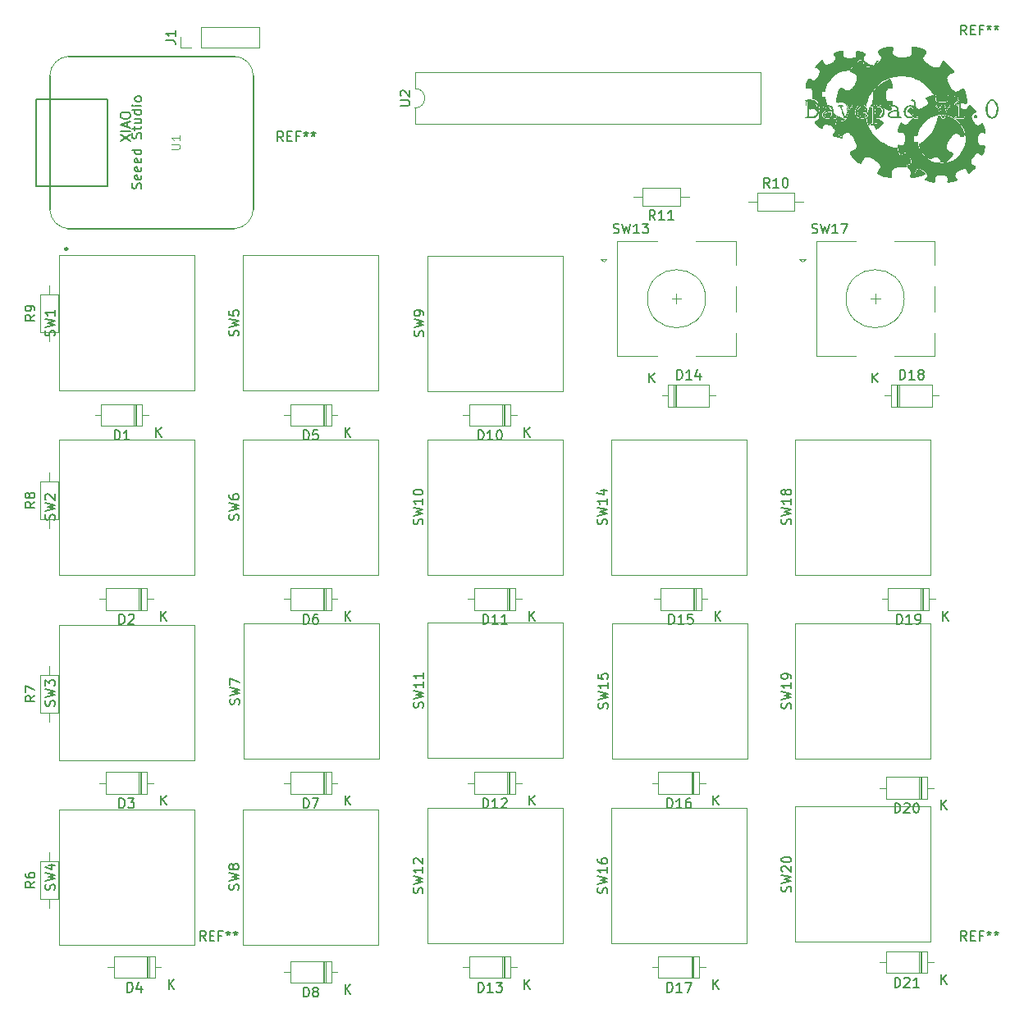
<source format=gbr>
%TF.GenerationSoftware,KiCad,Pcbnew,8.0.6-1.fc40*%
%TF.CreationDate,2024-10-26T10:37:31+11:00*%
%TF.ProjectId,Davepad,44617665-7061-4642-9e6b-696361645f70,rev?*%
%TF.SameCoordinates,Original*%
%TF.FileFunction,Legend,Top*%
%TF.FilePolarity,Positive*%
%FSLAX46Y46*%
G04 Gerber Fmt 4.6, Leading zero omitted, Abs format (unit mm)*
G04 Created by KiCad (PCBNEW 8.0.6-1.fc40) date 2024-10-26 10:37:31*
%MOMM*%
%LPD*%
G01*
G04 APERTURE LIST*
%ADD10C,0.150000*%
%ADD11C,0.101600*%
%ADD12C,0.120000*%
%ADD13C,0.025400*%
%ADD14C,0.254000*%
%ADD15C,0.127000*%
%ADD16C,0.000000*%
G04 APERTURE END LIST*
D10*
X32565957Y-20833333D02*
X33280242Y-20833333D01*
X33280242Y-20833333D02*
X33423099Y-20880952D01*
X33423099Y-20880952D02*
X33518338Y-20976190D01*
X33518338Y-20976190D02*
X33565957Y-21119047D01*
X33565957Y-21119047D02*
X33565957Y-21214285D01*
X33565957Y-19833333D02*
X33565957Y-20404761D01*
X33565957Y-20119047D02*
X32565957Y-20119047D01*
X32565957Y-20119047D02*
X32708814Y-20214285D01*
X32708814Y-20214285D02*
X32804052Y-20309523D01*
X32804052Y-20309523D02*
X32851671Y-20404761D01*
X36666666Y-113754819D02*
X36333333Y-113278628D01*
X36095238Y-113754819D02*
X36095238Y-112754819D01*
X36095238Y-112754819D02*
X36476190Y-112754819D01*
X36476190Y-112754819D02*
X36571428Y-112802438D01*
X36571428Y-112802438D02*
X36619047Y-112850057D01*
X36619047Y-112850057D02*
X36666666Y-112945295D01*
X36666666Y-112945295D02*
X36666666Y-113088152D01*
X36666666Y-113088152D02*
X36619047Y-113183390D01*
X36619047Y-113183390D02*
X36571428Y-113231009D01*
X36571428Y-113231009D02*
X36476190Y-113278628D01*
X36476190Y-113278628D02*
X36095238Y-113278628D01*
X37095238Y-113231009D02*
X37428571Y-113231009D01*
X37571428Y-113754819D02*
X37095238Y-113754819D01*
X37095238Y-113754819D02*
X37095238Y-112754819D01*
X37095238Y-112754819D02*
X37571428Y-112754819D01*
X38333333Y-113231009D02*
X38000000Y-113231009D01*
X38000000Y-113754819D02*
X38000000Y-112754819D01*
X38000000Y-112754819D02*
X38476190Y-112754819D01*
X39000000Y-112754819D02*
X39000000Y-112992914D01*
X38761905Y-112897676D02*
X39000000Y-112992914D01*
X39000000Y-112992914D02*
X39238095Y-112897676D01*
X38857143Y-113183390D02*
X39000000Y-112992914D01*
X39000000Y-112992914D02*
X39142857Y-113183390D01*
X39761905Y-112754819D02*
X39761905Y-112992914D01*
X39523810Y-112897676D02*
X39761905Y-112992914D01*
X39761905Y-112992914D02*
X40000000Y-112897676D01*
X39619048Y-113183390D02*
X39761905Y-112992914D01*
X39761905Y-112992914D02*
X39904762Y-113183390D01*
X115166666Y-113754819D02*
X114833333Y-113278628D01*
X114595238Y-113754819D02*
X114595238Y-112754819D01*
X114595238Y-112754819D02*
X114976190Y-112754819D01*
X114976190Y-112754819D02*
X115071428Y-112802438D01*
X115071428Y-112802438D02*
X115119047Y-112850057D01*
X115119047Y-112850057D02*
X115166666Y-112945295D01*
X115166666Y-112945295D02*
X115166666Y-113088152D01*
X115166666Y-113088152D02*
X115119047Y-113183390D01*
X115119047Y-113183390D02*
X115071428Y-113231009D01*
X115071428Y-113231009D02*
X114976190Y-113278628D01*
X114976190Y-113278628D02*
X114595238Y-113278628D01*
X115595238Y-113231009D02*
X115928571Y-113231009D01*
X116071428Y-113754819D02*
X115595238Y-113754819D01*
X115595238Y-113754819D02*
X115595238Y-112754819D01*
X115595238Y-112754819D02*
X116071428Y-112754819D01*
X116833333Y-113231009D02*
X116500000Y-113231009D01*
X116500000Y-113754819D02*
X116500000Y-112754819D01*
X116500000Y-112754819D02*
X116976190Y-112754819D01*
X117500000Y-112754819D02*
X117500000Y-112992914D01*
X117261905Y-112897676D02*
X117500000Y-112992914D01*
X117500000Y-112992914D02*
X117738095Y-112897676D01*
X117357143Y-113183390D02*
X117500000Y-112992914D01*
X117500000Y-112992914D02*
X117642857Y-113183390D01*
X118261905Y-112754819D02*
X118261905Y-112992914D01*
X118023810Y-112897676D02*
X118261905Y-112992914D01*
X118261905Y-112992914D02*
X118500000Y-112897676D01*
X118119048Y-113183390D02*
X118261905Y-112992914D01*
X118261905Y-112992914D02*
X118404762Y-113183390D01*
X27761905Y-100074819D02*
X27761905Y-99074819D01*
X27761905Y-99074819D02*
X28000000Y-99074819D01*
X28000000Y-99074819D02*
X28142857Y-99122438D01*
X28142857Y-99122438D02*
X28238095Y-99217676D01*
X28238095Y-99217676D02*
X28285714Y-99312914D01*
X28285714Y-99312914D02*
X28333333Y-99503390D01*
X28333333Y-99503390D02*
X28333333Y-99646247D01*
X28333333Y-99646247D02*
X28285714Y-99836723D01*
X28285714Y-99836723D02*
X28238095Y-99931961D01*
X28238095Y-99931961D02*
X28142857Y-100027200D01*
X28142857Y-100027200D02*
X28000000Y-100074819D01*
X28000000Y-100074819D02*
X27761905Y-100074819D01*
X28666667Y-99074819D02*
X29285714Y-99074819D01*
X29285714Y-99074819D02*
X28952381Y-99455771D01*
X28952381Y-99455771D02*
X29095238Y-99455771D01*
X29095238Y-99455771D02*
X29190476Y-99503390D01*
X29190476Y-99503390D02*
X29238095Y-99551009D01*
X29238095Y-99551009D02*
X29285714Y-99646247D01*
X29285714Y-99646247D02*
X29285714Y-99884342D01*
X29285714Y-99884342D02*
X29238095Y-99979580D01*
X29238095Y-99979580D02*
X29190476Y-100027200D01*
X29190476Y-100027200D02*
X29095238Y-100074819D01*
X29095238Y-100074819D02*
X28809524Y-100074819D01*
X28809524Y-100074819D02*
X28714286Y-100027200D01*
X28714286Y-100027200D02*
X28666667Y-99979580D01*
X32048095Y-99754819D02*
X32048095Y-98754819D01*
X32619523Y-99754819D02*
X32190952Y-99183390D01*
X32619523Y-98754819D02*
X32048095Y-99326247D01*
X21073200Y-89523332D02*
X21120819Y-89380475D01*
X21120819Y-89380475D02*
X21120819Y-89142380D01*
X21120819Y-89142380D02*
X21073200Y-89047142D01*
X21073200Y-89047142D02*
X21025580Y-88999523D01*
X21025580Y-88999523D02*
X20930342Y-88951904D01*
X20930342Y-88951904D02*
X20835104Y-88951904D01*
X20835104Y-88951904D02*
X20739866Y-88999523D01*
X20739866Y-88999523D02*
X20692247Y-89047142D01*
X20692247Y-89047142D02*
X20644628Y-89142380D01*
X20644628Y-89142380D02*
X20597009Y-89332856D01*
X20597009Y-89332856D02*
X20549390Y-89428094D01*
X20549390Y-89428094D02*
X20501771Y-89475713D01*
X20501771Y-89475713D02*
X20406533Y-89523332D01*
X20406533Y-89523332D02*
X20311295Y-89523332D01*
X20311295Y-89523332D02*
X20216057Y-89475713D01*
X20216057Y-89475713D02*
X20168438Y-89428094D01*
X20168438Y-89428094D02*
X20120819Y-89332856D01*
X20120819Y-89332856D02*
X20120819Y-89094761D01*
X20120819Y-89094761D02*
X20168438Y-88951904D01*
X20120819Y-88618570D02*
X21120819Y-88380475D01*
X21120819Y-88380475D02*
X20406533Y-88189999D01*
X20406533Y-88189999D02*
X21120819Y-87999523D01*
X21120819Y-87999523D02*
X20120819Y-87761428D01*
X20120819Y-87475713D02*
X20120819Y-86856666D01*
X20120819Y-86856666D02*
X20501771Y-87189999D01*
X20501771Y-87189999D02*
X20501771Y-87047142D01*
X20501771Y-87047142D02*
X20549390Y-86951904D01*
X20549390Y-86951904D02*
X20597009Y-86904285D01*
X20597009Y-86904285D02*
X20692247Y-86856666D01*
X20692247Y-86856666D02*
X20930342Y-86856666D01*
X20930342Y-86856666D02*
X21025580Y-86904285D01*
X21025580Y-86904285D02*
X21073200Y-86951904D01*
X21073200Y-86951904D02*
X21120819Y-87047142D01*
X21120819Y-87047142D02*
X21120819Y-87332856D01*
X21120819Y-87332856D02*
X21073200Y-87428094D01*
X21073200Y-87428094D02*
X21025580Y-87475713D01*
X78073200Y-108849523D02*
X78120819Y-108706666D01*
X78120819Y-108706666D02*
X78120819Y-108468571D01*
X78120819Y-108468571D02*
X78073200Y-108373333D01*
X78073200Y-108373333D02*
X78025580Y-108325714D01*
X78025580Y-108325714D02*
X77930342Y-108278095D01*
X77930342Y-108278095D02*
X77835104Y-108278095D01*
X77835104Y-108278095D02*
X77739866Y-108325714D01*
X77739866Y-108325714D02*
X77692247Y-108373333D01*
X77692247Y-108373333D02*
X77644628Y-108468571D01*
X77644628Y-108468571D02*
X77597009Y-108659047D01*
X77597009Y-108659047D02*
X77549390Y-108754285D01*
X77549390Y-108754285D02*
X77501771Y-108801904D01*
X77501771Y-108801904D02*
X77406533Y-108849523D01*
X77406533Y-108849523D02*
X77311295Y-108849523D01*
X77311295Y-108849523D02*
X77216057Y-108801904D01*
X77216057Y-108801904D02*
X77168438Y-108754285D01*
X77168438Y-108754285D02*
X77120819Y-108659047D01*
X77120819Y-108659047D02*
X77120819Y-108420952D01*
X77120819Y-108420952D02*
X77168438Y-108278095D01*
X77120819Y-107944761D02*
X78120819Y-107706666D01*
X78120819Y-107706666D02*
X77406533Y-107516190D01*
X77406533Y-107516190D02*
X78120819Y-107325714D01*
X78120819Y-107325714D02*
X77120819Y-107087619D01*
X78120819Y-106182857D02*
X78120819Y-106754285D01*
X78120819Y-106468571D02*
X77120819Y-106468571D01*
X77120819Y-106468571D02*
X77263676Y-106563809D01*
X77263676Y-106563809D02*
X77358914Y-106659047D01*
X77358914Y-106659047D02*
X77406533Y-106754285D01*
X77120819Y-105325714D02*
X77120819Y-105516190D01*
X77120819Y-105516190D02*
X77168438Y-105611428D01*
X77168438Y-105611428D02*
X77216057Y-105659047D01*
X77216057Y-105659047D02*
X77358914Y-105754285D01*
X77358914Y-105754285D02*
X77549390Y-105801904D01*
X77549390Y-105801904D02*
X77930342Y-105801904D01*
X77930342Y-105801904D02*
X78025580Y-105754285D01*
X78025580Y-105754285D02*
X78073200Y-105706666D01*
X78073200Y-105706666D02*
X78120819Y-105611428D01*
X78120819Y-105611428D02*
X78120819Y-105420952D01*
X78120819Y-105420952D02*
X78073200Y-105325714D01*
X78073200Y-105325714D02*
X78025580Y-105278095D01*
X78025580Y-105278095D02*
X77930342Y-105230476D01*
X77930342Y-105230476D02*
X77692247Y-105230476D01*
X77692247Y-105230476D02*
X77597009Y-105278095D01*
X77597009Y-105278095D02*
X77549390Y-105325714D01*
X77549390Y-105325714D02*
X77501771Y-105420952D01*
X77501771Y-105420952D02*
X77501771Y-105611428D01*
X77501771Y-105611428D02*
X77549390Y-105706666D01*
X77549390Y-105706666D02*
X77597009Y-105754285D01*
X77597009Y-105754285D02*
X77692247Y-105801904D01*
X59033200Y-108849523D02*
X59080819Y-108706666D01*
X59080819Y-108706666D02*
X59080819Y-108468571D01*
X59080819Y-108468571D02*
X59033200Y-108373333D01*
X59033200Y-108373333D02*
X58985580Y-108325714D01*
X58985580Y-108325714D02*
X58890342Y-108278095D01*
X58890342Y-108278095D02*
X58795104Y-108278095D01*
X58795104Y-108278095D02*
X58699866Y-108325714D01*
X58699866Y-108325714D02*
X58652247Y-108373333D01*
X58652247Y-108373333D02*
X58604628Y-108468571D01*
X58604628Y-108468571D02*
X58557009Y-108659047D01*
X58557009Y-108659047D02*
X58509390Y-108754285D01*
X58509390Y-108754285D02*
X58461771Y-108801904D01*
X58461771Y-108801904D02*
X58366533Y-108849523D01*
X58366533Y-108849523D02*
X58271295Y-108849523D01*
X58271295Y-108849523D02*
X58176057Y-108801904D01*
X58176057Y-108801904D02*
X58128438Y-108754285D01*
X58128438Y-108754285D02*
X58080819Y-108659047D01*
X58080819Y-108659047D02*
X58080819Y-108420952D01*
X58080819Y-108420952D02*
X58128438Y-108278095D01*
X58080819Y-107944761D02*
X59080819Y-107706666D01*
X59080819Y-107706666D02*
X58366533Y-107516190D01*
X58366533Y-107516190D02*
X59080819Y-107325714D01*
X59080819Y-107325714D02*
X58080819Y-107087619D01*
X59080819Y-106182857D02*
X59080819Y-106754285D01*
X59080819Y-106468571D02*
X58080819Y-106468571D01*
X58080819Y-106468571D02*
X58223676Y-106563809D01*
X58223676Y-106563809D02*
X58318914Y-106659047D01*
X58318914Y-106659047D02*
X58366533Y-106754285D01*
X58176057Y-105801904D02*
X58128438Y-105754285D01*
X58128438Y-105754285D02*
X58080819Y-105659047D01*
X58080819Y-105659047D02*
X58080819Y-105420952D01*
X58080819Y-105420952D02*
X58128438Y-105325714D01*
X58128438Y-105325714D02*
X58176057Y-105278095D01*
X58176057Y-105278095D02*
X58271295Y-105230476D01*
X58271295Y-105230476D02*
X58366533Y-105230476D01*
X58366533Y-105230476D02*
X58509390Y-105278095D01*
X58509390Y-105278095D02*
X59080819Y-105849523D01*
X59080819Y-105849523D02*
X59080819Y-105230476D01*
X59073200Y-89729523D02*
X59120819Y-89586666D01*
X59120819Y-89586666D02*
X59120819Y-89348571D01*
X59120819Y-89348571D02*
X59073200Y-89253333D01*
X59073200Y-89253333D02*
X59025580Y-89205714D01*
X59025580Y-89205714D02*
X58930342Y-89158095D01*
X58930342Y-89158095D02*
X58835104Y-89158095D01*
X58835104Y-89158095D02*
X58739866Y-89205714D01*
X58739866Y-89205714D02*
X58692247Y-89253333D01*
X58692247Y-89253333D02*
X58644628Y-89348571D01*
X58644628Y-89348571D02*
X58597009Y-89539047D01*
X58597009Y-89539047D02*
X58549390Y-89634285D01*
X58549390Y-89634285D02*
X58501771Y-89681904D01*
X58501771Y-89681904D02*
X58406533Y-89729523D01*
X58406533Y-89729523D02*
X58311295Y-89729523D01*
X58311295Y-89729523D02*
X58216057Y-89681904D01*
X58216057Y-89681904D02*
X58168438Y-89634285D01*
X58168438Y-89634285D02*
X58120819Y-89539047D01*
X58120819Y-89539047D02*
X58120819Y-89300952D01*
X58120819Y-89300952D02*
X58168438Y-89158095D01*
X58120819Y-88824761D02*
X59120819Y-88586666D01*
X59120819Y-88586666D02*
X58406533Y-88396190D01*
X58406533Y-88396190D02*
X59120819Y-88205714D01*
X59120819Y-88205714D02*
X58120819Y-87967619D01*
X59120819Y-87062857D02*
X59120819Y-87634285D01*
X59120819Y-87348571D02*
X58120819Y-87348571D01*
X58120819Y-87348571D02*
X58263676Y-87443809D01*
X58263676Y-87443809D02*
X58358914Y-87539047D01*
X58358914Y-87539047D02*
X58406533Y-87634285D01*
X59120819Y-86110476D02*
X59120819Y-86681904D01*
X59120819Y-86396190D02*
X58120819Y-86396190D01*
X58120819Y-86396190D02*
X58263676Y-86491428D01*
X58263676Y-86491428D02*
X58358914Y-86586666D01*
X58358914Y-86586666D02*
X58406533Y-86681904D01*
X78033200Y-70809523D02*
X78080819Y-70666666D01*
X78080819Y-70666666D02*
X78080819Y-70428571D01*
X78080819Y-70428571D02*
X78033200Y-70333333D01*
X78033200Y-70333333D02*
X77985580Y-70285714D01*
X77985580Y-70285714D02*
X77890342Y-70238095D01*
X77890342Y-70238095D02*
X77795104Y-70238095D01*
X77795104Y-70238095D02*
X77699866Y-70285714D01*
X77699866Y-70285714D02*
X77652247Y-70333333D01*
X77652247Y-70333333D02*
X77604628Y-70428571D01*
X77604628Y-70428571D02*
X77557009Y-70619047D01*
X77557009Y-70619047D02*
X77509390Y-70714285D01*
X77509390Y-70714285D02*
X77461771Y-70761904D01*
X77461771Y-70761904D02*
X77366533Y-70809523D01*
X77366533Y-70809523D02*
X77271295Y-70809523D01*
X77271295Y-70809523D02*
X77176057Y-70761904D01*
X77176057Y-70761904D02*
X77128438Y-70714285D01*
X77128438Y-70714285D02*
X77080819Y-70619047D01*
X77080819Y-70619047D02*
X77080819Y-70380952D01*
X77080819Y-70380952D02*
X77128438Y-70238095D01*
X77080819Y-69904761D02*
X78080819Y-69666666D01*
X78080819Y-69666666D02*
X77366533Y-69476190D01*
X77366533Y-69476190D02*
X78080819Y-69285714D01*
X78080819Y-69285714D02*
X77080819Y-69047619D01*
X78080819Y-68142857D02*
X78080819Y-68714285D01*
X78080819Y-68428571D02*
X77080819Y-68428571D01*
X77080819Y-68428571D02*
X77223676Y-68523809D01*
X77223676Y-68523809D02*
X77318914Y-68619047D01*
X77318914Y-68619047D02*
X77366533Y-68714285D01*
X77414152Y-67285714D02*
X78080819Y-67285714D01*
X77033200Y-67523809D02*
X77747485Y-67761904D01*
X77747485Y-67761904D02*
X77747485Y-67142857D01*
D11*
X33136985Y-32052333D02*
X33856652Y-32052333D01*
X33856652Y-32052333D02*
X33941318Y-32010000D01*
X33941318Y-32010000D02*
X33983652Y-31967666D01*
X33983652Y-31967666D02*
X34025985Y-31883000D01*
X34025985Y-31883000D02*
X34025985Y-31713666D01*
X34025985Y-31713666D02*
X33983652Y-31629000D01*
X33983652Y-31629000D02*
X33941318Y-31586666D01*
X33941318Y-31586666D02*
X33856652Y-31544333D01*
X33856652Y-31544333D02*
X33136985Y-31544333D01*
X34025985Y-30655333D02*
X34025985Y-31163333D01*
X34025985Y-30909333D02*
X33136985Y-30909333D01*
X33136985Y-30909333D02*
X33263985Y-30994000D01*
X33263985Y-30994000D02*
X33348652Y-31078667D01*
X33348652Y-31078667D02*
X33390985Y-31163333D01*
D10*
X27882289Y-31247808D02*
X28882289Y-30581142D01*
X27882289Y-30581142D02*
X28882289Y-31247808D01*
X28882289Y-30200189D02*
X27882289Y-30200189D01*
X28596574Y-29771618D02*
X28596574Y-29295428D01*
X28882289Y-29866856D02*
X27882289Y-29533523D01*
X27882289Y-29533523D02*
X28882289Y-29200190D01*
X27882289Y-28676380D02*
X27882289Y-28485904D01*
X27882289Y-28485904D02*
X27929908Y-28390666D01*
X27929908Y-28390666D02*
X28025146Y-28295428D01*
X28025146Y-28295428D02*
X28215622Y-28247809D01*
X28215622Y-28247809D02*
X28548955Y-28247809D01*
X28548955Y-28247809D02*
X28739431Y-28295428D01*
X28739431Y-28295428D02*
X28834670Y-28390666D01*
X28834670Y-28390666D02*
X28882289Y-28485904D01*
X28882289Y-28485904D02*
X28882289Y-28676380D01*
X28882289Y-28676380D02*
X28834670Y-28771618D01*
X28834670Y-28771618D02*
X28739431Y-28866856D01*
X28739431Y-28866856D02*
X28548955Y-28914475D01*
X28548955Y-28914475D02*
X28215622Y-28914475D01*
X28215622Y-28914475D02*
X28025146Y-28866856D01*
X28025146Y-28866856D02*
X27929908Y-28771618D01*
X27929908Y-28771618D02*
X27882289Y-28676380D01*
X29987200Y-36136904D02*
X30034819Y-35994047D01*
X30034819Y-35994047D02*
X30034819Y-35755952D01*
X30034819Y-35755952D02*
X29987200Y-35660714D01*
X29987200Y-35660714D02*
X29939580Y-35613095D01*
X29939580Y-35613095D02*
X29844342Y-35565476D01*
X29844342Y-35565476D02*
X29749104Y-35565476D01*
X29749104Y-35565476D02*
X29653866Y-35613095D01*
X29653866Y-35613095D02*
X29606247Y-35660714D01*
X29606247Y-35660714D02*
X29558628Y-35755952D01*
X29558628Y-35755952D02*
X29511009Y-35946428D01*
X29511009Y-35946428D02*
X29463390Y-36041666D01*
X29463390Y-36041666D02*
X29415771Y-36089285D01*
X29415771Y-36089285D02*
X29320533Y-36136904D01*
X29320533Y-36136904D02*
X29225295Y-36136904D01*
X29225295Y-36136904D02*
X29130057Y-36089285D01*
X29130057Y-36089285D02*
X29082438Y-36041666D01*
X29082438Y-36041666D02*
X29034819Y-35946428D01*
X29034819Y-35946428D02*
X29034819Y-35708333D01*
X29034819Y-35708333D02*
X29082438Y-35565476D01*
X29987200Y-34755952D02*
X30034819Y-34851190D01*
X30034819Y-34851190D02*
X30034819Y-35041666D01*
X30034819Y-35041666D02*
X29987200Y-35136904D01*
X29987200Y-35136904D02*
X29891961Y-35184523D01*
X29891961Y-35184523D02*
X29511009Y-35184523D01*
X29511009Y-35184523D02*
X29415771Y-35136904D01*
X29415771Y-35136904D02*
X29368152Y-35041666D01*
X29368152Y-35041666D02*
X29368152Y-34851190D01*
X29368152Y-34851190D02*
X29415771Y-34755952D01*
X29415771Y-34755952D02*
X29511009Y-34708333D01*
X29511009Y-34708333D02*
X29606247Y-34708333D01*
X29606247Y-34708333D02*
X29701485Y-35184523D01*
X29987200Y-33898809D02*
X30034819Y-33994047D01*
X30034819Y-33994047D02*
X30034819Y-34184523D01*
X30034819Y-34184523D02*
X29987200Y-34279761D01*
X29987200Y-34279761D02*
X29891961Y-34327380D01*
X29891961Y-34327380D02*
X29511009Y-34327380D01*
X29511009Y-34327380D02*
X29415771Y-34279761D01*
X29415771Y-34279761D02*
X29368152Y-34184523D01*
X29368152Y-34184523D02*
X29368152Y-33994047D01*
X29368152Y-33994047D02*
X29415771Y-33898809D01*
X29415771Y-33898809D02*
X29511009Y-33851190D01*
X29511009Y-33851190D02*
X29606247Y-33851190D01*
X29606247Y-33851190D02*
X29701485Y-34327380D01*
X29987200Y-33041666D02*
X30034819Y-33136904D01*
X30034819Y-33136904D02*
X30034819Y-33327380D01*
X30034819Y-33327380D02*
X29987200Y-33422618D01*
X29987200Y-33422618D02*
X29891961Y-33470237D01*
X29891961Y-33470237D02*
X29511009Y-33470237D01*
X29511009Y-33470237D02*
X29415771Y-33422618D01*
X29415771Y-33422618D02*
X29368152Y-33327380D01*
X29368152Y-33327380D02*
X29368152Y-33136904D01*
X29368152Y-33136904D02*
X29415771Y-33041666D01*
X29415771Y-33041666D02*
X29511009Y-32994047D01*
X29511009Y-32994047D02*
X29606247Y-32994047D01*
X29606247Y-32994047D02*
X29701485Y-33470237D01*
X30034819Y-32136904D02*
X29034819Y-32136904D01*
X29987200Y-32136904D02*
X30034819Y-32232142D01*
X30034819Y-32232142D02*
X30034819Y-32422618D01*
X30034819Y-32422618D02*
X29987200Y-32517856D01*
X29987200Y-32517856D02*
X29939580Y-32565475D01*
X29939580Y-32565475D02*
X29844342Y-32613094D01*
X29844342Y-32613094D02*
X29558628Y-32613094D01*
X29558628Y-32613094D02*
X29463390Y-32565475D01*
X29463390Y-32565475D02*
X29415771Y-32517856D01*
X29415771Y-32517856D02*
X29368152Y-32422618D01*
X29368152Y-32422618D02*
X29368152Y-32232142D01*
X29368152Y-32232142D02*
X29415771Y-32136904D01*
X29987200Y-30946427D02*
X30034819Y-30803570D01*
X30034819Y-30803570D02*
X30034819Y-30565475D01*
X30034819Y-30565475D02*
X29987200Y-30470237D01*
X29987200Y-30470237D02*
X29939580Y-30422618D01*
X29939580Y-30422618D02*
X29844342Y-30374999D01*
X29844342Y-30374999D02*
X29749104Y-30374999D01*
X29749104Y-30374999D02*
X29653866Y-30422618D01*
X29653866Y-30422618D02*
X29606247Y-30470237D01*
X29606247Y-30470237D02*
X29558628Y-30565475D01*
X29558628Y-30565475D02*
X29511009Y-30755951D01*
X29511009Y-30755951D02*
X29463390Y-30851189D01*
X29463390Y-30851189D02*
X29415771Y-30898808D01*
X29415771Y-30898808D02*
X29320533Y-30946427D01*
X29320533Y-30946427D02*
X29225295Y-30946427D01*
X29225295Y-30946427D02*
X29130057Y-30898808D01*
X29130057Y-30898808D02*
X29082438Y-30851189D01*
X29082438Y-30851189D02*
X29034819Y-30755951D01*
X29034819Y-30755951D02*
X29034819Y-30517856D01*
X29034819Y-30517856D02*
X29082438Y-30374999D01*
X29368152Y-30089284D02*
X29368152Y-29708332D01*
X29034819Y-29946427D02*
X29891961Y-29946427D01*
X29891961Y-29946427D02*
X29987200Y-29898808D01*
X29987200Y-29898808D02*
X30034819Y-29803570D01*
X30034819Y-29803570D02*
X30034819Y-29708332D01*
X29368152Y-28946427D02*
X30034819Y-28946427D01*
X29368152Y-29374998D02*
X29891961Y-29374998D01*
X29891961Y-29374998D02*
X29987200Y-29327379D01*
X29987200Y-29327379D02*
X30034819Y-29232141D01*
X30034819Y-29232141D02*
X30034819Y-29089284D01*
X30034819Y-29089284D02*
X29987200Y-28994046D01*
X29987200Y-28994046D02*
X29939580Y-28946427D01*
X30034819Y-28041665D02*
X29034819Y-28041665D01*
X29987200Y-28041665D02*
X30034819Y-28136903D01*
X30034819Y-28136903D02*
X30034819Y-28327379D01*
X30034819Y-28327379D02*
X29987200Y-28422617D01*
X29987200Y-28422617D02*
X29939580Y-28470236D01*
X29939580Y-28470236D02*
X29844342Y-28517855D01*
X29844342Y-28517855D02*
X29558628Y-28517855D01*
X29558628Y-28517855D02*
X29463390Y-28470236D01*
X29463390Y-28470236D02*
X29415771Y-28422617D01*
X29415771Y-28422617D02*
X29368152Y-28327379D01*
X29368152Y-28327379D02*
X29368152Y-28136903D01*
X29368152Y-28136903D02*
X29415771Y-28041665D01*
X30034819Y-27565474D02*
X29368152Y-27565474D01*
X29034819Y-27565474D02*
X29082438Y-27613093D01*
X29082438Y-27613093D02*
X29130057Y-27565474D01*
X29130057Y-27565474D02*
X29082438Y-27517855D01*
X29082438Y-27517855D02*
X29034819Y-27565474D01*
X29034819Y-27565474D02*
X29130057Y-27565474D01*
X30034819Y-26946427D02*
X29987200Y-27041665D01*
X29987200Y-27041665D02*
X29939580Y-27089284D01*
X29939580Y-27089284D02*
X29844342Y-27136903D01*
X29844342Y-27136903D02*
X29558628Y-27136903D01*
X29558628Y-27136903D02*
X29463390Y-27089284D01*
X29463390Y-27089284D02*
X29415771Y-27041665D01*
X29415771Y-27041665D02*
X29368152Y-26946427D01*
X29368152Y-26946427D02*
X29368152Y-26803570D01*
X29368152Y-26803570D02*
X29415771Y-26708332D01*
X29415771Y-26708332D02*
X29463390Y-26660713D01*
X29463390Y-26660713D02*
X29558628Y-26613094D01*
X29558628Y-26613094D02*
X29844342Y-26613094D01*
X29844342Y-26613094D02*
X29939580Y-26660713D01*
X29939580Y-26660713D02*
X29987200Y-26708332D01*
X29987200Y-26708332D02*
X30034819Y-26803570D01*
X30034819Y-26803570D02*
X30034819Y-26946427D01*
X40113200Y-89373332D02*
X40160819Y-89230475D01*
X40160819Y-89230475D02*
X40160819Y-88992380D01*
X40160819Y-88992380D02*
X40113200Y-88897142D01*
X40113200Y-88897142D02*
X40065580Y-88849523D01*
X40065580Y-88849523D02*
X39970342Y-88801904D01*
X39970342Y-88801904D02*
X39875104Y-88801904D01*
X39875104Y-88801904D02*
X39779866Y-88849523D01*
X39779866Y-88849523D02*
X39732247Y-88897142D01*
X39732247Y-88897142D02*
X39684628Y-88992380D01*
X39684628Y-88992380D02*
X39637009Y-89182856D01*
X39637009Y-89182856D02*
X39589390Y-89278094D01*
X39589390Y-89278094D02*
X39541771Y-89325713D01*
X39541771Y-89325713D02*
X39446533Y-89373332D01*
X39446533Y-89373332D02*
X39351295Y-89373332D01*
X39351295Y-89373332D02*
X39256057Y-89325713D01*
X39256057Y-89325713D02*
X39208438Y-89278094D01*
X39208438Y-89278094D02*
X39160819Y-89182856D01*
X39160819Y-89182856D02*
X39160819Y-88944761D01*
X39160819Y-88944761D02*
X39208438Y-88801904D01*
X39160819Y-88468570D02*
X40160819Y-88230475D01*
X40160819Y-88230475D02*
X39446533Y-88039999D01*
X39446533Y-88039999D02*
X40160819Y-87849523D01*
X40160819Y-87849523D02*
X39160819Y-87611428D01*
X39160819Y-87325713D02*
X39160819Y-86659047D01*
X39160819Y-86659047D02*
X40160819Y-87087618D01*
X97033200Y-70809523D02*
X97080819Y-70666666D01*
X97080819Y-70666666D02*
X97080819Y-70428571D01*
X97080819Y-70428571D02*
X97033200Y-70333333D01*
X97033200Y-70333333D02*
X96985580Y-70285714D01*
X96985580Y-70285714D02*
X96890342Y-70238095D01*
X96890342Y-70238095D02*
X96795104Y-70238095D01*
X96795104Y-70238095D02*
X96699866Y-70285714D01*
X96699866Y-70285714D02*
X96652247Y-70333333D01*
X96652247Y-70333333D02*
X96604628Y-70428571D01*
X96604628Y-70428571D02*
X96557009Y-70619047D01*
X96557009Y-70619047D02*
X96509390Y-70714285D01*
X96509390Y-70714285D02*
X96461771Y-70761904D01*
X96461771Y-70761904D02*
X96366533Y-70809523D01*
X96366533Y-70809523D02*
X96271295Y-70809523D01*
X96271295Y-70809523D02*
X96176057Y-70761904D01*
X96176057Y-70761904D02*
X96128438Y-70714285D01*
X96128438Y-70714285D02*
X96080819Y-70619047D01*
X96080819Y-70619047D02*
X96080819Y-70380952D01*
X96080819Y-70380952D02*
X96128438Y-70238095D01*
X96080819Y-69904761D02*
X97080819Y-69666666D01*
X97080819Y-69666666D02*
X96366533Y-69476190D01*
X96366533Y-69476190D02*
X97080819Y-69285714D01*
X97080819Y-69285714D02*
X96080819Y-69047619D01*
X97080819Y-68142857D02*
X97080819Y-68714285D01*
X97080819Y-68428571D02*
X96080819Y-68428571D01*
X96080819Y-68428571D02*
X96223676Y-68523809D01*
X96223676Y-68523809D02*
X96318914Y-68619047D01*
X96318914Y-68619047D02*
X96366533Y-68714285D01*
X96509390Y-67571428D02*
X96461771Y-67666666D01*
X96461771Y-67666666D02*
X96414152Y-67714285D01*
X96414152Y-67714285D02*
X96318914Y-67761904D01*
X96318914Y-67761904D02*
X96271295Y-67761904D01*
X96271295Y-67761904D02*
X96176057Y-67714285D01*
X96176057Y-67714285D02*
X96128438Y-67666666D01*
X96128438Y-67666666D02*
X96080819Y-67571428D01*
X96080819Y-67571428D02*
X96080819Y-67380952D01*
X96080819Y-67380952D02*
X96128438Y-67285714D01*
X96128438Y-67285714D02*
X96176057Y-67238095D01*
X96176057Y-67238095D02*
X96271295Y-67190476D01*
X96271295Y-67190476D02*
X96318914Y-67190476D01*
X96318914Y-67190476D02*
X96414152Y-67238095D01*
X96414152Y-67238095D02*
X96461771Y-67285714D01*
X96461771Y-67285714D02*
X96509390Y-67380952D01*
X96509390Y-67380952D02*
X96509390Y-67571428D01*
X96509390Y-67571428D02*
X96557009Y-67666666D01*
X96557009Y-67666666D02*
X96604628Y-67714285D01*
X96604628Y-67714285D02*
X96699866Y-67761904D01*
X96699866Y-67761904D02*
X96890342Y-67761904D01*
X96890342Y-67761904D02*
X96985580Y-67714285D01*
X96985580Y-67714285D02*
X97033200Y-67666666D01*
X97033200Y-67666666D02*
X97080819Y-67571428D01*
X97080819Y-67571428D02*
X97080819Y-67380952D01*
X97080819Y-67380952D02*
X97033200Y-67285714D01*
X97033200Y-67285714D02*
X96985580Y-67238095D01*
X96985580Y-67238095D02*
X96890342Y-67190476D01*
X96890342Y-67190476D02*
X96699866Y-67190476D01*
X96699866Y-67190476D02*
X96604628Y-67238095D01*
X96604628Y-67238095D02*
X96557009Y-67285714D01*
X96557009Y-67285714D02*
X96509390Y-67380952D01*
X78740476Y-40707200D02*
X78883333Y-40754819D01*
X78883333Y-40754819D02*
X79121428Y-40754819D01*
X79121428Y-40754819D02*
X79216666Y-40707200D01*
X79216666Y-40707200D02*
X79264285Y-40659580D01*
X79264285Y-40659580D02*
X79311904Y-40564342D01*
X79311904Y-40564342D02*
X79311904Y-40469104D01*
X79311904Y-40469104D02*
X79264285Y-40373866D01*
X79264285Y-40373866D02*
X79216666Y-40326247D01*
X79216666Y-40326247D02*
X79121428Y-40278628D01*
X79121428Y-40278628D02*
X78930952Y-40231009D01*
X78930952Y-40231009D02*
X78835714Y-40183390D01*
X78835714Y-40183390D02*
X78788095Y-40135771D01*
X78788095Y-40135771D02*
X78740476Y-40040533D01*
X78740476Y-40040533D02*
X78740476Y-39945295D01*
X78740476Y-39945295D02*
X78788095Y-39850057D01*
X78788095Y-39850057D02*
X78835714Y-39802438D01*
X78835714Y-39802438D02*
X78930952Y-39754819D01*
X78930952Y-39754819D02*
X79169047Y-39754819D01*
X79169047Y-39754819D02*
X79311904Y-39802438D01*
X79645238Y-39754819D02*
X79883333Y-40754819D01*
X79883333Y-40754819D02*
X80073809Y-40040533D01*
X80073809Y-40040533D02*
X80264285Y-40754819D01*
X80264285Y-40754819D02*
X80502381Y-39754819D01*
X81407142Y-40754819D02*
X80835714Y-40754819D01*
X81121428Y-40754819D02*
X81121428Y-39754819D01*
X81121428Y-39754819D02*
X81026190Y-39897676D01*
X81026190Y-39897676D02*
X80930952Y-39992914D01*
X80930952Y-39992914D02*
X80835714Y-40040533D01*
X81740476Y-39754819D02*
X82359523Y-39754819D01*
X82359523Y-39754819D02*
X82026190Y-40135771D01*
X82026190Y-40135771D02*
X82169047Y-40135771D01*
X82169047Y-40135771D02*
X82264285Y-40183390D01*
X82264285Y-40183390D02*
X82311904Y-40231009D01*
X82311904Y-40231009D02*
X82359523Y-40326247D01*
X82359523Y-40326247D02*
X82359523Y-40564342D01*
X82359523Y-40564342D02*
X82311904Y-40659580D01*
X82311904Y-40659580D02*
X82264285Y-40707200D01*
X82264285Y-40707200D02*
X82169047Y-40754819D01*
X82169047Y-40754819D02*
X81883333Y-40754819D01*
X81883333Y-40754819D02*
X81788095Y-40707200D01*
X81788095Y-40707200D02*
X81740476Y-40659580D01*
X19034819Y-88476666D02*
X18558628Y-88809999D01*
X19034819Y-89048094D02*
X18034819Y-89048094D01*
X18034819Y-89048094D02*
X18034819Y-88667142D01*
X18034819Y-88667142D02*
X18082438Y-88571904D01*
X18082438Y-88571904D02*
X18130057Y-88524285D01*
X18130057Y-88524285D02*
X18225295Y-88476666D01*
X18225295Y-88476666D02*
X18368152Y-88476666D01*
X18368152Y-88476666D02*
X18463390Y-88524285D01*
X18463390Y-88524285D02*
X18511009Y-88571904D01*
X18511009Y-88571904D02*
X18558628Y-88667142D01*
X18558628Y-88667142D02*
X18558628Y-89048094D01*
X18034819Y-88143332D02*
X18034819Y-87476666D01*
X18034819Y-87476666D02*
X19034819Y-87905237D01*
X99240476Y-40707200D02*
X99383333Y-40754819D01*
X99383333Y-40754819D02*
X99621428Y-40754819D01*
X99621428Y-40754819D02*
X99716666Y-40707200D01*
X99716666Y-40707200D02*
X99764285Y-40659580D01*
X99764285Y-40659580D02*
X99811904Y-40564342D01*
X99811904Y-40564342D02*
X99811904Y-40469104D01*
X99811904Y-40469104D02*
X99764285Y-40373866D01*
X99764285Y-40373866D02*
X99716666Y-40326247D01*
X99716666Y-40326247D02*
X99621428Y-40278628D01*
X99621428Y-40278628D02*
X99430952Y-40231009D01*
X99430952Y-40231009D02*
X99335714Y-40183390D01*
X99335714Y-40183390D02*
X99288095Y-40135771D01*
X99288095Y-40135771D02*
X99240476Y-40040533D01*
X99240476Y-40040533D02*
X99240476Y-39945295D01*
X99240476Y-39945295D02*
X99288095Y-39850057D01*
X99288095Y-39850057D02*
X99335714Y-39802438D01*
X99335714Y-39802438D02*
X99430952Y-39754819D01*
X99430952Y-39754819D02*
X99669047Y-39754819D01*
X99669047Y-39754819D02*
X99811904Y-39802438D01*
X100145238Y-39754819D02*
X100383333Y-40754819D01*
X100383333Y-40754819D02*
X100573809Y-40040533D01*
X100573809Y-40040533D02*
X100764285Y-40754819D01*
X100764285Y-40754819D02*
X101002381Y-39754819D01*
X101907142Y-40754819D02*
X101335714Y-40754819D01*
X101621428Y-40754819D02*
X101621428Y-39754819D01*
X101621428Y-39754819D02*
X101526190Y-39897676D01*
X101526190Y-39897676D02*
X101430952Y-39992914D01*
X101430952Y-39992914D02*
X101335714Y-40040533D01*
X102240476Y-39754819D02*
X102907142Y-39754819D01*
X102907142Y-39754819D02*
X102478571Y-40754819D01*
X28571905Y-119074819D02*
X28571905Y-118074819D01*
X28571905Y-118074819D02*
X28810000Y-118074819D01*
X28810000Y-118074819D02*
X28952857Y-118122438D01*
X28952857Y-118122438D02*
X29048095Y-118217676D01*
X29048095Y-118217676D02*
X29095714Y-118312914D01*
X29095714Y-118312914D02*
X29143333Y-118503390D01*
X29143333Y-118503390D02*
X29143333Y-118646247D01*
X29143333Y-118646247D02*
X29095714Y-118836723D01*
X29095714Y-118836723D02*
X29048095Y-118931961D01*
X29048095Y-118931961D02*
X28952857Y-119027200D01*
X28952857Y-119027200D02*
X28810000Y-119074819D01*
X28810000Y-119074819D02*
X28571905Y-119074819D01*
X30000476Y-118408152D02*
X30000476Y-119074819D01*
X29762381Y-118027200D02*
X29524286Y-118741485D01*
X29524286Y-118741485D02*
X30143333Y-118741485D01*
X32858095Y-118754819D02*
X32858095Y-117754819D01*
X33429523Y-118754819D02*
X33000952Y-118183390D01*
X33429523Y-117754819D02*
X32858095Y-118326247D01*
X108285714Y-55834819D02*
X108285714Y-54834819D01*
X108285714Y-54834819D02*
X108523809Y-54834819D01*
X108523809Y-54834819D02*
X108666666Y-54882438D01*
X108666666Y-54882438D02*
X108761904Y-54977676D01*
X108761904Y-54977676D02*
X108809523Y-55072914D01*
X108809523Y-55072914D02*
X108857142Y-55263390D01*
X108857142Y-55263390D02*
X108857142Y-55406247D01*
X108857142Y-55406247D02*
X108809523Y-55596723D01*
X108809523Y-55596723D02*
X108761904Y-55691961D01*
X108761904Y-55691961D02*
X108666666Y-55787200D01*
X108666666Y-55787200D02*
X108523809Y-55834819D01*
X108523809Y-55834819D02*
X108285714Y-55834819D01*
X109809523Y-55834819D02*
X109238095Y-55834819D01*
X109523809Y-55834819D02*
X109523809Y-54834819D01*
X109523809Y-54834819D02*
X109428571Y-54977676D01*
X109428571Y-54977676D02*
X109333333Y-55072914D01*
X109333333Y-55072914D02*
X109238095Y-55120533D01*
X110380952Y-55263390D02*
X110285714Y-55215771D01*
X110285714Y-55215771D02*
X110238095Y-55168152D01*
X110238095Y-55168152D02*
X110190476Y-55072914D01*
X110190476Y-55072914D02*
X110190476Y-55025295D01*
X110190476Y-55025295D02*
X110238095Y-54930057D01*
X110238095Y-54930057D02*
X110285714Y-54882438D01*
X110285714Y-54882438D02*
X110380952Y-54834819D01*
X110380952Y-54834819D02*
X110571428Y-54834819D01*
X110571428Y-54834819D02*
X110666666Y-54882438D01*
X110666666Y-54882438D02*
X110714285Y-54930057D01*
X110714285Y-54930057D02*
X110761904Y-55025295D01*
X110761904Y-55025295D02*
X110761904Y-55072914D01*
X110761904Y-55072914D02*
X110714285Y-55168152D01*
X110714285Y-55168152D02*
X110666666Y-55215771D01*
X110666666Y-55215771D02*
X110571428Y-55263390D01*
X110571428Y-55263390D02*
X110380952Y-55263390D01*
X110380952Y-55263390D02*
X110285714Y-55311009D01*
X110285714Y-55311009D02*
X110238095Y-55358628D01*
X110238095Y-55358628D02*
X110190476Y-55453866D01*
X110190476Y-55453866D02*
X110190476Y-55644342D01*
X110190476Y-55644342D02*
X110238095Y-55739580D01*
X110238095Y-55739580D02*
X110285714Y-55787200D01*
X110285714Y-55787200D02*
X110380952Y-55834819D01*
X110380952Y-55834819D02*
X110571428Y-55834819D01*
X110571428Y-55834819D02*
X110666666Y-55787200D01*
X110666666Y-55787200D02*
X110714285Y-55739580D01*
X110714285Y-55739580D02*
X110761904Y-55644342D01*
X110761904Y-55644342D02*
X110761904Y-55453866D01*
X110761904Y-55453866D02*
X110714285Y-55358628D01*
X110714285Y-55358628D02*
X110666666Y-55311009D01*
X110666666Y-55311009D02*
X110571428Y-55263390D01*
X105428095Y-56154819D02*
X105428095Y-55154819D01*
X105999523Y-56154819D02*
X105570952Y-55583390D01*
X105999523Y-55154819D02*
X105428095Y-55726247D01*
X59113200Y-51373332D02*
X59160819Y-51230475D01*
X59160819Y-51230475D02*
X59160819Y-50992380D01*
X59160819Y-50992380D02*
X59113200Y-50897142D01*
X59113200Y-50897142D02*
X59065580Y-50849523D01*
X59065580Y-50849523D02*
X58970342Y-50801904D01*
X58970342Y-50801904D02*
X58875104Y-50801904D01*
X58875104Y-50801904D02*
X58779866Y-50849523D01*
X58779866Y-50849523D02*
X58732247Y-50897142D01*
X58732247Y-50897142D02*
X58684628Y-50992380D01*
X58684628Y-50992380D02*
X58637009Y-51182856D01*
X58637009Y-51182856D02*
X58589390Y-51278094D01*
X58589390Y-51278094D02*
X58541771Y-51325713D01*
X58541771Y-51325713D02*
X58446533Y-51373332D01*
X58446533Y-51373332D02*
X58351295Y-51373332D01*
X58351295Y-51373332D02*
X58256057Y-51325713D01*
X58256057Y-51325713D02*
X58208438Y-51278094D01*
X58208438Y-51278094D02*
X58160819Y-51182856D01*
X58160819Y-51182856D02*
X58160819Y-50944761D01*
X58160819Y-50944761D02*
X58208438Y-50801904D01*
X58160819Y-50468570D02*
X59160819Y-50230475D01*
X59160819Y-50230475D02*
X58446533Y-50039999D01*
X58446533Y-50039999D02*
X59160819Y-49849523D01*
X59160819Y-49849523D02*
X58160819Y-49611428D01*
X59160819Y-49182856D02*
X59160819Y-48992380D01*
X59160819Y-48992380D02*
X59113200Y-48897142D01*
X59113200Y-48897142D02*
X59065580Y-48849523D01*
X59065580Y-48849523D02*
X58922723Y-48754285D01*
X58922723Y-48754285D02*
X58732247Y-48706666D01*
X58732247Y-48706666D02*
X58351295Y-48706666D01*
X58351295Y-48706666D02*
X58256057Y-48754285D01*
X58256057Y-48754285D02*
X58208438Y-48801904D01*
X58208438Y-48801904D02*
X58160819Y-48897142D01*
X58160819Y-48897142D02*
X58160819Y-49087618D01*
X58160819Y-49087618D02*
X58208438Y-49182856D01*
X58208438Y-49182856D02*
X58256057Y-49230475D01*
X58256057Y-49230475D02*
X58351295Y-49278094D01*
X58351295Y-49278094D02*
X58589390Y-49278094D01*
X58589390Y-49278094D02*
X58684628Y-49230475D01*
X58684628Y-49230475D02*
X58732247Y-49182856D01*
X58732247Y-49182856D02*
X58779866Y-49087618D01*
X58779866Y-49087618D02*
X58779866Y-48897142D01*
X58779866Y-48897142D02*
X58732247Y-48801904D01*
X58732247Y-48801904D02*
X58684628Y-48754285D01*
X58684628Y-48754285D02*
X58589390Y-48706666D01*
X27761905Y-81074819D02*
X27761905Y-80074819D01*
X27761905Y-80074819D02*
X28000000Y-80074819D01*
X28000000Y-80074819D02*
X28142857Y-80122438D01*
X28142857Y-80122438D02*
X28238095Y-80217676D01*
X28238095Y-80217676D02*
X28285714Y-80312914D01*
X28285714Y-80312914D02*
X28333333Y-80503390D01*
X28333333Y-80503390D02*
X28333333Y-80646247D01*
X28333333Y-80646247D02*
X28285714Y-80836723D01*
X28285714Y-80836723D02*
X28238095Y-80931961D01*
X28238095Y-80931961D02*
X28142857Y-81027200D01*
X28142857Y-81027200D02*
X28000000Y-81074819D01*
X28000000Y-81074819D02*
X27761905Y-81074819D01*
X28714286Y-80170057D02*
X28761905Y-80122438D01*
X28761905Y-80122438D02*
X28857143Y-80074819D01*
X28857143Y-80074819D02*
X29095238Y-80074819D01*
X29095238Y-80074819D02*
X29190476Y-80122438D01*
X29190476Y-80122438D02*
X29238095Y-80170057D01*
X29238095Y-80170057D02*
X29285714Y-80265295D01*
X29285714Y-80265295D02*
X29285714Y-80360533D01*
X29285714Y-80360533D02*
X29238095Y-80503390D01*
X29238095Y-80503390D02*
X28666667Y-81074819D01*
X28666667Y-81074819D02*
X29285714Y-81074819D01*
X32048095Y-80754819D02*
X32048095Y-79754819D01*
X32619523Y-80754819D02*
X32190952Y-80183390D01*
X32619523Y-79754819D02*
X32048095Y-80326247D01*
X78113200Y-89809523D02*
X78160819Y-89666666D01*
X78160819Y-89666666D02*
X78160819Y-89428571D01*
X78160819Y-89428571D02*
X78113200Y-89333333D01*
X78113200Y-89333333D02*
X78065580Y-89285714D01*
X78065580Y-89285714D02*
X77970342Y-89238095D01*
X77970342Y-89238095D02*
X77875104Y-89238095D01*
X77875104Y-89238095D02*
X77779866Y-89285714D01*
X77779866Y-89285714D02*
X77732247Y-89333333D01*
X77732247Y-89333333D02*
X77684628Y-89428571D01*
X77684628Y-89428571D02*
X77637009Y-89619047D01*
X77637009Y-89619047D02*
X77589390Y-89714285D01*
X77589390Y-89714285D02*
X77541771Y-89761904D01*
X77541771Y-89761904D02*
X77446533Y-89809523D01*
X77446533Y-89809523D02*
X77351295Y-89809523D01*
X77351295Y-89809523D02*
X77256057Y-89761904D01*
X77256057Y-89761904D02*
X77208438Y-89714285D01*
X77208438Y-89714285D02*
X77160819Y-89619047D01*
X77160819Y-89619047D02*
X77160819Y-89380952D01*
X77160819Y-89380952D02*
X77208438Y-89238095D01*
X77160819Y-88904761D02*
X78160819Y-88666666D01*
X78160819Y-88666666D02*
X77446533Y-88476190D01*
X77446533Y-88476190D02*
X78160819Y-88285714D01*
X78160819Y-88285714D02*
X77160819Y-88047619D01*
X78160819Y-87142857D02*
X78160819Y-87714285D01*
X78160819Y-87428571D02*
X77160819Y-87428571D01*
X77160819Y-87428571D02*
X77303676Y-87523809D01*
X77303676Y-87523809D02*
X77398914Y-87619047D01*
X77398914Y-87619047D02*
X77446533Y-87714285D01*
X77160819Y-86238095D02*
X77160819Y-86714285D01*
X77160819Y-86714285D02*
X77637009Y-86761904D01*
X77637009Y-86761904D02*
X77589390Y-86714285D01*
X77589390Y-86714285D02*
X77541771Y-86619047D01*
X77541771Y-86619047D02*
X77541771Y-86380952D01*
X77541771Y-86380952D02*
X77589390Y-86285714D01*
X77589390Y-86285714D02*
X77637009Y-86238095D01*
X77637009Y-86238095D02*
X77732247Y-86190476D01*
X77732247Y-86190476D02*
X77970342Y-86190476D01*
X77970342Y-86190476D02*
X78065580Y-86238095D01*
X78065580Y-86238095D02*
X78113200Y-86285714D01*
X78113200Y-86285714D02*
X78160819Y-86380952D01*
X78160819Y-86380952D02*
X78160819Y-86619047D01*
X78160819Y-86619047D02*
X78113200Y-86714285D01*
X78113200Y-86714285D02*
X78065580Y-86761904D01*
X65285714Y-100074819D02*
X65285714Y-99074819D01*
X65285714Y-99074819D02*
X65523809Y-99074819D01*
X65523809Y-99074819D02*
X65666666Y-99122438D01*
X65666666Y-99122438D02*
X65761904Y-99217676D01*
X65761904Y-99217676D02*
X65809523Y-99312914D01*
X65809523Y-99312914D02*
X65857142Y-99503390D01*
X65857142Y-99503390D02*
X65857142Y-99646247D01*
X65857142Y-99646247D02*
X65809523Y-99836723D01*
X65809523Y-99836723D02*
X65761904Y-99931961D01*
X65761904Y-99931961D02*
X65666666Y-100027200D01*
X65666666Y-100027200D02*
X65523809Y-100074819D01*
X65523809Y-100074819D02*
X65285714Y-100074819D01*
X66809523Y-100074819D02*
X66238095Y-100074819D01*
X66523809Y-100074819D02*
X66523809Y-99074819D01*
X66523809Y-99074819D02*
X66428571Y-99217676D01*
X66428571Y-99217676D02*
X66333333Y-99312914D01*
X66333333Y-99312914D02*
X66238095Y-99360533D01*
X67190476Y-99170057D02*
X67238095Y-99122438D01*
X67238095Y-99122438D02*
X67333333Y-99074819D01*
X67333333Y-99074819D02*
X67571428Y-99074819D01*
X67571428Y-99074819D02*
X67666666Y-99122438D01*
X67666666Y-99122438D02*
X67714285Y-99170057D01*
X67714285Y-99170057D02*
X67761904Y-99265295D01*
X67761904Y-99265295D02*
X67761904Y-99360533D01*
X67761904Y-99360533D02*
X67714285Y-99503390D01*
X67714285Y-99503390D02*
X67142857Y-100074819D01*
X67142857Y-100074819D02*
X67761904Y-100074819D01*
X70048095Y-99754819D02*
X70048095Y-98754819D01*
X70619523Y-99754819D02*
X70190952Y-99183390D01*
X70619523Y-98754819D02*
X70048095Y-99326247D01*
X21033200Y-70333332D02*
X21080819Y-70190475D01*
X21080819Y-70190475D02*
X21080819Y-69952380D01*
X21080819Y-69952380D02*
X21033200Y-69857142D01*
X21033200Y-69857142D02*
X20985580Y-69809523D01*
X20985580Y-69809523D02*
X20890342Y-69761904D01*
X20890342Y-69761904D02*
X20795104Y-69761904D01*
X20795104Y-69761904D02*
X20699866Y-69809523D01*
X20699866Y-69809523D02*
X20652247Y-69857142D01*
X20652247Y-69857142D02*
X20604628Y-69952380D01*
X20604628Y-69952380D02*
X20557009Y-70142856D01*
X20557009Y-70142856D02*
X20509390Y-70238094D01*
X20509390Y-70238094D02*
X20461771Y-70285713D01*
X20461771Y-70285713D02*
X20366533Y-70333332D01*
X20366533Y-70333332D02*
X20271295Y-70333332D01*
X20271295Y-70333332D02*
X20176057Y-70285713D01*
X20176057Y-70285713D02*
X20128438Y-70238094D01*
X20128438Y-70238094D02*
X20080819Y-70142856D01*
X20080819Y-70142856D02*
X20080819Y-69904761D01*
X20080819Y-69904761D02*
X20128438Y-69761904D01*
X20080819Y-69428570D02*
X21080819Y-69190475D01*
X21080819Y-69190475D02*
X20366533Y-68999999D01*
X20366533Y-68999999D02*
X21080819Y-68809523D01*
X21080819Y-68809523D02*
X20080819Y-68571428D01*
X20176057Y-68238094D02*
X20128438Y-68190475D01*
X20128438Y-68190475D02*
X20080819Y-68095237D01*
X20080819Y-68095237D02*
X20080819Y-67857142D01*
X20080819Y-67857142D02*
X20128438Y-67761904D01*
X20128438Y-67761904D02*
X20176057Y-67714285D01*
X20176057Y-67714285D02*
X20271295Y-67666666D01*
X20271295Y-67666666D02*
X20366533Y-67666666D01*
X20366533Y-67666666D02*
X20509390Y-67714285D01*
X20509390Y-67714285D02*
X21080819Y-68285713D01*
X21080819Y-68285713D02*
X21080819Y-67666666D01*
X64785714Y-62074819D02*
X64785714Y-61074819D01*
X64785714Y-61074819D02*
X65023809Y-61074819D01*
X65023809Y-61074819D02*
X65166666Y-61122438D01*
X65166666Y-61122438D02*
X65261904Y-61217676D01*
X65261904Y-61217676D02*
X65309523Y-61312914D01*
X65309523Y-61312914D02*
X65357142Y-61503390D01*
X65357142Y-61503390D02*
X65357142Y-61646247D01*
X65357142Y-61646247D02*
X65309523Y-61836723D01*
X65309523Y-61836723D02*
X65261904Y-61931961D01*
X65261904Y-61931961D02*
X65166666Y-62027200D01*
X65166666Y-62027200D02*
X65023809Y-62074819D01*
X65023809Y-62074819D02*
X64785714Y-62074819D01*
X66309523Y-62074819D02*
X65738095Y-62074819D01*
X66023809Y-62074819D02*
X66023809Y-61074819D01*
X66023809Y-61074819D02*
X65928571Y-61217676D01*
X65928571Y-61217676D02*
X65833333Y-61312914D01*
X65833333Y-61312914D02*
X65738095Y-61360533D01*
X66928571Y-61074819D02*
X67023809Y-61074819D01*
X67023809Y-61074819D02*
X67119047Y-61122438D01*
X67119047Y-61122438D02*
X67166666Y-61170057D01*
X67166666Y-61170057D02*
X67214285Y-61265295D01*
X67214285Y-61265295D02*
X67261904Y-61455771D01*
X67261904Y-61455771D02*
X67261904Y-61693866D01*
X67261904Y-61693866D02*
X67214285Y-61884342D01*
X67214285Y-61884342D02*
X67166666Y-61979580D01*
X67166666Y-61979580D02*
X67119047Y-62027200D01*
X67119047Y-62027200D02*
X67023809Y-62074819D01*
X67023809Y-62074819D02*
X66928571Y-62074819D01*
X66928571Y-62074819D02*
X66833333Y-62027200D01*
X66833333Y-62027200D02*
X66785714Y-61979580D01*
X66785714Y-61979580D02*
X66738095Y-61884342D01*
X66738095Y-61884342D02*
X66690476Y-61693866D01*
X66690476Y-61693866D02*
X66690476Y-61455771D01*
X66690476Y-61455771D02*
X66738095Y-61265295D01*
X66738095Y-61265295D02*
X66785714Y-61170057D01*
X66785714Y-61170057D02*
X66833333Y-61122438D01*
X66833333Y-61122438D02*
X66928571Y-61074819D01*
X69548095Y-61754819D02*
X69548095Y-60754819D01*
X70119523Y-61754819D02*
X69690952Y-61183390D01*
X70119523Y-60754819D02*
X69548095Y-61326247D01*
X21073200Y-108523332D02*
X21120819Y-108380475D01*
X21120819Y-108380475D02*
X21120819Y-108142380D01*
X21120819Y-108142380D02*
X21073200Y-108047142D01*
X21073200Y-108047142D02*
X21025580Y-107999523D01*
X21025580Y-107999523D02*
X20930342Y-107951904D01*
X20930342Y-107951904D02*
X20835104Y-107951904D01*
X20835104Y-107951904D02*
X20739866Y-107999523D01*
X20739866Y-107999523D02*
X20692247Y-108047142D01*
X20692247Y-108047142D02*
X20644628Y-108142380D01*
X20644628Y-108142380D02*
X20597009Y-108332856D01*
X20597009Y-108332856D02*
X20549390Y-108428094D01*
X20549390Y-108428094D02*
X20501771Y-108475713D01*
X20501771Y-108475713D02*
X20406533Y-108523332D01*
X20406533Y-108523332D02*
X20311295Y-108523332D01*
X20311295Y-108523332D02*
X20216057Y-108475713D01*
X20216057Y-108475713D02*
X20168438Y-108428094D01*
X20168438Y-108428094D02*
X20120819Y-108332856D01*
X20120819Y-108332856D02*
X20120819Y-108094761D01*
X20120819Y-108094761D02*
X20168438Y-107951904D01*
X20120819Y-107618570D02*
X21120819Y-107380475D01*
X21120819Y-107380475D02*
X20406533Y-107189999D01*
X20406533Y-107189999D02*
X21120819Y-106999523D01*
X21120819Y-106999523D02*
X20120819Y-106761428D01*
X20454152Y-105951904D02*
X21120819Y-105951904D01*
X20073200Y-106189999D02*
X20787485Y-106428094D01*
X20787485Y-106428094D02*
X20787485Y-105809047D01*
X97033200Y-89809523D02*
X97080819Y-89666666D01*
X97080819Y-89666666D02*
X97080819Y-89428571D01*
X97080819Y-89428571D02*
X97033200Y-89333333D01*
X97033200Y-89333333D02*
X96985580Y-89285714D01*
X96985580Y-89285714D02*
X96890342Y-89238095D01*
X96890342Y-89238095D02*
X96795104Y-89238095D01*
X96795104Y-89238095D02*
X96699866Y-89285714D01*
X96699866Y-89285714D02*
X96652247Y-89333333D01*
X96652247Y-89333333D02*
X96604628Y-89428571D01*
X96604628Y-89428571D02*
X96557009Y-89619047D01*
X96557009Y-89619047D02*
X96509390Y-89714285D01*
X96509390Y-89714285D02*
X96461771Y-89761904D01*
X96461771Y-89761904D02*
X96366533Y-89809523D01*
X96366533Y-89809523D02*
X96271295Y-89809523D01*
X96271295Y-89809523D02*
X96176057Y-89761904D01*
X96176057Y-89761904D02*
X96128438Y-89714285D01*
X96128438Y-89714285D02*
X96080819Y-89619047D01*
X96080819Y-89619047D02*
X96080819Y-89380952D01*
X96080819Y-89380952D02*
X96128438Y-89238095D01*
X96080819Y-88904761D02*
X97080819Y-88666666D01*
X97080819Y-88666666D02*
X96366533Y-88476190D01*
X96366533Y-88476190D02*
X97080819Y-88285714D01*
X97080819Y-88285714D02*
X96080819Y-88047619D01*
X97080819Y-87142857D02*
X97080819Y-87714285D01*
X97080819Y-87428571D02*
X96080819Y-87428571D01*
X96080819Y-87428571D02*
X96223676Y-87523809D01*
X96223676Y-87523809D02*
X96318914Y-87619047D01*
X96318914Y-87619047D02*
X96366533Y-87714285D01*
X97080819Y-86666666D02*
X97080819Y-86476190D01*
X97080819Y-86476190D02*
X97033200Y-86380952D01*
X97033200Y-86380952D02*
X96985580Y-86333333D01*
X96985580Y-86333333D02*
X96842723Y-86238095D01*
X96842723Y-86238095D02*
X96652247Y-86190476D01*
X96652247Y-86190476D02*
X96271295Y-86190476D01*
X96271295Y-86190476D02*
X96176057Y-86238095D01*
X96176057Y-86238095D02*
X96128438Y-86285714D01*
X96128438Y-86285714D02*
X96080819Y-86380952D01*
X96080819Y-86380952D02*
X96080819Y-86571428D01*
X96080819Y-86571428D02*
X96128438Y-86666666D01*
X96128438Y-86666666D02*
X96176057Y-86714285D01*
X96176057Y-86714285D02*
X96271295Y-86761904D01*
X96271295Y-86761904D02*
X96509390Y-86761904D01*
X96509390Y-86761904D02*
X96604628Y-86714285D01*
X96604628Y-86714285D02*
X96652247Y-86666666D01*
X96652247Y-86666666D02*
X96699866Y-86571428D01*
X96699866Y-86571428D02*
X96699866Y-86380952D01*
X96699866Y-86380952D02*
X96652247Y-86285714D01*
X96652247Y-86285714D02*
X96604628Y-86238095D01*
X96604628Y-86238095D02*
X96509390Y-86190476D01*
X59033200Y-70809523D02*
X59080819Y-70666666D01*
X59080819Y-70666666D02*
X59080819Y-70428571D01*
X59080819Y-70428571D02*
X59033200Y-70333333D01*
X59033200Y-70333333D02*
X58985580Y-70285714D01*
X58985580Y-70285714D02*
X58890342Y-70238095D01*
X58890342Y-70238095D02*
X58795104Y-70238095D01*
X58795104Y-70238095D02*
X58699866Y-70285714D01*
X58699866Y-70285714D02*
X58652247Y-70333333D01*
X58652247Y-70333333D02*
X58604628Y-70428571D01*
X58604628Y-70428571D02*
X58557009Y-70619047D01*
X58557009Y-70619047D02*
X58509390Y-70714285D01*
X58509390Y-70714285D02*
X58461771Y-70761904D01*
X58461771Y-70761904D02*
X58366533Y-70809523D01*
X58366533Y-70809523D02*
X58271295Y-70809523D01*
X58271295Y-70809523D02*
X58176057Y-70761904D01*
X58176057Y-70761904D02*
X58128438Y-70714285D01*
X58128438Y-70714285D02*
X58080819Y-70619047D01*
X58080819Y-70619047D02*
X58080819Y-70380952D01*
X58080819Y-70380952D02*
X58128438Y-70238095D01*
X58080819Y-69904761D02*
X59080819Y-69666666D01*
X59080819Y-69666666D02*
X58366533Y-69476190D01*
X58366533Y-69476190D02*
X59080819Y-69285714D01*
X59080819Y-69285714D02*
X58080819Y-69047619D01*
X59080819Y-68142857D02*
X59080819Y-68714285D01*
X59080819Y-68428571D02*
X58080819Y-68428571D01*
X58080819Y-68428571D02*
X58223676Y-68523809D01*
X58223676Y-68523809D02*
X58318914Y-68619047D01*
X58318914Y-68619047D02*
X58366533Y-68714285D01*
X58080819Y-67523809D02*
X58080819Y-67428571D01*
X58080819Y-67428571D02*
X58128438Y-67333333D01*
X58128438Y-67333333D02*
X58176057Y-67285714D01*
X58176057Y-67285714D02*
X58271295Y-67238095D01*
X58271295Y-67238095D02*
X58461771Y-67190476D01*
X58461771Y-67190476D02*
X58699866Y-67190476D01*
X58699866Y-67190476D02*
X58890342Y-67238095D01*
X58890342Y-67238095D02*
X58985580Y-67285714D01*
X58985580Y-67285714D02*
X59033200Y-67333333D01*
X59033200Y-67333333D02*
X59080819Y-67428571D01*
X59080819Y-67428571D02*
X59080819Y-67523809D01*
X59080819Y-67523809D02*
X59033200Y-67619047D01*
X59033200Y-67619047D02*
X58985580Y-67666666D01*
X58985580Y-67666666D02*
X58890342Y-67714285D01*
X58890342Y-67714285D02*
X58699866Y-67761904D01*
X58699866Y-67761904D02*
X58461771Y-67761904D01*
X58461771Y-67761904D02*
X58271295Y-67714285D01*
X58271295Y-67714285D02*
X58176057Y-67666666D01*
X58176057Y-67666666D02*
X58128438Y-67619047D01*
X58128438Y-67619047D02*
X58080819Y-67523809D01*
X46761905Y-100074819D02*
X46761905Y-99074819D01*
X46761905Y-99074819D02*
X47000000Y-99074819D01*
X47000000Y-99074819D02*
X47142857Y-99122438D01*
X47142857Y-99122438D02*
X47238095Y-99217676D01*
X47238095Y-99217676D02*
X47285714Y-99312914D01*
X47285714Y-99312914D02*
X47333333Y-99503390D01*
X47333333Y-99503390D02*
X47333333Y-99646247D01*
X47333333Y-99646247D02*
X47285714Y-99836723D01*
X47285714Y-99836723D02*
X47238095Y-99931961D01*
X47238095Y-99931961D02*
X47142857Y-100027200D01*
X47142857Y-100027200D02*
X47000000Y-100074819D01*
X47000000Y-100074819D02*
X46761905Y-100074819D01*
X47666667Y-99074819D02*
X48333333Y-99074819D01*
X48333333Y-99074819D02*
X47904762Y-100074819D01*
X51048095Y-99754819D02*
X51048095Y-98754819D01*
X51619523Y-99754819D02*
X51190952Y-99183390D01*
X51619523Y-98754819D02*
X51048095Y-99326247D01*
X83047142Y-39374819D02*
X82713809Y-38898628D01*
X82475714Y-39374819D02*
X82475714Y-38374819D01*
X82475714Y-38374819D02*
X82856666Y-38374819D01*
X82856666Y-38374819D02*
X82951904Y-38422438D01*
X82951904Y-38422438D02*
X82999523Y-38470057D01*
X82999523Y-38470057D02*
X83047142Y-38565295D01*
X83047142Y-38565295D02*
X83047142Y-38708152D01*
X83047142Y-38708152D02*
X82999523Y-38803390D01*
X82999523Y-38803390D02*
X82951904Y-38851009D01*
X82951904Y-38851009D02*
X82856666Y-38898628D01*
X82856666Y-38898628D02*
X82475714Y-38898628D01*
X83999523Y-39374819D02*
X83428095Y-39374819D01*
X83713809Y-39374819D02*
X83713809Y-38374819D01*
X83713809Y-38374819D02*
X83618571Y-38517676D01*
X83618571Y-38517676D02*
X83523333Y-38612914D01*
X83523333Y-38612914D02*
X83428095Y-38660533D01*
X84951904Y-39374819D02*
X84380476Y-39374819D01*
X84666190Y-39374819D02*
X84666190Y-38374819D01*
X84666190Y-38374819D02*
X84570952Y-38517676D01*
X84570952Y-38517676D02*
X84475714Y-38612914D01*
X84475714Y-38612914D02*
X84380476Y-38660533D01*
X44666666Y-31254819D02*
X44333333Y-30778628D01*
X44095238Y-31254819D02*
X44095238Y-30254819D01*
X44095238Y-30254819D02*
X44476190Y-30254819D01*
X44476190Y-30254819D02*
X44571428Y-30302438D01*
X44571428Y-30302438D02*
X44619047Y-30350057D01*
X44619047Y-30350057D02*
X44666666Y-30445295D01*
X44666666Y-30445295D02*
X44666666Y-30588152D01*
X44666666Y-30588152D02*
X44619047Y-30683390D01*
X44619047Y-30683390D02*
X44571428Y-30731009D01*
X44571428Y-30731009D02*
X44476190Y-30778628D01*
X44476190Y-30778628D02*
X44095238Y-30778628D01*
X45095238Y-30731009D02*
X45428571Y-30731009D01*
X45571428Y-31254819D02*
X45095238Y-31254819D01*
X45095238Y-31254819D02*
X45095238Y-30254819D01*
X45095238Y-30254819D02*
X45571428Y-30254819D01*
X46333333Y-30731009D02*
X46000000Y-30731009D01*
X46000000Y-31254819D02*
X46000000Y-30254819D01*
X46000000Y-30254819D02*
X46476190Y-30254819D01*
X47000000Y-30254819D02*
X47000000Y-30492914D01*
X46761905Y-30397676D02*
X47000000Y-30492914D01*
X47000000Y-30492914D02*
X47238095Y-30397676D01*
X46857143Y-30683390D02*
X47000000Y-30492914D01*
X47000000Y-30492914D02*
X47142857Y-30683390D01*
X47761905Y-30254819D02*
X47761905Y-30492914D01*
X47523810Y-30397676D02*
X47761905Y-30492914D01*
X47761905Y-30492914D02*
X48000000Y-30397676D01*
X47619048Y-30683390D02*
X47761905Y-30492914D01*
X47761905Y-30492914D02*
X47904762Y-30683390D01*
X65285714Y-81074819D02*
X65285714Y-80074819D01*
X65285714Y-80074819D02*
X65523809Y-80074819D01*
X65523809Y-80074819D02*
X65666666Y-80122438D01*
X65666666Y-80122438D02*
X65761904Y-80217676D01*
X65761904Y-80217676D02*
X65809523Y-80312914D01*
X65809523Y-80312914D02*
X65857142Y-80503390D01*
X65857142Y-80503390D02*
X65857142Y-80646247D01*
X65857142Y-80646247D02*
X65809523Y-80836723D01*
X65809523Y-80836723D02*
X65761904Y-80931961D01*
X65761904Y-80931961D02*
X65666666Y-81027200D01*
X65666666Y-81027200D02*
X65523809Y-81074819D01*
X65523809Y-81074819D02*
X65285714Y-81074819D01*
X66809523Y-81074819D02*
X66238095Y-81074819D01*
X66523809Y-81074819D02*
X66523809Y-80074819D01*
X66523809Y-80074819D02*
X66428571Y-80217676D01*
X66428571Y-80217676D02*
X66333333Y-80312914D01*
X66333333Y-80312914D02*
X66238095Y-80360533D01*
X67761904Y-81074819D02*
X67190476Y-81074819D01*
X67476190Y-81074819D02*
X67476190Y-80074819D01*
X67476190Y-80074819D02*
X67380952Y-80217676D01*
X67380952Y-80217676D02*
X67285714Y-80312914D01*
X67285714Y-80312914D02*
X67190476Y-80360533D01*
X70048095Y-80754819D02*
X70048095Y-79754819D01*
X70619523Y-80754819D02*
X70190952Y-80183390D01*
X70619523Y-79754819D02*
X70048095Y-80326247D01*
X40033200Y-70333332D02*
X40080819Y-70190475D01*
X40080819Y-70190475D02*
X40080819Y-69952380D01*
X40080819Y-69952380D02*
X40033200Y-69857142D01*
X40033200Y-69857142D02*
X39985580Y-69809523D01*
X39985580Y-69809523D02*
X39890342Y-69761904D01*
X39890342Y-69761904D02*
X39795104Y-69761904D01*
X39795104Y-69761904D02*
X39699866Y-69809523D01*
X39699866Y-69809523D02*
X39652247Y-69857142D01*
X39652247Y-69857142D02*
X39604628Y-69952380D01*
X39604628Y-69952380D02*
X39557009Y-70142856D01*
X39557009Y-70142856D02*
X39509390Y-70238094D01*
X39509390Y-70238094D02*
X39461771Y-70285713D01*
X39461771Y-70285713D02*
X39366533Y-70333332D01*
X39366533Y-70333332D02*
X39271295Y-70333332D01*
X39271295Y-70333332D02*
X39176057Y-70285713D01*
X39176057Y-70285713D02*
X39128438Y-70238094D01*
X39128438Y-70238094D02*
X39080819Y-70142856D01*
X39080819Y-70142856D02*
X39080819Y-69904761D01*
X39080819Y-69904761D02*
X39128438Y-69761904D01*
X39080819Y-69428570D02*
X40080819Y-69190475D01*
X40080819Y-69190475D02*
X39366533Y-68999999D01*
X39366533Y-68999999D02*
X40080819Y-68809523D01*
X40080819Y-68809523D02*
X39080819Y-68571428D01*
X39080819Y-67761904D02*
X39080819Y-67952380D01*
X39080819Y-67952380D02*
X39128438Y-68047618D01*
X39128438Y-68047618D02*
X39176057Y-68095237D01*
X39176057Y-68095237D02*
X39318914Y-68190475D01*
X39318914Y-68190475D02*
X39509390Y-68238094D01*
X39509390Y-68238094D02*
X39890342Y-68238094D01*
X39890342Y-68238094D02*
X39985580Y-68190475D01*
X39985580Y-68190475D02*
X40033200Y-68142856D01*
X40033200Y-68142856D02*
X40080819Y-68047618D01*
X40080819Y-68047618D02*
X40080819Y-67857142D01*
X40080819Y-67857142D02*
X40033200Y-67761904D01*
X40033200Y-67761904D02*
X39985580Y-67714285D01*
X39985580Y-67714285D02*
X39890342Y-67666666D01*
X39890342Y-67666666D02*
X39652247Y-67666666D01*
X39652247Y-67666666D02*
X39557009Y-67714285D01*
X39557009Y-67714285D02*
X39509390Y-67761904D01*
X39509390Y-67761904D02*
X39461771Y-67857142D01*
X39461771Y-67857142D02*
X39461771Y-68047618D01*
X39461771Y-68047618D02*
X39509390Y-68142856D01*
X39509390Y-68142856D02*
X39557009Y-68190475D01*
X39557009Y-68190475D02*
X39652247Y-68238094D01*
X19034819Y-107666666D02*
X18558628Y-107999999D01*
X19034819Y-108238094D02*
X18034819Y-108238094D01*
X18034819Y-108238094D02*
X18034819Y-107857142D01*
X18034819Y-107857142D02*
X18082438Y-107761904D01*
X18082438Y-107761904D02*
X18130057Y-107714285D01*
X18130057Y-107714285D02*
X18225295Y-107666666D01*
X18225295Y-107666666D02*
X18368152Y-107666666D01*
X18368152Y-107666666D02*
X18463390Y-107714285D01*
X18463390Y-107714285D02*
X18511009Y-107761904D01*
X18511009Y-107761904D02*
X18558628Y-107857142D01*
X18558628Y-107857142D02*
X18558628Y-108238094D01*
X18034819Y-106809523D02*
X18034819Y-106999999D01*
X18034819Y-106999999D02*
X18082438Y-107095237D01*
X18082438Y-107095237D02*
X18130057Y-107142856D01*
X18130057Y-107142856D02*
X18272914Y-107238094D01*
X18272914Y-107238094D02*
X18463390Y-107285713D01*
X18463390Y-107285713D02*
X18844342Y-107285713D01*
X18844342Y-107285713D02*
X18939580Y-107238094D01*
X18939580Y-107238094D02*
X18987200Y-107190475D01*
X18987200Y-107190475D02*
X19034819Y-107095237D01*
X19034819Y-107095237D02*
X19034819Y-106904761D01*
X19034819Y-106904761D02*
X18987200Y-106809523D01*
X18987200Y-106809523D02*
X18939580Y-106761904D01*
X18939580Y-106761904D02*
X18844342Y-106714285D01*
X18844342Y-106714285D02*
X18606247Y-106714285D01*
X18606247Y-106714285D02*
X18511009Y-106761904D01*
X18511009Y-106761904D02*
X18463390Y-106809523D01*
X18463390Y-106809523D02*
X18415771Y-106904761D01*
X18415771Y-106904761D02*
X18415771Y-107095237D01*
X18415771Y-107095237D02*
X18463390Y-107190475D01*
X18463390Y-107190475D02*
X18511009Y-107238094D01*
X18511009Y-107238094D02*
X18606247Y-107285713D01*
X40033200Y-51333332D02*
X40080819Y-51190475D01*
X40080819Y-51190475D02*
X40080819Y-50952380D01*
X40080819Y-50952380D02*
X40033200Y-50857142D01*
X40033200Y-50857142D02*
X39985580Y-50809523D01*
X39985580Y-50809523D02*
X39890342Y-50761904D01*
X39890342Y-50761904D02*
X39795104Y-50761904D01*
X39795104Y-50761904D02*
X39699866Y-50809523D01*
X39699866Y-50809523D02*
X39652247Y-50857142D01*
X39652247Y-50857142D02*
X39604628Y-50952380D01*
X39604628Y-50952380D02*
X39557009Y-51142856D01*
X39557009Y-51142856D02*
X39509390Y-51238094D01*
X39509390Y-51238094D02*
X39461771Y-51285713D01*
X39461771Y-51285713D02*
X39366533Y-51333332D01*
X39366533Y-51333332D02*
X39271295Y-51333332D01*
X39271295Y-51333332D02*
X39176057Y-51285713D01*
X39176057Y-51285713D02*
X39128438Y-51238094D01*
X39128438Y-51238094D02*
X39080819Y-51142856D01*
X39080819Y-51142856D02*
X39080819Y-50904761D01*
X39080819Y-50904761D02*
X39128438Y-50761904D01*
X39080819Y-50428570D02*
X40080819Y-50190475D01*
X40080819Y-50190475D02*
X39366533Y-49999999D01*
X39366533Y-49999999D02*
X40080819Y-49809523D01*
X40080819Y-49809523D02*
X39080819Y-49571428D01*
X39080819Y-48714285D02*
X39080819Y-49190475D01*
X39080819Y-49190475D02*
X39557009Y-49238094D01*
X39557009Y-49238094D02*
X39509390Y-49190475D01*
X39509390Y-49190475D02*
X39461771Y-49095237D01*
X39461771Y-49095237D02*
X39461771Y-48857142D01*
X39461771Y-48857142D02*
X39509390Y-48761904D01*
X39509390Y-48761904D02*
X39557009Y-48714285D01*
X39557009Y-48714285D02*
X39652247Y-48666666D01*
X39652247Y-48666666D02*
X39890342Y-48666666D01*
X39890342Y-48666666D02*
X39985580Y-48714285D01*
X39985580Y-48714285D02*
X40033200Y-48761904D01*
X40033200Y-48761904D02*
X40080819Y-48857142D01*
X40080819Y-48857142D02*
X40080819Y-49095237D01*
X40080819Y-49095237D02*
X40033200Y-49190475D01*
X40033200Y-49190475D02*
X39985580Y-49238094D01*
X21033200Y-51333332D02*
X21080819Y-51190475D01*
X21080819Y-51190475D02*
X21080819Y-50952380D01*
X21080819Y-50952380D02*
X21033200Y-50857142D01*
X21033200Y-50857142D02*
X20985580Y-50809523D01*
X20985580Y-50809523D02*
X20890342Y-50761904D01*
X20890342Y-50761904D02*
X20795104Y-50761904D01*
X20795104Y-50761904D02*
X20699866Y-50809523D01*
X20699866Y-50809523D02*
X20652247Y-50857142D01*
X20652247Y-50857142D02*
X20604628Y-50952380D01*
X20604628Y-50952380D02*
X20557009Y-51142856D01*
X20557009Y-51142856D02*
X20509390Y-51238094D01*
X20509390Y-51238094D02*
X20461771Y-51285713D01*
X20461771Y-51285713D02*
X20366533Y-51333332D01*
X20366533Y-51333332D02*
X20271295Y-51333332D01*
X20271295Y-51333332D02*
X20176057Y-51285713D01*
X20176057Y-51285713D02*
X20128438Y-51238094D01*
X20128438Y-51238094D02*
X20080819Y-51142856D01*
X20080819Y-51142856D02*
X20080819Y-50904761D01*
X20080819Y-50904761D02*
X20128438Y-50761904D01*
X20080819Y-50428570D02*
X21080819Y-50190475D01*
X21080819Y-50190475D02*
X20366533Y-49999999D01*
X20366533Y-49999999D02*
X21080819Y-49809523D01*
X21080819Y-49809523D02*
X20080819Y-49571428D01*
X21080819Y-48666666D02*
X21080819Y-49238094D01*
X21080819Y-48952380D02*
X20080819Y-48952380D01*
X20080819Y-48952380D02*
X20223676Y-49047618D01*
X20223676Y-49047618D02*
X20318914Y-49142856D01*
X20318914Y-49142856D02*
X20366533Y-49238094D01*
X97033200Y-108729523D02*
X97080819Y-108586666D01*
X97080819Y-108586666D02*
X97080819Y-108348571D01*
X97080819Y-108348571D02*
X97033200Y-108253333D01*
X97033200Y-108253333D02*
X96985580Y-108205714D01*
X96985580Y-108205714D02*
X96890342Y-108158095D01*
X96890342Y-108158095D02*
X96795104Y-108158095D01*
X96795104Y-108158095D02*
X96699866Y-108205714D01*
X96699866Y-108205714D02*
X96652247Y-108253333D01*
X96652247Y-108253333D02*
X96604628Y-108348571D01*
X96604628Y-108348571D02*
X96557009Y-108539047D01*
X96557009Y-108539047D02*
X96509390Y-108634285D01*
X96509390Y-108634285D02*
X96461771Y-108681904D01*
X96461771Y-108681904D02*
X96366533Y-108729523D01*
X96366533Y-108729523D02*
X96271295Y-108729523D01*
X96271295Y-108729523D02*
X96176057Y-108681904D01*
X96176057Y-108681904D02*
X96128438Y-108634285D01*
X96128438Y-108634285D02*
X96080819Y-108539047D01*
X96080819Y-108539047D02*
X96080819Y-108300952D01*
X96080819Y-108300952D02*
X96128438Y-108158095D01*
X96080819Y-107824761D02*
X97080819Y-107586666D01*
X97080819Y-107586666D02*
X96366533Y-107396190D01*
X96366533Y-107396190D02*
X97080819Y-107205714D01*
X97080819Y-107205714D02*
X96080819Y-106967619D01*
X96176057Y-106634285D02*
X96128438Y-106586666D01*
X96128438Y-106586666D02*
X96080819Y-106491428D01*
X96080819Y-106491428D02*
X96080819Y-106253333D01*
X96080819Y-106253333D02*
X96128438Y-106158095D01*
X96128438Y-106158095D02*
X96176057Y-106110476D01*
X96176057Y-106110476D02*
X96271295Y-106062857D01*
X96271295Y-106062857D02*
X96366533Y-106062857D01*
X96366533Y-106062857D02*
X96509390Y-106110476D01*
X96509390Y-106110476D02*
X97080819Y-106681904D01*
X97080819Y-106681904D02*
X97080819Y-106062857D01*
X96080819Y-105443809D02*
X96080819Y-105348571D01*
X96080819Y-105348571D02*
X96128438Y-105253333D01*
X96128438Y-105253333D02*
X96176057Y-105205714D01*
X96176057Y-105205714D02*
X96271295Y-105158095D01*
X96271295Y-105158095D02*
X96461771Y-105110476D01*
X96461771Y-105110476D02*
X96699866Y-105110476D01*
X96699866Y-105110476D02*
X96890342Y-105158095D01*
X96890342Y-105158095D02*
X96985580Y-105205714D01*
X96985580Y-105205714D02*
X97033200Y-105253333D01*
X97033200Y-105253333D02*
X97080819Y-105348571D01*
X97080819Y-105348571D02*
X97080819Y-105443809D01*
X97080819Y-105443809D02*
X97033200Y-105539047D01*
X97033200Y-105539047D02*
X96985580Y-105586666D01*
X96985580Y-105586666D02*
X96890342Y-105634285D01*
X96890342Y-105634285D02*
X96699866Y-105681904D01*
X96699866Y-105681904D02*
X96461771Y-105681904D01*
X96461771Y-105681904D02*
X96271295Y-105634285D01*
X96271295Y-105634285D02*
X96176057Y-105586666D01*
X96176057Y-105586666D02*
X96128438Y-105539047D01*
X96128438Y-105539047D02*
X96080819Y-105443809D01*
X107785714Y-100574819D02*
X107785714Y-99574819D01*
X107785714Y-99574819D02*
X108023809Y-99574819D01*
X108023809Y-99574819D02*
X108166666Y-99622438D01*
X108166666Y-99622438D02*
X108261904Y-99717676D01*
X108261904Y-99717676D02*
X108309523Y-99812914D01*
X108309523Y-99812914D02*
X108357142Y-100003390D01*
X108357142Y-100003390D02*
X108357142Y-100146247D01*
X108357142Y-100146247D02*
X108309523Y-100336723D01*
X108309523Y-100336723D02*
X108261904Y-100431961D01*
X108261904Y-100431961D02*
X108166666Y-100527200D01*
X108166666Y-100527200D02*
X108023809Y-100574819D01*
X108023809Y-100574819D02*
X107785714Y-100574819D01*
X108738095Y-99670057D02*
X108785714Y-99622438D01*
X108785714Y-99622438D02*
X108880952Y-99574819D01*
X108880952Y-99574819D02*
X109119047Y-99574819D01*
X109119047Y-99574819D02*
X109214285Y-99622438D01*
X109214285Y-99622438D02*
X109261904Y-99670057D01*
X109261904Y-99670057D02*
X109309523Y-99765295D01*
X109309523Y-99765295D02*
X109309523Y-99860533D01*
X109309523Y-99860533D02*
X109261904Y-100003390D01*
X109261904Y-100003390D02*
X108690476Y-100574819D01*
X108690476Y-100574819D02*
X109309523Y-100574819D01*
X109928571Y-99574819D02*
X110023809Y-99574819D01*
X110023809Y-99574819D02*
X110119047Y-99622438D01*
X110119047Y-99622438D02*
X110166666Y-99670057D01*
X110166666Y-99670057D02*
X110214285Y-99765295D01*
X110214285Y-99765295D02*
X110261904Y-99955771D01*
X110261904Y-99955771D02*
X110261904Y-100193866D01*
X110261904Y-100193866D02*
X110214285Y-100384342D01*
X110214285Y-100384342D02*
X110166666Y-100479580D01*
X110166666Y-100479580D02*
X110119047Y-100527200D01*
X110119047Y-100527200D02*
X110023809Y-100574819D01*
X110023809Y-100574819D02*
X109928571Y-100574819D01*
X109928571Y-100574819D02*
X109833333Y-100527200D01*
X109833333Y-100527200D02*
X109785714Y-100479580D01*
X109785714Y-100479580D02*
X109738095Y-100384342D01*
X109738095Y-100384342D02*
X109690476Y-100193866D01*
X109690476Y-100193866D02*
X109690476Y-99955771D01*
X109690476Y-99955771D02*
X109738095Y-99765295D01*
X109738095Y-99765295D02*
X109785714Y-99670057D01*
X109785714Y-99670057D02*
X109833333Y-99622438D01*
X109833333Y-99622438D02*
X109928571Y-99574819D01*
X112548095Y-100254819D02*
X112548095Y-99254819D01*
X113119523Y-100254819D02*
X112690952Y-99683390D01*
X113119523Y-99254819D02*
X112548095Y-99826247D01*
X27261905Y-62074819D02*
X27261905Y-61074819D01*
X27261905Y-61074819D02*
X27500000Y-61074819D01*
X27500000Y-61074819D02*
X27642857Y-61122438D01*
X27642857Y-61122438D02*
X27738095Y-61217676D01*
X27738095Y-61217676D02*
X27785714Y-61312914D01*
X27785714Y-61312914D02*
X27833333Y-61503390D01*
X27833333Y-61503390D02*
X27833333Y-61646247D01*
X27833333Y-61646247D02*
X27785714Y-61836723D01*
X27785714Y-61836723D02*
X27738095Y-61931961D01*
X27738095Y-61931961D02*
X27642857Y-62027200D01*
X27642857Y-62027200D02*
X27500000Y-62074819D01*
X27500000Y-62074819D02*
X27261905Y-62074819D01*
X28785714Y-62074819D02*
X28214286Y-62074819D01*
X28500000Y-62074819D02*
X28500000Y-61074819D01*
X28500000Y-61074819D02*
X28404762Y-61217676D01*
X28404762Y-61217676D02*
X28309524Y-61312914D01*
X28309524Y-61312914D02*
X28214286Y-61360533D01*
X31548095Y-61754819D02*
X31548095Y-60754819D01*
X32119523Y-61754819D02*
X31690952Y-61183390D01*
X32119523Y-60754819D02*
X31548095Y-61326247D01*
X46761905Y-81074819D02*
X46761905Y-80074819D01*
X46761905Y-80074819D02*
X47000000Y-80074819D01*
X47000000Y-80074819D02*
X47142857Y-80122438D01*
X47142857Y-80122438D02*
X47238095Y-80217676D01*
X47238095Y-80217676D02*
X47285714Y-80312914D01*
X47285714Y-80312914D02*
X47333333Y-80503390D01*
X47333333Y-80503390D02*
X47333333Y-80646247D01*
X47333333Y-80646247D02*
X47285714Y-80836723D01*
X47285714Y-80836723D02*
X47238095Y-80931961D01*
X47238095Y-80931961D02*
X47142857Y-81027200D01*
X47142857Y-81027200D02*
X47000000Y-81074819D01*
X47000000Y-81074819D02*
X46761905Y-81074819D01*
X48190476Y-80074819D02*
X48000000Y-80074819D01*
X48000000Y-80074819D02*
X47904762Y-80122438D01*
X47904762Y-80122438D02*
X47857143Y-80170057D01*
X47857143Y-80170057D02*
X47761905Y-80312914D01*
X47761905Y-80312914D02*
X47714286Y-80503390D01*
X47714286Y-80503390D02*
X47714286Y-80884342D01*
X47714286Y-80884342D02*
X47761905Y-80979580D01*
X47761905Y-80979580D02*
X47809524Y-81027200D01*
X47809524Y-81027200D02*
X47904762Y-81074819D01*
X47904762Y-81074819D02*
X48095238Y-81074819D01*
X48095238Y-81074819D02*
X48190476Y-81027200D01*
X48190476Y-81027200D02*
X48238095Y-80979580D01*
X48238095Y-80979580D02*
X48285714Y-80884342D01*
X48285714Y-80884342D02*
X48285714Y-80646247D01*
X48285714Y-80646247D02*
X48238095Y-80551009D01*
X48238095Y-80551009D02*
X48190476Y-80503390D01*
X48190476Y-80503390D02*
X48095238Y-80455771D01*
X48095238Y-80455771D02*
X47904762Y-80455771D01*
X47904762Y-80455771D02*
X47809524Y-80503390D01*
X47809524Y-80503390D02*
X47761905Y-80551009D01*
X47761905Y-80551009D02*
X47714286Y-80646247D01*
X51048095Y-80754819D02*
X51048095Y-79754819D01*
X51619523Y-80754819D02*
X51190952Y-80183390D01*
X51619523Y-79754819D02*
X51048095Y-80326247D01*
X84285714Y-119074819D02*
X84285714Y-118074819D01*
X84285714Y-118074819D02*
X84523809Y-118074819D01*
X84523809Y-118074819D02*
X84666666Y-118122438D01*
X84666666Y-118122438D02*
X84761904Y-118217676D01*
X84761904Y-118217676D02*
X84809523Y-118312914D01*
X84809523Y-118312914D02*
X84857142Y-118503390D01*
X84857142Y-118503390D02*
X84857142Y-118646247D01*
X84857142Y-118646247D02*
X84809523Y-118836723D01*
X84809523Y-118836723D02*
X84761904Y-118931961D01*
X84761904Y-118931961D02*
X84666666Y-119027200D01*
X84666666Y-119027200D02*
X84523809Y-119074819D01*
X84523809Y-119074819D02*
X84285714Y-119074819D01*
X85809523Y-119074819D02*
X85238095Y-119074819D01*
X85523809Y-119074819D02*
X85523809Y-118074819D01*
X85523809Y-118074819D02*
X85428571Y-118217676D01*
X85428571Y-118217676D02*
X85333333Y-118312914D01*
X85333333Y-118312914D02*
X85238095Y-118360533D01*
X86142857Y-118074819D02*
X86809523Y-118074819D01*
X86809523Y-118074819D02*
X86380952Y-119074819D01*
X89048095Y-118754819D02*
X89048095Y-117754819D01*
X89619523Y-118754819D02*
X89190952Y-118183390D01*
X89619523Y-117754819D02*
X89048095Y-118326247D01*
X115166666Y-20254819D02*
X114833333Y-19778628D01*
X114595238Y-20254819D02*
X114595238Y-19254819D01*
X114595238Y-19254819D02*
X114976190Y-19254819D01*
X114976190Y-19254819D02*
X115071428Y-19302438D01*
X115071428Y-19302438D02*
X115119047Y-19350057D01*
X115119047Y-19350057D02*
X115166666Y-19445295D01*
X115166666Y-19445295D02*
X115166666Y-19588152D01*
X115166666Y-19588152D02*
X115119047Y-19683390D01*
X115119047Y-19683390D02*
X115071428Y-19731009D01*
X115071428Y-19731009D02*
X114976190Y-19778628D01*
X114976190Y-19778628D02*
X114595238Y-19778628D01*
X115595238Y-19731009D02*
X115928571Y-19731009D01*
X116071428Y-20254819D02*
X115595238Y-20254819D01*
X115595238Y-20254819D02*
X115595238Y-19254819D01*
X115595238Y-19254819D02*
X116071428Y-19254819D01*
X116833333Y-19731009D02*
X116500000Y-19731009D01*
X116500000Y-20254819D02*
X116500000Y-19254819D01*
X116500000Y-19254819D02*
X116976190Y-19254819D01*
X117500000Y-19254819D02*
X117500000Y-19492914D01*
X117261905Y-19397676D02*
X117500000Y-19492914D01*
X117500000Y-19492914D02*
X117738095Y-19397676D01*
X117357143Y-19683390D02*
X117500000Y-19492914D01*
X117500000Y-19492914D02*
X117642857Y-19683390D01*
X118261905Y-19254819D02*
X118261905Y-19492914D01*
X118023810Y-19397676D02*
X118261905Y-19492914D01*
X118261905Y-19492914D02*
X118500000Y-19397676D01*
X118119048Y-19683390D02*
X118261905Y-19492914D01*
X118261905Y-19492914D02*
X118404762Y-19683390D01*
X85285714Y-55834819D02*
X85285714Y-54834819D01*
X85285714Y-54834819D02*
X85523809Y-54834819D01*
X85523809Y-54834819D02*
X85666666Y-54882438D01*
X85666666Y-54882438D02*
X85761904Y-54977676D01*
X85761904Y-54977676D02*
X85809523Y-55072914D01*
X85809523Y-55072914D02*
X85857142Y-55263390D01*
X85857142Y-55263390D02*
X85857142Y-55406247D01*
X85857142Y-55406247D02*
X85809523Y-55596723D01*
X85809523Y-55596723D02*
X85761904Y-55691961D01*
X85761904Y-55691961D02*
X85666666Y-55787200D01*
X85666666Y-55787200D02*
X85523809Y-55834819D01*
X85523809Y-55834819D02*
X85285714Y-55834819D01*
X86809523Y-55834819D02*
X86238095Y-55834819D01*
X86523809Y-55834819D02*
X86523809Y-54834819D01*
X86523809Y-54834819D02*
X86428571Y-54977676D01*
X86428571Y-54977676D02*
X86333333Y-55072914D01*
X86333333Y-55072914D02*
X86238095Y-55120533D01*
X87666666Y-55168152D02*
X87666666Y-55834819D01*
X87428571Y-54787200D02*
X87190476Y-55501485D01*
X87190476Y-55501485D02*
X87809523Y-55501485D01*
X82428095Y-56154819D02*
X82428095Y-55154819D01*
X82999523Y-56154819D02*
X82570952Y-55583390D01*
X82999523Y-55154819D02*
X82428095Y-55726247D01*
X46761905Y-62074819D02*
X46761905Y-61074819D01*
X46761905Y-61074819D02*
X47000000Y-61074819D01*
X47000000Y-61074819D02*
X47142857Y-61122438D01*
X47142857Y-61122438D02*
X47238095Y-61217676D01*
X47238095Y-61217676D02*
X47285714Y-61312914D01*
X47285714Y-61312914D02*
X47333333Y-61503390D01*
X47333333Y-61503390D02*
X47333333Y-61646247D01*
X47333333Y-61646247D02*
X47285714Y-61836723D01*
X47285714Y-61836723D02*
X47238095Y-61931961D01*
X47238095Y-61931961D02*
X47142857Y-62027200D01*
X47142857Y-62027200D02*
X47000000Y-62074819D01*
X47000000Y-62074819D02*
X46761905Y-62074819D01*
X48238095Y-61074819D02*
X47761905Y-61074819D01*
X47761905Y-61074819D02*
X47714286Y-61551009D01*
X47714286Y-61551009D02*
X47761905Y-61503390D01*
X47761905Y-61503390D02*
X47857143Y-61455771D01*
X47857143Y-61455771D02*
X48095238Y-61455771D01*
X48095238Y-61455771D02*
X48190476Y-61503390D01*
X48190476Y-61503390D02*
X48238095Y-61551009D01*
X48238095Y-61551009D02*
X48285714Y-61646247D01*
X48285714Y-61646247D02*
X48285714Y-61884342D01*
X48285714Y-61884342D02*
X48238095Y-61979580D01*
X48238095Y-61979580D02*
X48190476Y-62027200D01*
X48190476Y-62027200D02*
X48095238Y-62074819D01*
X48095238Y-62074819D02*
X47857143Y-62074819D01*
X47857143Y-62074819D02*
X47761905Y-62027200D01*
X47761905Y-62027200D02*
X47714286Y-61979580D01*
X51048095Y-61754819D02*
X51048095Y-60754819D01*
X51619523Y-61754819D02*
X51190952Y-61183390D01*
X51619523Y-60754819D02*
X51048095Y-61326247D01*
X107785714Y-118574819D02*
X107785714Y-117574819D01*
X107785714Y-117574819D02*
X108023809Y-117574819D01*
X108023809Y-117574819D02*
X108166666Y-117622438D01*
X108166666Y-117622438D02*
X108261904Y-117717676D01*
X108261904Y-117717676D02*
X108309523Y-117812914D01*
X108309523Y-117812914D02*
X108357142Y-118003390D01*
X108357142Y-118003390D02*
X108357142Y-118146247D01*
X108357142Y-118146247D02*
X108309523Y-118336723D01*
X108309523Y-118336723D02*
X108261904Y-118431961D01*
X108261904Y-118431961D02*
X108166666Y-118527200D01*
X108166666Y-118527200D02*
X108023809Y-118574819D01*
X108023809Y-118574819D02*
X107785714Y-118574819D01*
X108738095Y-117670057D02*
X108785714Y-117622438D01*
X108785714Y-117622438D02*
X108880952Y-117574819D01*
X108880952Y-117574819D02*
X109119047Y-117574819D01*
X109119047Y-117574819D02*
X109214285Y-117622438D01*
X109214285Y-117622438D02*
X109261904Y-117670057D01*
X109261904Y-117670057D02*
X109309523Y-117765295D01*
X109309523Y-117765295D02*
X109309523Y-117860533D01*
X109309523Y-117860533D02*
X109261904Y-118003390D01*
X109261904Y-118003390D02*
X108690476Y-118574819D01*
X108690476Y-118574819D02*
X109309523Y-118574819D01*
X110261904Y-118574819D02*
X109690476Y-118574819D01*
X109976190Y-118574819D02*
X109976190Y-117574819D01*
X109976190Y-117574819D02*
X109880952Y-117717676D01*
X109880952Y-117717676D02*
X109785714Y-117812914D01*
X109785714Y-117812914D02*
X109690476Y-117860533D01*
X112548095Y-118254819D02*
X112548095Y-117254819D01*
X113119523Y-118254819D02*
X112690952Y-117683390D01*
X113119523Y-117254819D02*
X112548095Y-117826247D01*
X64785714Y-119074819D02*
X64785714Y-118074819D01*
X64785714Y-118074819D02*
X65023809Y-118074819D01*
X65023809Y-118074819D02*
X65166666Y-118122438D01*
X65166666Y-118122438D02*
X65261904Y-118217676D01*
X65261904Y-118217676D02*
X65309523Y-118312914D01*
X65309523Y-118312914D02*
X65357142Y-118503390D01*
X65357142Y-118503390D02*
X65357142Y-118646247D01*
X65357142Y-118646247D02*
X65309523Y-118836723D01*
X65309523Y-118836723D02*
X65261904Y-118931961D01*
X65261904Y-118931961D02*
X65166666Y-119027200D01*
X65166666Y-119027200D02*
X65023809Y-119074819D01*
X65023809Y-119074819D02*
X64785714Y-119074819D01*
X66309523Y-119074819D02*
X65738095Y-119074819D01*
X66023809Y-119074819D02*
X66023809Y-118074819D01*
X66023809Y-118074819D02*
X65928571Y-118217676D01*
X65928571Y-118217676D02*
X65833333Y-118312914D01*
X65833333Y-118312914D02*
X65738095Y-118360533D01*
X66642857Y-118074819D02*
X67261904Y-118074819D01*
X67261904Y-118074819D02*
X66928571Y-118455771D01*
X66928571Y-118455771D02*
X67071428Y-118455771D01*
X67071428Y-118455771D02*
X67166666Y-118503390D01*
X67166666Y-118503390D02*
X67214285Y-118551009D01*
X67214285Y-118551009D02*
X67261904Y-118646247D01*
X67261904Y-118646247D02*
X67261904Y-118884342D01*
X67261904Y-118884342D02*
X67214285Y-118979580D01*
X67214285Y-118979580D02*
X67166666Y-119027200D01*
X67166666Y-119027200D02*
X67071428Y-119074819D01*
X67071428Y-119074819D02*
X66785714Y-119074819D01*
X66785714Y-119074819D02*
X66690476Y-119027200D01*
X66690476Y-119027200D02*
X66642857Y-118979580D01*
X69548095Y-118754819D02*
X69548095Y-117754819D01*
X70119523Y-118754819D02*
X69690952Y-118183390D01*
X70119523Y-117754819D02*
X69548095Y-118326247D01*
X84475714Y-81074819D02*
X84475714Y-80074819D01*
X84475714Y-80074819D02*
X84713809Y-80074819D01*
X84713809Y-80074819D02*
X84856666Y-80122438D01*
X84856666Y-80122438D02*
X84951904Y-80217676D01*
X84951904Y-80217676D02*
X84999523Y-80312914D01*
X84999523Y-80312914D02*
X85047142Y-80503390D01*
X85047142Y-80503390D02*
X85047142Y-80646247D01*
X85047142Y-80646247D02*
X84999523Y-80836723D01*
X84999523Y-80836723D02*
X84951904Y-80931961D01*
X84951904Y-80931961D02*
X84856666Y-81027200D01*
X84856666Y-81027200D02*
X84713809Y-81074819D01*
X84713809Y-81074819D02*
X84475714Y-81074819D01*
X85999523Y-81074819D02*
X85428095Y-81074819D01*
X85713809Y-81074819D02*
X85713809Y-80074819D01*
X85713809Y-80074819D02*
X85618571Y-80217676D01*
X85618571Y-80217676D02*
X85523333Y-80312914D01*
X85523333Y-80312914D02*
X85428095Y-80360533D01*
X86904285Y-80074819D02*
X86428095Y-80074819D01*
X86428095Y-80074819D02*
X86380476Y-80551009D01*
X86380476Y-80551009D02*
X86428095Y-80503390D01*
X86428095Y-80503390D02*
X86523333Y-80455771D01*
X86523333Y-80455771D02*
X86761428Y-80455771D01*
X86761428Y-80455771D02*
X86856666Y-80503390D01*
X86856666Y-80503390D02*
X86904285Y-80551009D01*
X86904285Y-80551009D02*
X86951904Y-80646247D01*
X86951904Y-80646247D02*
X86951904Y-80884342D01*
X86951904Y-80884342D02*
X86904285Y-80979580D01*
X86904285Y-80979580D02*
X86856666Y-81027200D01*
X86856666Y-81027200D02*
X86761428Y-81074819D01*
X86761428Y-81074819D02*
X86523333Y-81074819D01*
X86523333Y-81074819D02*
X86428095Y-81027200D01*
X86428095Y-81027200D02*
X86380476Y-80979580D01*
X89238095Y-80754819D02*
X89238095Y-79754819D01*
X89809523Y-80754819D02*
X89380952Y-80183390D01*
X89809523Y-79754819D02*
X89238095Y-80326247D01*
X94857142Y-36034819D02*
X94523809Y-35558628D01*
X94285714Y-36034819D02*
X94285714Y-35034819D01*
X94285714Y-35034819D02*
X94666666Y-35034819D01*
X94666666Y-35034819D02*
X94761904Y-35082438D01*
X94761904Y-35082438D02*
X94809523Y-35130057D01*
X94809523Y-35130057D02*
X94857142Y-35225295D01*
X94857142Y-35225295D02*
X94857142Y-35368152D01*
X94857142Y-35368152D02*
X94809523Y-35463390D01*
X94809523Y-35463390D02*
X94761904Y-35511009D01*
X94761904Y-35511009D02*
X94666666Y-35558628D01*
X94666666Y-35558628D02*
X94285714Y-35558628D01*
X95809523Y-36034819D02*
X95238095Y-36034819D01*
X95523809Y-36034819D02*
X95523809Y-35034819D01*
X95523809Y-35034819D02*
X95428571Y-35177676D01*
X95428571Y-35177676D02*
X95333333Y-35272914D01*
X95333333Y-35272914D02*
X95238095Y-35320533D01*
X96428571Y-35034819D02*
X96523809Y-35034819D01*
X96523809Y-35034819D02*
X96619047Y-35082438D01*
X96619047Y-35082438D02*
X96666666Y-35130057D01*
X96666666Y-35130057D02*
X96714285Y-35225295D01*
X96714285Y-35225295D02*
X96761904Y-35415771D01*
X96761904Y-35415771D02*
X96761904Y-35653866D01*
X96761904Y-35653866D02*
X96714285Y-35844342D01*
X96714285Y-35844342D02*
X96666666Y-35939580D01*
X96666666Y-35939580D02*
X96619047Y-35987200D01*
X96619047Y-35987200D02*
X96523809Y-36034819D01*
X96523809Y-36034819D02*
X96428571Y-36034819D01*
X96428571Y-36034819D02*
X96333333Y-35987200D01*
X96333333Y-35987200D02*
X96285714Y-35939580D01*
X96285714Y-35939580D02*
X96238095Y-35844342D01*
X96238095Y-35844342D02*
X96190476Y-35653866D01*
X96190476Y-35653866D02*
X96190476Y-35415771D01*
X96190476Y-35415771D02*
X96238095Y-35225295D01*
X96238095Y-35225295D02*
X96285714Y-35130057D01*
X96285714Y-35130057D02*
X96333333Y-35082438D01*
X96333333Y-35082438D02*
X96428571Y-35034819D01*
X19034819Y-68476666D02*
X18558628Y-68809999D01*
X19034819Y-69048094D02*
X18034819Y-69048094D01*
X18034819Y-69048094D02*
X18034819Y-68667142D01*
X18034819Y-68667142D02*
X18082438Y-68571904D01*
X18082438Y-68571904D02*
X18130057Y-68524285D01*
X18130057Y-68524285D02*
X18225295Y-68476666D01*
X18225295Y-68476666D02*
X18368152Y-68476666D01*
X18368152Y-68476666D02*
X18463390Y-68524285D01*
X18463390Y-68524285D02*
X18511009Y-68571904D01*
X18511009Y-68571904D02*
X18558628Y-68667142D01*
X18558628Y-68667142D02*
X18558628Y-69048094D01*
X18463390Y-67905237D02*
X18415771Y-68000475D01*
X18415771Y-68000475D02*
X18368152Y-68048094D01*
X18368152Y-68048094D02*
X18272914Y-68095713D01*
X18272914Y-68095713D02*
X18225295Y-68095713D01*
X18225295Y-68095713D02*
X18130057Y-68048094D01*
X18130057Y-68048094D02*
X18082438Y-68000475D01*
X18082438Y-68000475D02*
X18034819Y-67905237D01*
X18034819Y-67905237D02*
X18034819Y-67714761D01*
X18034819Y-67714761D02*
X18082438Y-67619523D01*
X18082438Y-67619523D02*
X18130057Y-67571904D01*
X18130057Y-67571904D02*
X18225295Y-67524285D01*
X18225295Y-67524285D02*
X18272914Y-67524285D01*
X18272914Y-67524285D02*
X18368152Y-67571904D01*
X18368152Y-67571904D02*
X18415771Y-67619523D01*
X18415771Y-67619523D02*
X18463390Y-67714761D01*
X18463390Y-67714761D02*
X18463390Y-67905237D01*
X18463390Y-67905237D02*
X18511009Y-68000475D01*
X18511009Y-68000475D02*
X18558628Y-68048094D01*
X18558628Y-68048094D02*
X18653866Y-68095713D01*
X18653866Y-68095713D02*
X18844342Y-68095713D01*
X18844342Y-68095713D02*
X18939580Y-68048094D01*
X18939580Y-68048094D02*
X18987200Y-68000475D01*
X18987200Y-68000475D02*
X19034819Y-67905237D01*
X19034819Y-67905237D02*
X19034819Y-67714761D01*
X19034819Y-67714761D02*
X18987200Y-67619523D01*
X18987200Y-67619523D02*
X18939580Y-67571904D01*
X18939580Y-67571904D02*
X18844342Y-67524285D01*
X18844342Y-67524285D02*
X18653866Y-67524285D01*
X18653866Y-67524285D02*
X18558628Y-67571904D01*
X18558628Y-67571904D02*
X18511009Y-67619523D01*
X18511009Y-67619523D02*
X18463390Y-67714761D01*
X46761905Y-119574819D02*
X46761905Y-118574819D01*
X46761905Y-118574819D02*
X47000000Y-118574819D01*
X47000000Y-118574819D02*
X47142857Y-118622438D01*
X47142857Y-118622438D02*
X47238095Y-118717676D01*
X47238095Y-118717676D02*
X47285714Y-118812914D01*
X47285714Y-118812914D02*
X47333333Y-119003390D01*
X47333333Y-119003390D02*
X47333333Y-119146247D01*
X47333333Y-119146247D02*
X47285714Y-119336723D01*
X47285714Y-119336723D02*
X47238095Y-119431961D01*
X47238095Y-119431961D02*
X47142857Y-119527200D01*
X47142857Y-119527200D02*
X47000000Y-119574819D01*
X47000000Y-119574819D02*
X46761905Y-119574819D01*
X47904762Y-119003390D02*
X47809524Y-118955771D01*
X47809524Y-118955771D02*
X47761905Y-118908152D01*
X47761905Y-118908152D02*
X47714286Y-118812914D01*
X47714286Y-118812914D02*
X47714286Y-118765295D01*
X47714286Y-118765295D02*
X47761905Y-118670057D01*
X47761905Y-118670057D02*
X47809524Y-118622438D01*
X47809524Y-118622438D02*
X47904762Y-118574819D01*
X47904762Y-118574819D02*
X48095238Y-118574819D01*
X48095238Y-118574819D02*
X48190476Y-118622438D01*
X48190476Y-118622438D02*
X48238095Y-118670057D01*
X48238095Y-118670057D02*
X48285714Y-118765295D01*
X48285714Y-118765295D02*
X48285714Y-118812914D01*
X48285714Y-118812914D02*
X48238095Y-118908152D01*
X48238095Y-118908152D02*
X48190476Y-118955771D01*
X48190476Y-118955771D02*
X48095238Y-119003390D01*
X48095238Y-119003390D02*
X47904762Y-119003390D01*
X47904762Y-119003390D02*
X47809524Y-119051009D01*
X47809524Y-119051009D02*
X47761905Y-119098628D01*
X47761905Y-119098628D02*
X47714286Y-119193866D01*
X47714286Y-119193866D02*
X47714286Y-119384342D01*
X47714286Y-119384342D02*
X47761905Y-119479580D01*
X47761905Y-119479580D02*
X47809524Y-119527200D01*
X47809524Y-119527200D02*
X47904762Y-119574819D01*
X47904762Y-119574819D02*
X48095238Y-119574819D01*
X48095238Y-119574819D02*
X48190476Y-119527200D01*
X48190476Y-119527200D02*
X48238095Y-119479580D01*
X48238095Y-119479580D02*
X48285714Y-119384342D01*
X48285714Y-119384342D02*
X48285714Y-119193866D01*
X48285714Y-119193866D02*
X48238095Y-119098628D01*
X48238095Y-119098628D02*
X48190476Y-119051009D01*
X48190476Y-119051009D02*
X48095238Y-119003390D01*
X51048095Y-119254819D02*
X51048095Y-118254819D01*
X51619523Y-119254819D02*
X51190952Y-118683390D01*
X51619523Y-118254819D02*
X51048095Y-118826247D01*
X84285714Y-100074819D02*
X84285714Y-99074819D01*
X84285714Y-99074819D02*
X84523809Y-99074819D01*
X84523809Y-99074819D02*
X84666666Y-99122438D01*
X84666666Y-99122438D02*
X84761904Y-99217676D01*
X84761904Y-99217676D02*
X84809523Y-99312914D01*
X84809523Y-99312914D02*
X84857142Y-99503390D01*
X84857142Y-99503390D02*
X84857142Y-99646247D01*
X84857142Y-99646247D02*
X84809523Y-99836723D01*
X84809523Y-99836723D02*
X84761904Y-99931961D01*
X84761904Y-99931961D02*
X84666666Y-100027200D01*
X84666666Y-100027200D02*
X84523809Y-100074819D01*
X84523809Y-100074819D02*
X84285714Y-100074819D01*
X85809523Y-100074819D02*
X85238095Y-100074819D01*
X85523809Y-100074819D02*
X85523809Y-99074819D01*
X85523809Y-99074819D02*
X85428571Y-99217676D01*
X85428571Y-99217676D02*
X85333333Y-99312914D01*
X85333333Y-99312914D02*
X85238095Y-99360533D01*
X86666666Y-99074819D02*
X86476190Y-99074819D01*
X86476190Y-99074819D02*
X86380952Y-99122438D01*
X86380952Y-99122438D02*
X86333333Y-99170057D01*
X86333333Y-99170057D02*
X86238095Y-99312914D01*
X86238095Y-99312914D02*
X86190476Y-99503390D01*
X86190476Y-99503390D02*
X86190476Y-99884342D01*
X86190476Y-99884342D02*
X86238095Y-99979580D01*
X86238095Y-99979580D02*
X86285714Y-100027200D01*
X86285714Y-100027200D02*
X86380952Y-100074819D01*
X86380952Y-100074819D02*
X86571428Y-100074819D01*
X86571428Y-100074819D02*
X86666666Y-100027200D01*
X86666666Y-100027200D02*
X86714285Y-99979580D01*
X86714285Y-99979580D02*
X86761904Y-99884342D01*
X86761904Y-99884342D02*
X86761904Y-99646247D01*
X86761904Y-99646247D02*
X86714285Y-99551009D01*
X86714285Y-99551009D02*
X86666666Y-99503390D01*
X86666666Y-99503390D02*
X86571428Y-99455771D01*
X86571428Y-99455771D02*
X86380952Y-99455771D01*
X86380952Y-99455771D02*
X86285714Y-99503390D01*
X86285714Y-99503390D02*
X86238095Y-99551009D01*
X86238095Y-99551009D02*
X86190476Y-99646247D01*
X89048095Y-99754819D02*
X89048095Y-98754819D01*
X89619523Y-99754819D02*
X89190952Y-99183390D01*
X89619523Y-98754819D02*
X89048095Y-99326247D01*
X19034819Y-49166666D02*
X18558628Y-49499999D01*
X19034819Y-49738094D02*
X18034819Y-49738094D01*
X18034819Y-49738094D02*
X18034819Y-49357142D01*
X18034819Y-49357142D02*
X18082438Y-49261904D01*
X18082438Y-49261904D02*
X18130057Y-49214285D01*
X18130057Y-49214285D02*
X18225295Y-49166666D01*
X18225295Y-49166666D02*
X18368152Y-49166666D01*
X18368152Y-49166666D02*
X18463390Y-49214285D01*
X18463390Y-49214285D02*
X18511009Y-49261904D01*
X18511009Y-49261904D02*
X18558628Y-49357142D01*
X18558628Y-49357142D02*
X18558628Y-49738094D01*
X19034819Y-48690475D02*
X19034819Y-48499999D01*
X19034819Y-48499999D02*
X18987200Y-48404761D01*
X18987200Y-48404761D02*
X18939580Y-48357142D01*
X18939580Y-48357142D02*
X18796723Y-48261904D01*
X18796723Y-48261904D02*
X18606247Y-48214285D01*
X18606247Y-48214285D02*
X18225295Y-48214285D01*
X18225295Y-48214285D02*
X18130057Y-48261904D01*
X18130057Y-48261904D02*
X18082438Y-48309523D01*
X18082438Y-48309523D02*
X18034819Y-48404761D01*
X18034819Y-48404761D02*
X18034819Y-48595237D01*
X18034819Y-48595237D02*
X18082438Y-48690475D01*
X18082438Y-48690475D02*
X18130057Y-48738094D01*
X18130057Y-48738094D02*
X18225295Y-48785713D01*
X18225295Y-48785713D02*
X18463390Y-48785713D01*
X18463390Y-48785713D02*
X18558628Y-48738094D01*
X18558628Y-48738094D02*
X18606247Y-48690475D01*
X18606247Y-48690475D02*
X18653866Y-48595237D01*
X18653866Y-48595237D02*
X18653866Y-48404761D01*
X18653866Y-48404761D02*
X18606247Y-48309523D01*
X18606247Y-48309523D02*
X18558628Y-48261904D01*
X18558628Y-48261904D02*
X18463390Y-48214285D01*
X107975714Y-81074819D02*
X107975714Y-80074819D01*
X107975714Y-80074819D02*
X108213809Y-80074819D01*
X108213809Y-80074819D02*
X108356666Y-80122438D01*
X108356666Y-80122438D02*
X108451904Y-80217676D01*
X108451904Y-80217676D02*
X108499523Y-80312914D01*
X108499523Y-80312914D02*
X108547142Y-80503390D01*
X108547142Y-80503390D02*
X108547142Y-80646247D01*
X108547142Y-80646247D02*
X108499523Y-80836723D01*
X108499523Y-80836723D02*
X108451904Y-80931961D01*
X108451904Y-80931961D02*
X108356666Y-81027200D01*
X108356666Y-81027200D02*
X108213809Y-81074819D01*
X108213809Y-81074819D02*
X107975714Y-81074819D01*
X109499523Y-81074819D02*
X108928095Y-81074819D01*
X109213809Y-81074819D02*
X109213809Y-80074819D01*
X109213809Y-80074819D02*
X109118571Y-80217676D01*
X109118571Y-80217676D02*
X109023333Y-80312914D01*
X109023333Y-80312914D02*
X108928095Y-80360533D01*
X109975714Y-81074819D02*
X110166190Y-81074819D01*
X110166190Y-81074819D02*
X110261428Y-81027200D01*
X110261428Y-81027200D02*
X110309047Y-80979580D01*
X110309047Y-80979580D02*
X110404285Y-80836723D01*
X110404285Y-80836723D02*
X110451904Y-80646247D01*
X110451904Y-80646247D02*
X110451904Y-80265295D01*
X110451904Y-80265295D02*
X110404285Y-80170057D01*
X110404285Y-80170057D02*
X110356666Y-80122438D01*
X110356666Y-80122438D02*
X110261428Y-80074819D01*
X110261428Y-80074819D02*
X110070952Y-80074819D01*
X110070952Y-80074819D02*
X109975714Y-80122438D01*
X109975714Y-80122438D02*
X109928095Y-80170057D01*
X109928095Y-80170057D02*
X109880476Y-80265295D01*
X109880476Y-80265295D02*
X109880476Y-80503390D01*
X109880476Y-80503390D02*
X109928095Y-80598628D01*
X109928095Y-80598628D02*
X109975714Y-80646247D01*
X109975714Y-80646247D02*
X110070952Y-80693866D01*
X110070952Y-80693866D02*
X110261428Y-80693866D01*
X110261428Y-80693866D02*
X110356666Y-80646247D01*
X110356666Y-80646247D02*
X110404285Y-80598628D01*
X110404285Y-80598628D02*
X110451904Y-80503390D01*
X112738095Y-80754819D02*
X112738095Y-79754819D01*
X113309523Y-80754819D02*
X112880952Y-80183390D01*
X113309523Y-79754819D02*
X112738095Y-80326247D01*
X40033200Y-108523332D02*
X40080819Y-108380475D01*
X40080819Y-108380475D02*
X40080819Y-108142380D01*
X40080819Y-108142380D02*
X40033200Y-108047142D01*
X40033200Y-108047142D02*
X39985580Y-107999523D01*
X39985580Y-107999523D02*
X39890342Y-107951904D01*
X39890342Y-107951904D02*
X39795104Y-107951904D01*
X39795104Y-107951904D02*
X39699866Y-107999523D01*
X39699866Y-107999523D02*
X39652247Y-108047142D01*
X39652247Y-108047142D02*
X39604628Y-108142380D01*
X39604628Y-108142380D02*
X39557009Y-108332856D01*
X39557009Y-108332856D02*
X39509390Y-108428094D01*
X39509390Y-108428094D02*
X39461771Y-108475713D01*
X39461771Y-108475713D02*
X39366533Y-108523332D01*
X39366533Y-108523332D02*
X39271295Y-108523332D01*
X39271295Y-108523332D02*
X39176057Y-108475713D01*
X39176057Y-108475713D02*
X39128438Y-108428094D01*
X39128438Y-108428094D02*
X39080819Y-108332856D01*
X39080819Y-108332856D02*
X39080819Y-108094761D01*
X39080819Y-108094761D02*
X39128438Y-107951904D01*
X39080819Y-107618570D02*
X40080819Y-107380475D01*
X40080819Y-107380475D02*
X39366533Y-107189999D01*
X39366533Y-107189999D02*
X40080819Y-106999523D01*
X40080819Y-106999523D02*
X39080819Y-106761428D01*
X39509390Y-106237618D02*
X39461771Y-106332856D01*
X39461771Y-106332856D02*
X39414152Y-106380475D01*
X39414152Y-106380475D02*
X39318914Y-106428094D01*
X39318914Y-106428094D02*
X39271295Y-106428094D01*
X39271295Y-106428094D02*
X39176057Y-106380475D01*
X39176057Y-106380475D02*
X39128438Y-106332856D01*
X39128438Y-106332856D02*
X39080819Y-106237618D01*
X39080819Y-106237618D02*
X39080819Y-106047142D01*
X39080819Y-106047142D02*
X39128438Y-105951904D01*
X39128438Y-105951904D02*
X39176057Y-105904285D01*
X39176057Y-105904285D02*
X39271295Y-105856666D01*
X39271295Y-105856666D02*
X39318914Y-105856666D01*
X39318914Y-105856666D02*
X39414152Y-105904285D01*
X39414152Y-105904285D02*
X39461771Y-105951904D01*
X39461771Y-105951904D02*
X39509390Y-106047142D01*
X39509390Y-106047142D02*
X39509390Y-106237618D01*
X39509390Y-106237618D02*
X39557009Y-106332856D01*
X39557009Y-106332856D02*
X39604628Y-106380475D01*
X39604628Y-106380475D02*
X39699866Y-106428094D01*
X39699866Y-106428094D02*
X39890342Y-106428094D01*
X39890342Y-106428094D02*
X39985580Y-106380475D01*
X39985580Y-106380475D02*
X40033200Y-106332856D01*
X40033200Y-106332856D02*
X40080819Y-106237618D01*
X40080819Y-106237618D02*
X40080819Y-106047142D01*
X40080819Y-106047142D02*
X40033200Y-105951904D01*
X40033200Y-105951904D02*
X39985580Y-105904285D01*
X39985580Y-105904285D02*
X39890342Y-105856666D01*
X39890342Y-105856666D02*
X39699866Y-105856666D01*
X39699866Y-105856666D02*
X39604628Y-105904285D01*
X39604628Y-105904285D02*
X39557009Y-105951904D01*
X39557009Y-105951904D02*
X39509390Y-106047142D01*
X56724819Y-27571904D02*
X57534342Y-27571904D01*
X57534342Y-27571904D02*
X57629580Y-27524285D01*
X57629580Y-27524285D02*
X57677200Y-27476666D01*
X57677200Y-27476666D02*
X57724819Y-27381428D01*
X57724819Y-27381428D02*
X57724819Y-27190952D01*
X57724819Y-27190952D02*
X57677200Y-27095714D01*
X57677200Y-27095714D02*
X57629580Y-27048095D01*
X57629580Y-27048095D02*
X57534342Y-27000476D01*
X57534342Y-27000476D02*
X56724819Y-27000476D01*
X56820057Y-26571904D02*
X56772438Y-26524285D01*
X56772438Y-26524285D02*
X56724819Y-26429047D01*
X56724819Y-26429047D02*
X56724819Y-26190952D01*
X56724819Y-26190952D02*
X56772438Y-26095714D01*
X56772438Y-26095714D02*
X56820057Y-26048095D01*
X56820057Y-26048095D02*
X56915295Y-26000476D01*
X56915295Y-26000476D02*
X57010533Y-26000476D01*
X57010533Y-26000476D02*
X57153390Y-26048095D01*
X57153390Y-26048095D02*
X57724819Y-26619523D01*
X57724819Y-26619523D02*
X57724819Y-26000476D01*
D12*
%TO.C,J1*%
X34111138Y-21560000D02*
X34111138Y-20500000D01*
X35171138Y-21560000D02*
X34111138Y-21560000D01*
X36171138Y-21560000D02*
X42231138Y-21560000D01*
X36171138Y-21560000D02*
X36171138Y-19440000D01*
X42231138Y-21560000D02*
X42231138Y-19440000D01*
X36171138Y-19440000D02*
X42231138Y-19440000D01*
%TO.C,D3*%
X31270000Y-97500000D02*
X30620000Y-97500000D01*
X30620000Y-98620000D02*
X30620000Y-96380000D01*
X30620000Y-96380000D02*
X26380000Y-96380000D01*
X30020000Y-98620000D02*
X30020000Y-96380000D01*
X29900000Y-98620000D02*
X29900000Y-96380000D01*
X29780000Y-98620000D02*
X29780000Y-96380000D01*
X26380000Y-98620000D02*
X30620000Y-98620000D01*
X26380000Y-96380000D02*
X26380000Y-98620000D01*
X25730000Y-97500000D02*
X26380000Y-97500000D01*
%TO.C,SW3*%
X35525000Y-95175000D02*
X21555000Y-95175000D01*
X35525000Y-81205000D02*
X35525000Y-95175000D01*
X21555000Y-95175000D02*
X21555000Y-81205000D01*
X21555000Y-81205000D02*
X35525000Y-81205000D01*
%TO.C,SW16*%
X92525000Y-114025000D02*
X78555000Y-114025000D01*
X92525000Y-100055000D02*
X92525000Y-114025000D01*
X78555000Y-114025000D02*
X78555000Y-100055000D01*
X78555000Y-100055000D02*
X92525000Y-100055000D01*
%TO.C,SW12*%
X73485000Y-114025000D02*
X59515000Y-114025000D01*
X73485000Y-100055000D02*
X73485000Y-114025000D01*
X59515000Y-114025000D02*
X59515000Y-100055000D01*
X59515000Y-100055000D02*
X73485000Y-100055000D01*
%TO.C,SW11*%
X73525000Y-94905000D02*
X59555000Y-94905000D01*
X73525000Y-80935000D02*
X73525000Y-94905000D01*
X59555000Y-94905000D02*
X59555000Y-80935000D01*
X59555000Y-80935000D02*
X73525000Y-80935000D01*
%TO.C,SW14*%
X92485000Y-75985000D02*
X78515000Y-75985000D01*
X92485000Y-62015000D02*
X92485000Y-75985000D01*
X78515000Y-75985000D02*
X78515000Y-62015000D01*
X78515000Y-62015000D02*
X92485000Y-62015000D01*
D13*
%TO.C,U1*%
X39650850Y-22487287D02*
X39699618Y-22490335D01*
X39748639Y-22494399D01*
X39797407Y-22499732D01*
X39846175Y-22506336D01*
X39894690Y-22513956D01*
X39942950Y-22522847D01*
X39990955Y-22532752D01*
X39601574Y-22485508D01*
X39650850Y-22487287D01*
X22518295Y-40262715D02*
X22469527Y-40259667D01*
X22420506Y-40255603D01*
X22518295Y-40262715D01*
D14*
X22407000Y-42375000D02*
G75*
G02*
X22153000Y-42375000I-127000J0D01*
G01*
X22153000Y-42375000D02*
G75*
G02*
X22407000Y-42375000I127000J0D01*
G01*
D12*
X41580000Y-38275000D02*
G75*
G02*
X39580000Y-40275000I-2044857J44857D01*
G01*
X39580000Y-22475000D02*
G75*
G02*
X41580000Y-24475000I0J-2000000D01*
G01*
X22580000Y-40275000D02*
G75*
G02*
X20580000Y-38275000I44612J2044612D01*
G01*
X20580000Y-24475000D02*
G75*
G02*
X22580000Y-22475000I2044600J-44600D01*
G01*
D15*
X41580000Y-38275000D02*
X41580000Y-24475000D01*
X39580000Y-22475000D02*
X22580000Y-22475000D01*
X26509270Y-35875000D02*
X19155970Y-35875000D01*
X26509270Y-26875000D02*
X26509270Y-35875000D01*
X22580000Y-40275000D02*
X39580000Y-40275000D01*
X20580910Y-24475000D02*
X20580910Y-38275000D01*
X19155970Y-35875000D02*
X19155970Y-26875000D01*
X19155970Y-26875000D02*
X26509270Y-26875000D01*
D12*
%TO.C,SW7*%
X54565000Y-95025000D02*
X40595000Y-95025000D01*
X54565000Y-81055000D02*
X54565000Y-95025000D01*
X40595000Y-95025000D02*
X40595000Y-81055000D01*
X40595000Y-81055000D02*
X54565000Y-81055000D01*
%TO.C,SW18*%
X111485000Y-75985000D02*
X97515000Y-75985000D01*
X111485000Y-62015000D02*
X111485000Y-75985000D01*
X97515000Y-75985000D02*
X97515000Y-62015000D01*
X97515000Y-62015000D02*
X111485000Y-62015000D01*
%TO.C,SW13*%
X88250000Y-47500000D02*
G75*
G02*
X82250000Y-47500000I-3000000J0D01*
G01*
X82250000Y-47500000D02*
G75*
G02*
X88250000Y-47500000I3000000J0D01*
G01*
X91350000Y-53400000D02*
X87250000Y-53400000D01*
X91350000Y-51000000D02*
X91350000Y-53400000D01*
X91350000Y-46200000D02*
X91350000Y-48800000D01*
X91350000Y-41600000D02*
X91350000Y-44000000D01*
X87250000Y-41600000D02*
X91350000Y-41600000D01*
X85250000Y-47000000D02*
X85250000Y-48000000D01*
X84750000Y-47500000D02*
X85750000Y-47500000D01*
X83250000Y-53400000D02*
X79150000Y-53400000D01*
X83250000Y-41600000D02*
X79150000Y-41600000D01*
X79150000Y-41600000D02*
X79150000Y-53400000D01*
X78050000Y-43400000D02*
X77750000Y-43700000D01*
X77750000Y-43700000D02*
X77450000Y-43400000D01*
X77450000Y-43400000D02*
X78050000Y-43400000D01*
%TO.C,R7*%
X21420000Y-90230000D02*
X21420000Y-86390000D01*
X21420000Y-86390000D02*
X19580000Y-86390000D01*
X20500000Y-91180000D02*
X20500000Y-90230000D01*
X20500000Y-85440000D02*
X20500000Y-86390000D01*
X19580000Y-90230000D02*
X21420000Y-90230000D01*
X19580000Y-86390000D02*
X19580000Y-90230000D01*
%TO.C,SW17*%
X108750000Y-47500000D02*
G75*
G02*
X102750000Y-47500000I-3000000J0D01*
G01*
X102750000Y-47500000D02*
G75*
G02*
X108750000Y-47500000I3000000J0D01*
G01*
X111850000Y-53400000D02*
X107750000Y-53400000D01*
X111850000Y-51000000D02*
X111850000Y-53400000D01*
X111850000Y-46200000D02*
X111850000Y-48800000D01*
X111850000Y-41600000D02*
X111850000Y-44000000D01*
X107750000Y-41600000D02*
X111850000Y-41600000D01*
X105750000Y-47000000D02*
X105750000Y-48000000D01*
X105250000Y-47500000D02*
X106250000Y-47500000D01*
X103750000Y-53400000D02*
X99650000Y-53400000D01*
X103750000Y-41600000D02*
X99650000Y-41600000D01*
X99650000Y-41600000D02*
X99650000Y-53400000D01*
X98550000Y-43400000D02*
X98250000Y-43700000D01*
X98250000Y-43700000D02*
X97950000Y-43400000D01*
X97950000Y-43400000D02*
X98550000Y-43400000D01*
%TO.C,D4*%
X32080000Y-116500000D02*
X31430000Y-116500000D01*
X31430000Y-117620000D02*
X31430000Y-115380000D01*
X31430000Y-115380000D02*
X27190000Y-115380000D01*
X30830000Y-117620000D02*
X30830000Y-115380000D01*
X30710000Y-117620000D02*
X30710000Y-115380000D01*
X30590000Y-117620000D02*
X30590000Y-115380000D01*
X27190000Y-117620000D02*
X31430000Y-117620000D01*
X27190000Y-115380000D02*
X27190000Y-117620000D01*
X26540000Y-116500000D02*
X27190000Y-116500000D01*
%TO.C,D18*%
X112270000Y-57500000D02*
X111620000Y-57500000D01*
X111620000Y-58620000D02*
X111620000Y-56380000D01*
X111620000Y-56380000D02*
X107380000Y-56380000D01*
X108220000Y-56380000D02*
X108220000Y-58620000D01*
X108100000Y-56380000D02*
X108100000Y-58620000D01*
X107980000Y-56380000D02*
X107980000Y-58620000D01*
X107380000Y-58620000D02*
X111620000Y-58620000D01*
X107380000Y-56380000D02*
X107380000Y-58620000D01*
X106730000Y-57500000D02*
X107380000Y-57500000D01*
%TO.C,SW9*%
X73565000Y-57025000D02*
X59595000Y-57025000D01*
X73565000Y-43055000D02*
X73565000Y-57025000D01*
X59595000Y-57025000D02*
X59595000Y-43055000D01*
X59595000Y-43055000D02*
X73565000Y-43055000D01*
D16*
%TO.C,G\u002A\u002A\u002A*%
G36*
X111930774Y-26505576D02*
G01*
X111985771Y-26527560D01*
X112012699Y-26573832D01*
X112016150Y-26652273D01*
X112000759Y-26770513D01*
X111987421Y-26900118D01*
X111999645Y-26996426D01*
X112041309Y-27071205D01*
X112116293Y-27136222D01*
X112122776Y-27140635D01*
X112222582Y-27186551D01*
X112357774Y-27219386D01*
X112515300Y-27238653D01*
X112682110Y-27243864D01*
X112845154Y-27234531D01*
X112991380Y-27210166D01*
X113093512Y-27176915D01*
X113178388Y-27132095D01*
X113233851Y-27080081D01*
X113264400Y-27010544D01*
X113274531Y-26913151D01*
X113268741Y-26777569D01*
X113268528Y-26774831D01*
X113250970Y-26550616D01*
X113317104Y-26520513D01*
X113388053Y-26506283D01*
X113489160Y-26509913D01*
X113611650Y-26528581D01*
X113746745Y-26559466D01*
X113885672Y-26599748D01*
X114019653Y-26646607D01*
X114139913Y-26697220D01*
X114237678Y-26748768D01*
X114304170Y-26798430D01*
X114330614Y-26843384D01*
X114330739Y-26846329D01*
X114316687Y-26876706D01*
X114279654Y-26934658D01*
X114227327Y-27008247D01*
X114221350Y-27016272D01*
X114164430Y-27096786D01*
X114119084Y-27169024D01*
X114094863Y-27217739D01*
X114094540Y-27218750D01*
X114063754Y-27262883D01*
X114031821Y-27275000D01*
X113972424Y-27296492D01*
X113938532Y-27353626D01*
X113934792Y-27417238D01*
X113945217Y-27461438D01*
X113972825Y-27484799D01*
X114032059Y-27497206D01*
X114055700Y-27500000D01*
X114187719Y-27539392D01*
X114262153Y-27587500D01*
X114355762Y-27662500D01*
X114355763Y-28168750D01*
X114355763Y-28675000D01*
X114193103Y-28675000D01*
X114094881Y-28678553D01*
X114031595Y-28691525D01*
X113988487Y-28717384D01*
X113980394Y-28725000D01*
X113939431Y-28773992D01*
X113936144Y-28814285D01*
X113965816Y-28863971D01*
X113982325Y-28881481D01*
X114007429Y-28894462D01*
X114048487Y-28903771D01*
X114112859Y-28910267D01*
X114207904Y-28914810D01*
X114340981Y-28918259D01*
X114448177Y-28920265D01*
X114635293Y-28922416D01*
X114778192Y-28920747D01*
X114882636Y-28914085D01*
X114954386Y-28901257D01*
X114999205Y-28881090D01*
X115022854Y-28852411D01*
X115031097Y-28814045D01*
X115031428Y-28801498D01*
X115020696Y-28742803D01*
X114983762Y-28704493D01*
X114913520Y-28683127D01*
X114802865Y-28675261D01*
X114770315Y-28675000D01*
X114606010Y-28675000D01*
X114606010Y-28247325D01*
X114606333Y-28091959D01*
X114607772Y-27980023D01*
X114611031Y-27904949D01*
X114616814Y-27860170D01*
X114625826Y-27839116D01*
X114638770Y-27835221D01*
X114649803Y-27838856D01*
X114696321Y-27857065D01*
X114771909Y-27884537D01*
X114840440Y-27908493D01*
X114926320Y-27935713D01*
X114985878Y-27945523D01*
X115039255Y-27939109D01*
X115090687Y-27923212D01*
X115142995Y-27901650D01*
X115183107Y-27872342D01*
X115220185Y-27824678D01*
X115263389Y-27748045D01*
X115294187Y-27687500D01*
X115354526Y-27576047D01*
X115402592Y-27508479D01*
X115441150Y-27480991D01*
X115444815Y-27480267D01*
X115507611Y-27492607D01*
X115595010Y-27540896D01*
X115701505Y-27621142D01*
X115821589Y-27729356D01*
X115905902Y-27814460D01*
X116025246Y-27945193D01*
X116108728Y-28049516D01*
X116159625Y-28132184D01*
X116181214Y-28197951D01*
X116182468Y-28215688D01*
X116176771Y-28255316D01*
X116153548Y-28287425D01*
X116103841Y-28318921D01*
X116018693Y-28356710D01*
X115978745Y-28372746D01*
X115857506Y-28429621D01*
X115778953Y-28491325D01*
X115735884Y-28566674D01*
X115721096Y-28664482D01*
X115720905Y-28688277D01*
X115737912Y-28806945D01*
X115782810Y-28942945D01*
X115849521Y-29086603D01*
X115931965Y-29228249D01*
X116024062Y-29358209D01*
X116119732Y-29466812D01*
X116212896Y-29544386D01*
X116279545Y-29577021D01*
X116351108Y-29589062D01*
X116424234Y-29578418D01*
X116508930Y-29541485D01*
X116615207Y-29474664D01*
X116668167Y-29437195D01*
X116737565Y-29391427D01*
X116793009Y-29362812D01*
X116818314Y-29357386D01*
X116864380Y-29394798D01*
X116913912Y-29472239D01*
X116964109Y-29580132D01*
X117012170Y-29708900D01*
X117055292Y-29848967D01*
X117090674Y-29990754D01*
X117115514Y-30124685D01*
X117127012Y-30241183D01*
X117122365Y-30330671D01*
X117112610Y-30363412D01*
X117082428Y-30429589D01*
X116845644Y-30411854D01*
X116608861Y-30394120D01*
X116523729Y-30479168D01*
X116463723Y-30557781D01*
X116421541Y-30659401D01*
X116395807Y-30790614D01*
X116385149Y-30958007D01*
X116386967Y-31135117D01*
X116397986Y-31307350D01*
X116419771Y-31437732D01*
X116455229Y-31533792D01*
X116507271Y-31603059D01*
X116578803Y-31653063D01*
X116589048Y-31658230D01*
X116648032Y-31682611D01*
X116705081Y-31692026D01*
X116779099Y-31687918D01*
X116849224Y-31678065D01*
X116966818Y-31663293D01*
X117043472Y-31667126D01*
X117086836Y-31696180D01*
X117104559Y-31757071D01*
X117104291Y-31856414D01*
X117101724Y-31896442D01*
X117085218Y-32020142D01*
X117053908Y-32166007D01*
X117012260Y-32318703D01*
X116964745Y-32462894D01*
X116915829Y-32583244D01*
X116883979Y-32643750D01*
X116829711Y-32705352D01*
X116766999Y-32722265D01*
X116690903Y-32694443D01*
X116618741Y-32641373D01*
X116523996Y-32566596D01*
X116447964Y-32522765D01*
X116376533Y-32503075D01*
X116325543Y-32500000D01*
X116218117Y-32524628D01*
X116107114Y-32597535D01*
X115993979Y-32717250D01*
X115880156Y-32882302D01*
X115790237Y-33044692D01*
X115720299Y-33208840D01*
X115685714Y-33354029D01*
X115686953Y-33475597D01*
X115724489Y-33568882D01*
X115735693Y-33582944D01*
X115791019Y-33628419D01*
X115873576Y-33677264D01*
X115944253Y-33709930D01*
X116051097Y-33758688D01*
X116113843Y-33804905D01*
X116137502Y-33855687D01*
X116127085Y-33918139D01*
X116113544Y-33950000D01*
X116073636Y-34010928D01*
X116004289Y-34094586D01*
X115914678Y-34191895D01*
X115813981Y-34293777D01*
X115711373Y-34391155D01*
X115616032Y-34474951D01*
X115537133Y-34536086D01*
X115496158Y-34560744D01*
X115425845Y-34586908D01*
X115373298Y-34585231D01*
X115330154Y-34550152D01*
X115288050Y-34476112D01*
X115255887Y-34401026D01*
X115211553Y-34309051D01*
X115160103Y-34227792D01*
X115119995Y-34182000D01*
X115070659Y-34145919D01*
X115019843Y-34129274D01*
X114947957Y-34127355D01*
X114903816Y-34130020D01*
X114770816Y-34156266D01*
X114619357Y-34212685D01*
X114462714Y-34291665D01*
X114314162Y-34385599D01*
X114186974Y-34486876D01*
X114094426Y-34587887D01*
X114087338Y-34598050D01*
X114040266Y-34697419D01*
X114036982Y-34797304D01*
X114078059Y-34906236D01*
X114111773Y-34961381D01*
X114179781Y-35063121D01*
X114223871Y-35131842D01*
X114247968Y-35176072D01*
X114256000Y-35204339D01*
X114251896Y-35225171D01*
X114241717Y-35243534D01*
X114190443Y-35293774D01*
X114102466Y-35343986D01*
X113987143Y-35391976D01*
X113853832Y-35435549D01*
X113711889Y-35472511D01*
X113570673Y-35500666D01*
X113439540Y-35517820D01*
X113327848Y-35521778D01*
X113244953Y-35510346D01*
X113204127Y-35486894D01*
X113188045Y-35453076D01*
X113185069Y-35398244D01*
X113194928Y-35310265D01*
X113199531Y-35280644D01*
X113215112Y-35148391D01*
X113210845Y-35051702D01*
X113184465Y-34979325D01*
X113133705Y-34920010D01*
X113125449Y-34912883D01*
X113050349Y-34862459D01*
X112958262Y-34826770D01*
X112840604Y-34804008D01*
X112688791Y-34792366D01*
X112541478Y-34789839D01*
X112403883Y-34791259D01*
X112303898Y-34796546D01*
X112229135Y-34807265D01*
X112167210Y-34824984D01*
X112124426Y-34842590D01*
X112035278Y-34889665D01*
X111976987Y-34942080D01*
X111944690Y-35010510D01*
X111933523Y-35105629D01*
X111938623Y-35238113D01*
X111939433Y-35248667D01*
X111946935Y-35355557D01*
X111948143Y-35423500D01*
X111941640Y-35463310D01*
X111926007Y-35485802D01*
X111906732Y-35498191D01*
X111826791Y-35519897D01*
X111711668Y-35516867D01*
X111557475Y-35488960D01*
X111540492Y-35484971D01*
X111348892Y-35433869D01*
X111183198Y-35379014D01*
X111048377Y-35322699D01*
X110949393Y-35267219D01*
X110891212Y-35214868D01*
X110877340Y-35178670D01*
X110891469Y-35148711D01*
X110928930Y-35090584D01*
X110982327Y-35015589D01*
X110996207Y-34996981D01*
X111076570Y-34873275D01*
X111114825Y-34767101D01*
X111111838Y-34670369D01*
X111068481Y-34574989D01*
X111045089Y-34541944D01*
X110962557Y-34456537D01*
X110845364Y-34364744D01*
X110706818Y-34274440D01*
X110560227Y-34193501D01*
X110418901Y-34129803D01*
X110296149Y-34091221D01*
X110277283Y-34087590D01*
X110152060Y-34090918D01*
X110090953Y-34110100D01*
X110040725Y-34136561D01*
X110000390Y-34175013D01*
X109960906Y-34236929D01*
X109913228Y-34333781D01*
X109911242Y-34338068D01*
X109866364Y-34427319D01*
X109824130Y-34497926D01*
X109791873Y-34538013D01*
X109785131Y-34542353D01*
X109722485Y-34540723D01*
X109633841Y-34497555D01*
X109518882Y-34412651D01*
X109377294Y-34285811D01*
X109376593Y-34285142D01*
X109230217Y-34136411D01*
X109122425Y-34006937D01*
X109054133Y-33898303D01*
X109026258Y-33812093D01*
X109039714Y-33749892D01*
X109056798Y-33732148D01*
X109095958Y-33710410D01*
X109165134Y-33678816D01*
X109229333Y-33652253D01*
X109349910Y-33596021D01*
X109427907Y-33535516D01*
X109470560Y-33461658D01*
X109485106Y-33365372D01*
X109485089Y-33331471D01*
X109467067Y-33214573D01*
X109422053Y-33081000D01*
X109355933Y-32939885D01*
X109274598Y-32800359D01*
X109183933Y-32671552D01*
X109089829Y-32562596D01*
X108998173Y-32482623D01*
X108914854Y-32440762D01*
X108909972Y-32439601D01*
X108810455Y-32438606D01*
X108702572Y-32479768D01*
X108602752Y-32547132D01*
X108511806Y-32615198D01*
X108447983Y-32652388D01*
X108401312Y-32661395D01*
X108361825Y-32644911D01*
X108333360Y-32619887D01*
X108287854Y-32553978D01*
X108239041Y-32447813D01*
X108190300Y-32310691D01*
X108145012Y-32151906D01*
X108113446Y-32015081D01*
X108088129Y-31880010D01*
X108076980Y-31782382D01*
X108079652Y-31711792D01*
X108095801Y-31657832D01*
X108101230Y-31646967D01*
X108117314Y-31623965D01*
X108142276Y-31610603D01*
X108186588Y-31605580D01*
X108260723Y-31607598D01*
X108363126Y-31614472D01*
X108598373Y-31631723D01*
X108683927Y-31546253D01*
X108745051Y-31466093D01*
X108787701Y-31362741D01*
X108813229Y-31229662D01*
X108822987Y-31060322D01*
X108822205Y-31013642D01*
X109801281Y-31013642D01*
X109801281Y-31275000D01*
X109964726Y-31275000D01*
X110069571Y-31279800D01*
X110125997Y-31294288D01*
X110136600Y-31306250D01*
X110145188Y-31342935D01*
X110161459Y-31416310D01*
X110182724Y-31514148D01*
X110197097Y-31581089D01*
X110290803Y-31900404D01*
X110432065Y-32204270D01*
X110620772Y-32492486D01*
X110825937Y-32732951D01*
X111081251Y-32965350D01*
X111362821Y-33156790D01*
X111666453Y-33305993D01*
X111987952Y-33411680D01*
X112323123Y-33472574D01*
X112667774Y-33487396D01*
X113017709Y-33454869D01*
X113128606Y-33434563D01*
X113419170Y-33352082D01*
X113707917Y-33226866D01*
X113983503Y-33065262D01*
X114234584Y-32873619D01*
X114382141Y-32732951D01*
X114613326Y-32457119D01*
X114799127Y-32161219D01*
X114941127Y-31842454D01*
X115009795Y-31625000D01*
X115032803Y-31532052D01*
X115048856Y-31444142D01*
X115059122Y-31348806D01*
X115064765Y-31233586D01*
X115066952Y-31086019D01*
X115067121Y-31012500D01*
X115066023Y-30847888D01*
X115061953Y-30720784D01*
X115053743Y-30618725D01*
X115040228Y-30529251D01*
X115020242Y-30439902D01*
X115009795Y-30400000D01*
X114895014Y-30065123D01*
X114737447Y-29754901D01*
X114535511Y-29466539D01*
X114382141Y-29292048D01*
X114137696Y-29070133D01*
X113861787Y-28881033D01*
X113563828Y-28730203D01*
X113253229Y-28623096D01*
X113207956Y-28611580D01*
X113116013Y-28585511D01*
X113056156Y-28560729D01*
X113036819Y-28540765D01*
X113037027Y-28540063D01*
X113047971Y-28508072D01*
X113071807Y-28437166D01*
X113105676Y-28335887D01*
X113146719Y-28212780D01*
X113178001Y-28118750D01*
X113308883Y-27725000D01*
X113389387Y-27725000D01*
X113474458Y-27709217D01*
X113520815Y-27662158D01*
X113529950Y-27612499D01*
X113523682Y-27565949D01*
X113499840Y-27534051D01*
X113450867Y-27514194D01*
X113369207Y-27503763D01*
X113247305Y-27500147D01*
X113204630Y-27499999D01*
X113070018Y-27502167D01*
X112977779Y-27510412D01*
X112920356Y-27527348D01*
X112890194Y-27555587D01*
X112879736Y-27597742D01*
X112879310Y-27612500D01*
X112899337Y-27680940D01*
X112957640Y-27718364D01*
X113012115Y-27725000D01*
X113064908Y-27733737D01*
X113073189Y-27756250D01*
X113061657Y-27789834D01*
X113037509Y-27861963D01*
X113003726Y-27963674D01*
X112963289Y-28086001D01*
X112939132Y-28159307D01*
X112895108Y-28287681D01*
X112853732Y-28398553D01*
X112818433Y-28483449D01*
X112792639Y-28533894D01*
X112783527Y-28543976D01*
X112740534Y-28538804D01*
X112717703Y-28522168D01*
X112699989Y-28488493D01*
X112670974Y-28417540D01*
X112634258Y-28319764D01*
X112593444Y-28205620D01*
X112552131Y-28085563D01*
X112513920Y-27970047D01*
X112482413Y-27869527D01*
X112461210Y-27794458D01*
X112453891Y-27756220D01*
X112476015Y-27733549D01*
X112529772Y-27725000D01*
X112596971Y-27704155D01*
X112635803Y-27651436D01*
X112636053Y-27581564D01*
X112633857Y-27575000D01*
X112617262Y-27543452D01*
X112588756Y-27522238D01*
X112539422Y-27509349D01*
X112460343Y-27502778D01*
X112342602Y-27500516D01*
X112302492Y-27500382D01*
X112168303Y-27502348D01*
X112076444Y-27510484D01*
X112019318Y-27527464D01*
X111989330Y-27555963D01*
X111978883Y-27598653D01*
X111978423Y-27614438D01*
X111995591Y-27676622D01*
X112050457Y-27714146D01*
X112126646Y-27729207D01*
X112212106Y-27737500D01*
X112344067Y-28132588D01*
X112397756Y-28298469D01*
X112432982Y-28419602D01*
X112450140Y-28497553D01*
X112449627Y-28533888D01*
X112446191Y-28536877D01*
X112406669Y-28544139D01*
X112334470Y-28553623D01*
X112262980Y-28561437D01*
X112021477Y-28604038D01*
X111765580Y-28682405D01*
X111509606Y-28791350D01*
X111281164Y-28917343D01*
X111015319Y-29111000D01*
X110776231Y-29341709D01*
X110568374Y-29602868D01*
X110396223Y-29887877D01*
X110264251Y-30190136D01*
X110176935Y-30503045D01*
X110165875Y-30562500D01*
X110135931Y-30737500D01*
X109968606Y-30744892D01*
X109801281Y-30752284D01*
X109801281Y-31013642D01*
X108822205Y-31013642D01*
X108820103Y-30888164D01*
X108808945Y-30752284D01*
X108804336Y-30696148D01*
X108772405Y-30548919D01*
X108721358Y-30443037D01*
X108648241Y-30375064D01*
X108550102Y-30341558D01*
X108423987Y-30339081D01*
X108355863Y-30347399D01*
X108241252Y-30361126D01*
X108166582Y-30355994D01*
X108123592Y-30326615D01*
X108104024Y-30267600D01*
X108099606Y-30180194D01*
X108110127Y-30058493D01*
X108138744Y-29908835D01*
X108181036Y-29747920D01*
X108232585Y-29592446D01*
X108288970Y-29459112D01*
X108292166Y-29452668D01*
X108348055Y-29358251D01*
X108402459Y-29310846D01*
X108463666Y-29308428D01*
X108539966Y-29348972D01*
X108582670Y-29381699D01*
X108653314Y-29436352D01*
X108716955Y-29480836D01*
X108742345Y-29496113D01*
X108840687Y-29522680D01*
X108951400Y-29513266D01*
X109043889Y-29475514D01*
X109109571Y-29421050D01*
X109188671Y-29333553D01*
X109272093Y-29224645D01*
X109350738Y-29105948D01*
X109398368Y-29022705D01*
X109470087Y-28922672D01*
X109561657Y-28858898D01*
X109664903Y-28808475D01*
X109704057Y-28859047D01*
X109740597Y-28889808D01*
X109799886Y-28908445D01*
X109895027Y-28918924D01*
X109903625Y-28919470D01*
X110038447Y-28920539D01*
X110130263Y-28903272D01*
X110183249Y-28866017D01*
X110201580Y-28807122D01*
X110201675Y-28801498D01*
X110184131Y-28732233D01*
X110129303Y-28690904D01*
X110033891Y-28675268D01*
X110015635Y-28675000D01*
X109926404Y-28675000D01*
X109926404Y-28150000D01*
X109926955Y-27994081D01*
X109928497Y-27856577D01*
X109930860Y-27744792D01*
X109933874Y-27666028D01*
X109937370Y-27627590D01*
X109938580Y-27625000D01*
X109955175Y-27645573D01*
X109980439Y-27696274D01*
X109985597Y-27708302D01*
X110052040Y-27813170D01*
X110145742Y-27876589D01*
X110265794Y-27898439D01*
X110411286Y-27878602D01*
X110581311Y-27816957D01*
X110631326Y-27793119D01*
X110801678Y-27698442D01*
X110948351Y-27597621D01*
X111062317Y-27497410D01*
X111120740Y-27426949D01*
X111168395Y-27327202D01*
X111171992Y-27228360D01*
X111130837Y-27122140D01*
X111089892Y-27058979D01*
X111013531Y-26948421D01*
X110969875Y-26867472D01*
X110959264Y-26807601D01*
X110982039Y-26760279D01*
X111038538Y-26716976D01*
X111104937Y-26681157D01*
X111206033Y-26639346D01*
X111338672Y-26596884D01*
X111486580Y-26557765D01*
X111633487Y-26525980D01*
X111763120Y-26505524D01*
X111843116Y-26500000D01*
X111930774Y-26505576D01*
G37*
G36*
X107529116Y-21491748D02*
G01*
X107551907Y-21501520D01*
X107597693Y-21538562D01*
X107622862Y-21594818D01*
X107628776Y-21678683D01*
X107616795Y-21798551D01*
X107608555Y-21850985D01*
X107587105Y-22015120D01*
X107585919Y-22142491D01*
X107606593Y-22242725D01*
X107650722Y-22325450D01*
X107695820Y-22377494D01*
X107808918Y-22460224D01*
X107963394Y-22522975D01*
X108160983Y-22566275D01*
X108395136Y-22590170D01*
X108657347Y-22594900D01*
X108890921Y-22577058D01*
X109092061Y-22537599D01*
X109256973Y-22477480D01*
X109381859Y-22397658D01*
X109447269Y-22325000D01*
X109471639Y-22286178D01*
X109487521Y-22248799D01*
X109496037Y-22202300D01*
X109498304Y-22136118D01*
X109495443Y-22039691D01*
X109489720Y-21924289D01*
X109484677Y-21800888D01*
X109482933Y-21693115D01*
X109484489Y-21612188D01*
X109489346Y-21569325D01*
X109489703Y-21568310D01*
X109532555Y-21523665D01*
X109615842Y-21496317D01*
X109732631Y-21487410D01*
X109875991Y-21498089D01*
X109896900Y-21501078D01*
X110024633Y-21525060D01*
X110180594Y-21561461D01*
X110349550Y-21606039D01*
X110516265Y-21654551D01*
X110665503Y-21702755D01*
X110782031Y-21746410D01*
X110789726Y-21749683D01*
X110930178Y-21817957D01*
X111022777Y-21884548D01*
X111069164Y-21955189D01*
X111070981Y-22035616D01*
X111029869Y-22131564D01*
X110947471Y-22248767D01*
X110936523Y-22262500D01*
X110834708Y-22397315D01*
X110768239Y-22508623D01*
X110734583Y-22605601D01*
X110731212Y-22697425D01*
X110755594Y-22793271D01*
X110776365Y-22843297D01*
X110845764Y-22952066D01*
X110954809Y-23068907D01*
X111095001Y-23188234D01*
X111257838Y-23304460D01*
X111434821Y-23412000D01*
X111617451Y-23505267D01*
X111797227Y-23578674D01*
X111965650Y-23626635D01*
X111969436Y-23627418D01*
X112062169Y-23643608D01*
X112129198Y-23645179D01*
X112192996Y-23631068D01*
X112238882Y-23614706D01*
X112321581Y-23573623D01*
X112390543Y-23514709D01*
X112452618Y-23429337D01*
X112514658Y-23308878D01*
X112554037Y-23217812D01*
X112605294Y-23100283D01*
X112647837Y-23022517D01*
X112688453Y-22976736D01*
X112733923Y-22955161D01*
X112787589Y-22950000D01*
X112869626Y-22968011D01*
X112973067Y-23022848D01*
X113099569Y-23115714D01*
X113250788Y-23247812D01*
X113410539Y-23402392D01*
X113590256Y-23591799D01*
X113726804Y-23756338D01*
X113820302Y-23896236D01*
X113870872Y-24011720D01*
X113878632Y-24103016D01*
X113843703Y-24170352D01*
X113824867Y-24185950D01*
X113774192Y-24213866D01*
X113693264Y-24250658D01*
X113599057Y-24288641D01*
X113593389Y-24290776D01*
X113430543Y-24361539D01*
X113312743Y-24437158D01*
X113234989Y-24523113D01*
X113192279Y-24624882D01*
X113179606Y-24744220D01*
X113195712Y-24891861D01*
X113240813Y-25057562D01*
X113310079Y-25233594D01*
X113398679Y-25412229D01*
X113501785Y-25585737D01*
X113614566Y-25746389D01*
X113732195Y-25886454D01*
X113849840Y-25998205D01*
X113962673Y-26073911D01*
X114025985Y-26098800D01*
X114119457Y-26114861D01*
X114208506Y-26107609D01*
X114302379Y-26073601D01*
X114410320Y-26009393D01*
X114541575Y-25911541D01*
X114552894Y-25902528D01*
X114669586Y-25820108D01*
X114764691Y-25780317D01*
X114844132Y-25784014D01*
X114913831Y-25832057D01*
X114979710Y-25925306D01*
X115002418Y-25967712D01*
X115057972Y-26096318D01*
X115115348Y-26263488D01*
X115171499Y-26458022D01*
X115223378Y-26668723D01*
X115267936Y-26884389D01*
X115294457Y-27040934D01*
X115298067Y-27145007D01*
X115281222Y-27246009D01*
X115248121Y-27328475D01*
X115203248Y-27376792D01*
X115156011Y-27389942D01*
X115080211Y-27390826D01*
X114966503Y-27379449D01*
X114947596Y-27376955D01*
X114843543Y-27363228D01*
X114751804Y-27351643D01*
X114689187Y-27344311D01*
X114681083Y-27343488D01*
X114650608Y-27337939D01*
X114631246Y-27321641D01*
X114619506Y-27284437D01*
X114611899Y-27216170D01*
X114606010Y-27125000D01*
X114593497Y-26912500D01*
X114515336Y-26904902D01*
X114464696Y-26905712D01*
X114427418Y-26927312D01*
X114388514Y-26980281D01*
X114373677Y-27004902D01*
X114323945Y-27078780D01*
X114266500Y-27149044D01*
X114210591Y-27206177D01*
X114165465Y-27240661D01*
X114141287Y-27244068D01*
X114140677Y-27210591D01*
X114169648Y-27150869D01*
X114222900Y-27074511D01*
X114258973Y-27030791D01*
X114328210Y-26932787D01*
X114350587Y-26848877D01*
X114325242Y-26775465D01*
X114251314Y-26708957D01*
X114171259Y-26665086D01*
X114062393Y-26620897D01*
X113927086Y-26576580D01*
X113780344Y-26535993D01*
X113637171Y-26502994D01*
X113512575Y-26481440D01*
X113431895Y-26475000D01*
X113327770Y-26483089D01*
X113264313Y-26512365D01*
X113234052Y-26570339D01*
X113229512Y-26664522D01*
X113230278Y-26677656D01*
X113238127Y-26831259D01*
X113236129Y-26943756D01*
X113220677Y-27023655D01*
X113188165Y-27079459D01*
X113134985Y-27119675D01*
X113057532Y-27152807D01*
X113023906Y-27164342D01*
X112933038Y-27183816D01*
X112811162Y-27195352D01*
X112671359Y-27199301D01*
X112526712Y-27196017D01*
X112390301Y-27185850D01*
X112275207Y-27169153D01*
X112194512Y-27146277D01*
X112185112Y-27141776D01*
X112111753Y-27095253D01*
X112064899Y-27041353D01*
X112040504Y-26969254D01*
X112034520Y-26868131D01*
X112040570Y-26755240D01*
X112047508Y-26633495D01*
X112041633Y-26552143D01*
X112017364Y-26502102D01*
X111969117Y-26474289D01*
X111891314Y-26459623D01*
X111856663Y-26455972D01*
X111780210Y-26444495D01*
X111734268Y-26421039D01*
X111699298Y-26373774D01*
X111688577Y-26354221D01*
X111571850Y-26165239D01*
X111418395Y-25963379D01*
X111236648Y-25757306D01*
X111035047Y-25555686D01*
X110822027Y-25367186D01*
X110606025Y-25200472D01*
X110487001Y-25119920D01*
X110238517Y-24978548D01*
X109956196Y-24848167D01*
X109656045Y-24735208D01*
X109354068Y-24646103D01*
X109242941Y-24620002D01*
X109057761Y-24589821D01*
X108838029Y-24570050D01*
X108598148Y-24560689D01*
X108352520Y-24561740D01*
X108115545Y-24573201D01*
X107901626Y-24595072D01*
X107757058Y-24620002D01*
X107335606Y-24734733D01*
X106942019Y-24890563D01*
X106573745Y-25088886D01*
X106228230Y-25331097D01*
X105902921Y-25618588D01*
X105872344Y-25648938D01*
X105580570Y-25974188D01*
X105334766Y-26319035D01*
X105134623Y-26684040D01*
X104979830Y-27069762D01*
X104874808Y-27454477D01*
X104833274Y-27647355D01*
X104725319Y-27574923D01*
X104585621Y-27509095D01*
X104424648Y-27478616D01*
X104257109Y-27484081D01*
X104097714Y-27526086D01*
X104050375Y-27547574D01*
X103943768Y-27621645D01*
X103840514Y-27726985D01*
X103755566Y-27846223D01*
X103709662Y-27943340D01*
X103679281Y-28082465D01*
X103671879Y-28238198D01*
X103688056Y-28384621D01*
X103698515Y-28425959D01*
X103755887Y-28549543D01*
X103848033Y-28672377D01*
X103961890Y-28779013D01*
X104042757Y-28833111D01*
X104186789Y-28890968D01*
X104351908Y-28920971D01*
X104518740Y-28921387D01*
X104667912Y-28890484D01*
X104671231Y-28889301D01*
X104742192Y-28864158D01*
X104793456Y-28846818D01*
X104805792Y-28843088D01*
X104821105Y-28862770D01*
X104841045Y-28919851D01*
X104861566Y-29002490D01*
X104863658Y-29012500D01*
X104971683Y-29415843D01*
X105125914Y-29804110D01*
X105323766Y-30173366D01*
X105562656Y-30519677D01*
X105839999Y-30839109D01*
X106153210Y-31127727D01*
X106355101Y-31282911D01*
X106595425Y-31436756D01*
X106868127Y-31579923D01*
X107158533Y-31706293D01*
X107451966Y-31809747D01*
X107733751Y-31884164D01*
X107849359Y-31905985D01*
X108062069Y-31940531D01*
X108092181Y-32101515D01*
X108108571Y-32202980D01*
X108119981Y-32299820D01*
X108123462Y-32356250D01*
X108132336Y-32425248D01*
X108157526Y-32449850D01*
X108160481Y-32450000D01*
X108196137Y-32470824D01*
X108212259Y-32500134D01*
X108247650Y-32569357D01*
X108302400Y-32635312D01*
X108362328Y-32683586D01*
X108408874Y-32700000D01*
X108454936Y-32685508D01*
X108525294Y-32647333D01*
X108605485Y-32593424D01*
X108613103Y-32587762D01*
X108724674Y-32514376D01*
X108817377Y-32479961D01*
X108901715Y-32483001D01*
X108988192Y-32521982D01*
X109003048Y-32531533D01*
X109066862Y-32588773D01*
X109143049Y-32679447D01*
X109223348Y-32791432D01*
X109299496Y-32912609D01*
X109363234Y-33030857D01*
X109398400Y-33111599D01*
X109442530Y-33263071D01*
X109448187Y-33385190D01*
X109413659Y-33482534D01*
X109337237Y-33559679D01*
X109217210Y-33621202D01*
X109206376Y-33625324D01*
X109087588Y-33675698D01*
X109013936Y-33724431D01*
X108981138Y-33777813D01*
X108984913Y-33842135D01*
X109013192Y-33909170D01*
X109036604Y-33957838D01*
X109030613Y-33973018D01*
X108988980Y-33965544D01*
X108981757Y-33963755D01*
X108933177Y-33956961D01*
X108845203Y-33949624D01*
X108728473Y-33942446D01*
X108593627Y-33936128D01*
X108525024Y-33933589D01*
X108257537Y-33932265D01*
X108034598Y-33948369D01*
X107853581Y-33982621D01*
X107711863Y-34035737D01*
X107606820Y-34108437D01*
X107535828Y-34201437D01*
X107534127Y-34204684D01*
X107517099Y-34245116D01*
X107506651Y-34293824D01*
X107502201Y-34360806D01*
X107503167Y-34456059D01*
X107508967Y-34589579D01*
X107510273Y-34614565D01*
X107517069Y-34748445D01*
X107520118Y-34841317D01*
X107518459Y-34902097D01*
X107511129Y-34939699D01*
X107497165Y-34963038D01*
X107475603Y-34981030D01*
X107470291Y-34984774D01*
X107395131Y-35012685D01*
X107280691Y-35022174D01*
X107134158Y-35013390D01*
X106962719Y-34986483D01*
X106898423Y-34972870D01*
X106666921Y-34914702D01*
X106456700Y-34850018D01*
X106273144Y-34781135D01*
X106121640Y-34710367D01*
X106007571Y-34640030D01*
X105936321Y-34572438D01*
X105924715Y-34554205D01*
X105916371Y-34501253D01*
X105940213Y-34428505D01*
X105998223Y-34331966D01*
X106092385Y-34207643D01*
X106103350Y-34194160D01*
X106203927Y-34049620D01*
X106257637Y-33916738D01*
X106264934Y-33790882D01*
X106226269Y-33667417D01*
X106164296Y-33569536D01*
X106047473Y-33441949D01*
X105895597Y-33313963D01*
X105719514Y-33191763D01*
X105530070Y-33081536D01*
X105338110Y-32989467D01*
X105154480Y-32921742D01*
X104990024Y-32884547D01*
X104957243Y-32881056D01*
X104829852Y-32881766D01*
X104724434Y-32909597D01*
X104635358Y-32969362D01*
X104556989Y-33065871D01*
X104483696Y-33203938D01*
X104431539Y-33330119D01*
X104374105Y-33454808D01*
X104311778Y-33533264D01*
X104239484Y-33566629D01*
X104152145Y-33556043D01*
X104044686Y-33502647D01*
X103951539Y-33437983D01*
X103864669Y-33366317D01*
X103757152Y-33268038D01*
X103638307Y-33152675D01*
X103517450Y-33029758D01*
X103403898Y-32908816D01*
X103306968Y-32799378D01*
X103235978Y-32710975D01*
X103223215Y-32693044D01*
X103155145Y-32572608D01*
X103125351Y-32468236D01*
X103134832Y-32385020D01*
X103156180Y-32351170D01*
X103200829Y-32318052D01*
X103276298Y-32277125D01*
X103366000Y-32237353D01*
X103531143Y-32165927D01*
X103652822Y-32097409D01*
X103736798Y-32025671D01*
X103788833Y-31944582D01*
X103814687Y-31848015D01*
X103820394Y-31753961D01*
X103803710Y-31619634D01*
X103757301Y-31459643D01*
X103686631Y-31283880D01*
X103597163Y-31102237D01*
X103494361Y-30924605D01*
X103383690Y-30760877D01*
X103270614Y-30620944D01*
X103160595Y-30514697D01*
X103118907Y-30484005D01*
X102997766Y-30422219D01*
X102877794Y-30400971D01*
X102753420Y-30421313D01*
X102619072Y-30484301D01*
X102469178Y-30590987D01*
X102444039Y-30611633D01*
X102344067Y-30689013D01*
X102267554Y-30731611D01*
X102205182Y-30742432D01*
X102147632Y-30724480D01*
X102128861Y-30713247D01*
X102075473Y-30657088D01*
X102017460Y-30559911D01*
X101957552Y-30430153D01*
X101898481Y-30276251D01*
X101842978Y-30106643D01*
X101793776Y-29929767D01*
X101753606Y-29754061D01*
X101725198Y-29587962D01*
X101711286Y-29439909D01*
X101710659Y-29421447D01*
X101711966Y-29302932D01*
X101726980Y-29218171D01*
X101761940Y-29163319D01*
X101823084Y-29134530D01*
X101916653Y-29127959D01*
X102048884Y-29139761D01*
X102145466Y-29153466D01*
X102288645Y-29170342D01*
X102398367Y-29168058D01*
X102488948Y-29142360D01*
X102574705Y-29088992D01*
X102669955Y-29003701D01*
X102678823Y-28994966D01*
X102831921Y-28843438D01*
X103019606Y-28290469D01*
X103207290Y-27737500D01*
X103294877Y-27729850D01*
X103378266Y-27707118D01*
X103428944Y-27662299D01*
X103441439Y-27604803D01*
X103410277Y-27544040D01*
X103405700Y-27539285D01*
X103361149Y-27519804D01*
X103281113Y-27506197D01*
X103178735Y-27498501D01*
X103067160Y-27496754D01*
X102959529Y-27500993D01*
X102868986Y-27511254D01*
X102808675Y-27527575D01*
X102794337Y-27537556D01*
X102771952Y-27554509D01*
X102749797Y-27539624D01*
X102719099Y-27486096D01*
X102713463Y-27474813D01*
X102650074Y-27374436D01*
X102571730Y-27309307D01*
X102468090Y-27273861D01*
X102328813Y-27262534D01*
X102318916Y-27262500D01*
X102201723Y-27265541D01*
X102081486Y-27273475D01*
X101992826Y-27283445D01*
X101908077Y-27293335D01*
X101853555Y-27289114D01*
X101810757Y-27268083D01*
X101792629Y-27254239D01*
X101762203Y-27225671D01*
X101744124Y-27192486D01*
X101735545Y-27142038D01*
X101733618Y-27061677D01*
X101734436Y-26995793D01*
X101746078Y-26847956D01*
X101774301Y-26676677D01*
X101815930Y-26492470D01*
X101867787Y-26305845D01*
X101926695Y-26127313D01*
X101989477Y-25967387D01*
X102052957Y-25836577D01*
X102111471Y-25748308D01*
X102171434Y-25694078D01*
X102235435Y-25675527D01*
X102310828Y-25693753D01*
X102404967Y-25749850D01*
X102473662Y-25802267D01*
X102626429Y-25915218D01*
X102757950Y-25988029D01*
X102875156Y-26021882D01*
X102984977Y-26017962D01*
X103094344Y-25977451D01*
X103181180Y-25923094D01*
X103290401Y-25826612D01*
X103407039Y-25691940D01*
X103524485Y-25528880D01*
X103636130Y-25347238D01*
X103735363Y-25156818D01*
X103802841Y-25000988D01*
X103842194Y-24890762D01*
X103862669Y-24802373D01*
X103868281Y-24713195D01*
X103865928Y-24645317D01*
X103857955Y-24549851D01*
X103842954Y-24486309D01*
X103814366Y-24436618D01*
X103773639Y-24390895D01*
X103696936Y-24326414D01*
X103608796Y-24271811D01*
X103586739Y-24261487D01*
X103433219Y-24195319D01*
X103320963Y-24142734D01*
X103244677Y-24098972D01*
X103199066Y-24059272D01*
X103178835Y-24018874D01*
X103178689Y-23973020D01*
X103193333Y-23916948D01*
X103195636Y-23909904D01*
X103239309Y-23819153D01*
X103313567Y-23709901D01*
X103412074Y-23588104D01*
X103528493Y-23459716D01*
X103656485Y-23330693D01*
X103789714Y-23206990D01*
X103921844Y-23094562D01*
X104046536Y-22999365D01*
X104157455Y-22927353D01*
X104248262Y-22884482D01*
X104296897Y-22874999D01*
X104364078Y-22893232D01*
X104424936Y-22950613D01*
X104482816Y-23051172D01*
X104522017Y-23145824D01*
X104591340Y-23310439D01*
X104662031Y-23430657D01*
X104739959Y-23511878D01*
X104830991Y-23559503D01*
X104940992Y-23578933D01*
X104993668Y-23579993D01*
X105121938Y-23568423D01*
X105257297Y-23535057D01*
X105410984Y-23476450D01*
X105559606Y-23406627D01*
X105775327Y-23288160D01*
X105966755Y-23161473D01*
X106123742Y-23033584D01*
X106181276Y-22976627D01*
X106266159Y-22877619D01*
X106317481Y-22792755D01*
X106342315Y-22706986D01*
X106347881Y-22622131D01*
X106338263Y-22534785D01*
X106305976Y-22446414D01*
X106245876Y-22346514D01*
X106153590Y-22225528D01*
X106075747Y-22124759D01*
X106029949Y-22049222D01*
X106012602Y-21989039D01*
X106020113Y-21934334D01*
X106035134Y-21899883D01*
X106087735Y-21841836D01*
X106181879Y-21781438D01*
X106309266Y-21720869D01*
X106461596Y-21662308D01*
X106630570Y-21607937D01*
X106807887Y-21559934D01*
X106985246Y-21520480D01*
X107154349Y-21491754D01*
X107306895Y-21475937D01*
X107434584Y-21475208D01*
X107529116Y-21491748D01*
G37*
G36*
X102397419Y-21929533D02*
G01*
X102450706Y-21948737D01*
X102479088Y-21991011D01*
X102487761Y-22064757D01*
X102481922Y-22178378D01*
X102480566Y-22194256D01*
X102475644Y-22335471D01*
X102491799Y-22439031D01*
X102532689Y-22514156D01*
X102601969Y-22570065D01*
X102636878Y-22588369D01*
X102755654Y-22628551D01*
X102907418Y-22655899D01*
X103076414Y-22668923D01*
X103246885Y-22666135D01*
X103348042Y-22655576D01*
X103512815Y-22621754D01*
X103632641Y-22572223D01*
X103711339Y-22502532D01*
X103752725Y-22408234D01*
X103760617Y-22284880D01*
X103749672Y-22187500D01*
X103739340Y-22071322D01*
X103754849Y-21991917D01*
X103800640Y-21945786D01*
X103881151Y-21929433D01*
X104000822Y-21939359D01*
X104053084Y-21948453D01*
X104249509Y-21991735D01*
X104423989Y-22041905D01*
X104570946Y-22096579D01*
X104684797Y-22153376D01*
X104759963Y-22209913D01*
X104790801Y-22263359D01*
X104779655Y-22307352D01*
X104743201Y-22376449D01*
X104688419Y-22457548D01*
X104684709Y-22462500D01*
X104623150Y-22549401D01*
X104588473Y-22615657D01*
X104573674Y-22677420D01*
X104571396Y-22723924D01*
X104573908Y-22780655D01*
X104586582Y-22826096D01*
X104616656Y-22872455D01*
X104671368Y-22931939D01*
X104727537Y-22987279D01*
X104848227Y-23088624D01*
X104992342Y-23185035D01*
X105145412Y-23268599D01*
X105292966Y-23331403D01*
X105418846Y-23365276D01*
X105484661Y-23376683D01*
X105507027Y-23386990D01*
X105492020Y-23402325D01*
X105468896Y-23415764D01*
X105382891Y-23454610D01*
X105270862Y-23492811D01*
X105152231Y-23524906D01*
X105046423Y-23545434D01*
X104991441Y-23549999D01*
X104879536Y-23538632D01*
X104787419Y-23500836D01*
X104709287Y-23431071D01*
X104639340Y-23323794D01*
X104571777Y-23173466D01*
X104557027Y-23135051D01*
X104494502Y-22993723D01*
X104428014Y-22900490D01*
X104352243Y-22853466D01*
X104261864Y-22850764D01*
X104151557Y-22890498D01*
X104043239Y-22952948D01*
X103949517Y-23021488D01*
X103836839Y-23116869D01*
X103713268Y-23230880D01*
X103586865Y-23355311D01*
X103465692Y-23481951D01*
X103357811Y-23602589D01*
X103271283Y-23709017D01*
X103214170Y-23793022D01*
X103208906Y-23802667D01*
X103135620Y-23942835D01*
X102869902Y-23971626D01*
X102613717Y-24008525D01*
X102385823Y-24063028D01*
X102165881Y-24140918D01*
X101981083Y-24224396D01*
X101685178Y-24396108D01*
X101417821Y-24606402D01*
X101182474Y-24850674D01*
X100982598Y-25124321D01*
X100821655Y-25422738D01*
X100703107Y-25741322D01*
X100641355Y-26006250D01*
X100612103Y-26175000D01*
X100452012Y-26175000D01*
X100291921Y-26175000D01*
X100291921Y-26437500D01*
X100291921Y-26700000D01*
X100452012Y-26700000D01*
X100612103Y-26700000D01*
X100641355Y-26868750D01*
X100670373Y-27002128D01*
X100713737Y-27159896D01*
X100765252Y-27320845D01*
X100805652Y-27431250D01*
X100809157Y-27461104D01*
X100780534Y-27473293D01*
X100738620Y-27475000D01*
X100603101Y-27489992D01*
X100491858Y-27531869D01*
X100412089Y-27595981D01*
X100370994Y-27677677D01*
X100366995Y-27715072D01*
X100384941Y-27803356D01*
X100437638Y-27855824D01*
X100523372Y-27870908D01*
X100536489Y-27870073D01*
X100605384Y-27854625D01*
X100648165Y-27814459D01*
X100677212Y-27743750D01*
X100698089Y-27716072D01*
X100746431Y-27702816D01*
X100814674Y-27700000D01*
X100880621Y-27701759D01*
X100925638Y-27712998D01*
X100963788Y-27742657D01*
X101009133Y-27799676D01*
X101040598Y-27843633D01*
X101142593Y-27987266D01*
X100945657Y-28017796D01*
X100737871Y-28060180D01*
X100573593Y-28117023D01*
X100447843Y-28190384D01*
X100381452Y-28251141D01*
X100311786Y-28361004D01*
X100285976Y-28480292D01*
X100301113Y-28600624D01*
X100354283Y-28713623D01*
X100442575Y-28810908D01*
X100563077Y-28884101D01*
X100607223Y-28900822D01*
X100698239Y-28917825D01*
X100817207Y-28922670D01*
X100946420Y-28916474D01*
X101068169Y-28900352D01*
X101164746Y-28875422D01*
X101190842Y-28864038D01*
X101250276Y-28836549D01*
X101291333Y-28834058D01*
X101338670Y-28856031D01*
X101346585Y-28860665D01*
X101419818Y-28888389D01*
X101515392Y-28904521D01*
X101616868Y-28908679D01*
X101707808Y-28900477D01*
X101771773Y-28879533D01*
X101783086Y-28870865D01*
X101811752Y-28812888D01*
X101803215Y-28749811D01*
X101762569Y-28701693D01*
X101737367Y-28690828D01*
X101673519Y-28680417D01*
X101594031Y-28675407D01*
X101586946Y-28675341D01*
X101493103Y-28675000D01*
X101493103Y-28511236D01*
X101493103Y-28347473D01*
X101649507Y-28458317D01*
X101831963Y-28574722D01*
X102030228Y-28679273D01*
X102224138Y-28761800D01*
X102306404Y-28789592D01*
X102397250Y-28821521D01*
X102476508Y-28856705D01*
X102516232Y-28880146D01*
X102575584Y-28913151D01*
X102623467Y-28925000D01*
X102655739Y-28931741D01*
X102651300Y-28960995D01*
X102643520Y-28976337D01*
X102603939Y-29024259D01*
X102543766Y-29073169D01*
X102536284Y-29078040D01*
X102489522Y-29102996D01*
X102438700Y-29116531D01*
X102369483Y-29120466D01*
X102267532Y-29116622D01*
X102243842Y-29115197D01*
X102130482Y-29106968D01*
X102022850Y-29097130D01*
X101941025Y-29087561D01*
X101929299Y-29085809D01*
X101853957Y-29080385D01*
X101798731Y-29098819D01*
X101755997Y-29131042D01*
X101713281Y-29175628D01*
X101689298Y-29227918D01*
X101676936Y-29306092D01*
X101674242Y-29339978D01*
X101676281Y-29462234D01*
X101694845Y-29616014D01*
X101727073Y-29790650D01*
X101770105Y-29975474D01*
X101821080Y-30159817D01*
X101877140Y-30333013D01*
X101935422Y-30484393D01*
X101993067Y-30603288D01*
X102027016Y-30655726D01*
X102111632Y-30738315D01*
X102201636Y-30773385D01*
X102293454Y-30759957D01*
X102332319Y-30739215D01*
X102384075Y-30707894D01*
X102409083Y-30708857D01*
X102422329Y-30746792D01*
X102426778Y-30768750D01*
X102423449Y-30846921D01*
X102404094Y-30893750D01*
X102363236Y-30930233D01*
X102296827Y-30947051D01*
X102199530Y-30944141D01*
X102066010Y-30921441D01*
X101926558Y-30888227D01*
X101721951Y-30829019D01*
X101562629Y-30768974D01*
X101449832Y-30708729D01*
X101384797Y-30648923D01*
X101367980Y-30600495D01*
X101382616Y-30561144D01*
X101421150Y-30496668D01*
X101475525Y-30420421D01*
X101480591Y-30413861D01*
X101542289Y-30329307D01*
X101576749Y-30264750D01*
X101591168Y-30203902D01*
X101593202Y-30158933D01*
X101587950Y-30089256D01*
X101566337Y-30032547D01*
X101519574Y-29969955D01*
X101489464Y-29936451D01*
X101382955Y-29837565D01*
X101253917Y-29743388D01*
X101112417Y-29658867D01*
X100968517Y-29588949D01*
X100832284Y-29538585D01*
X100713781Y-29512720D01*
X100630957Y-29514404D01*
X100561094Y-29537547D01*
X100503782Y-29579493D01*
X100450929Y-29649123D01*
X100394443Y-29755317D01*
X100376444Y-29793750D01*
X100322899Y-29898408D01*
X100274039Y-29957979D01*
X100220851Y-29975467D01*
X100154322Y-29953877D01*
X100066566Y-29897029D01*
X99978385Y-29825538D01*
X99877007Y-29731411D01*
X99772521Y-29625356D01*
X99675018Y-29518075D01*
X99594588Y-29420275D01*
X99541319Y-29342660D01*
X99537486Y-29335691D01*
X99504463Y-29269878D01*
X99494513Y-29230717D01*
X99506235Y-29201248D01*
X99524579Y-29179515D01*
X99571466Y-29144925D01*
X99647623Y-29105333D01*
X99716550Y-29076935D01*
X99812921Y-29033351D01*
X99889885Y-28982870D01*
X99917932Y-28955294D01*
X99947947Y-28909618D01*
X99960921Y-28860670D01*
X99959901Y-28790377D01*
X99954639Y-28737500D01*
X99941300Y-28598546D01*
X99937950Y-28492216D01*
X99945402Y-28401979D01*
X99964475Y-28311307D01*
X99978077Y-28262500D01*
X100005457Y-28116505D01*
X100014139Y-27943475D01*
X100004959Y-27762408D01*
X99978753Y-27592301D01*
X99943143Y-27469019D01*
X99849894Y-27275326D01*
X99735272Y-27122355D01*
X99601564Y-27012199D01*
X99451054Y-26946948D01*
X99354525Y-26930296D01*
X99220143Y-26919163D01*
X99259084Y-26815831D01*
X99278841Y-26733227D01*
X99292634Y-26615403D01*
X99300282Y-26476806D01*
X99301605Y-26331881D01*
X99296420Y-26195073D01*
X99284548Y-26080829D01*
X99269149Y-26012500D01*
X99216805Y-25905785D01*
X99145056Y-25820818D01*
X99065046Y-25769889D01*
X99043429Y-25763559D01*
X98982816Y-25759976D01*
X98895798Y-25765425D01*
X98831095Y-25774044D01*
X98714996Y-25784854D01*
X98635255Y-25769475D01*
X98588357Y-25723502D01*
X98570782Y-25642533D01*
X98579014Y-25522164D01*
X98587486Y-25469088D01*
X98625708Y-25287468D01*
X98672827Y-25120520D01*
X98725974Y-24974930D01*
X98782281Y-24857388D01*
X98838876Y-24774578D01*
X98892892Y-24733189D01*
X98904510Y-24730252D01*
X98950588Y-24741794D01*
X99021736Y-24780788D01*
X99100602Y-24836502D01*
X99225314Y-24916730D01*
X99336734Y-24951335D01*
X99440245Y-24941077D01*
X99527121Y-24896905D01*
X99627024Y-24808634D01*
X99727679Y-24686749D01*
X99822038Y-24543634D01*
X99903055Y-24391668D01*
X99963685Y-24243232D01*
X99996881Y-24110708D01*
X100000912Y-24064422D01*
X99996688Y-23975333D01*
X99974176Y-23906563D01*
X99925997Y-23849364D01*
X99844770Y-23794983D01*
X99723115Y-23734671D01*
X99722611Y-23734440D01*
X99617700Y-23680738D01*
X99557902Y-23631774D01*
X99540076Y-23579006D01*
X99561084Y-23513893D01*
X99612553Y-23435000D01*
X99671810Y-23362962D01*
X99753977Y-23274872D01*
X99850121Y-23179052D01*
X99951313Y-23083822D01*
X100048621Y-22997506D01*
X100133115Y-22928423D01*
X100195865Y-22884897D01*
X100211230Y-22877160D01*
X100270817Y-22857320D01*
X100309691Y-22863003D01*
X100341575Y-22887142D01*
X100377959Y-22936504D01*
X100415184Y-23011927D01*
X100430280Y-23052175D01*
X100470410Y-23142827D01*
X100523668Y-23227443D01*
X100544601Y-23252603D01*
X100588311Y-23295836D01*
X100627493Y-23318154D01*
X100679563Y-23324604D01*
X100761937Y-23320232D01*
X100774515Y-23319233D01*
X100910985Y-23293135D01*
X101061596Y-23239405D01*
X101215136Y-23164657D01*
X101360391Y-23075504D01*
X101486149Y-22978563D01*
X101581198Y-22880445D01*
X101620755Y-22820047D01*
X101652876Y-22746878D01*
X101659983Y-22689433D01*
X101645977Y-22624231D01*
X101612489Y-22546837D01*
X101561363Y-22462393D01*
X101540829Y-22434740D01*
X101475459Y-22348705D01*
X101439508Y-22288833D01*
X101428106Y-22244864D01*
X101434602Y-22210944D01*
X101471462Y-22171408D01*
X101548037Y-22126692D01*
X101654686Y-22079931D01*
X101781773Y-22034258D01*
X101919657Y-21992808D01*
X102058702Y-21958714D01*
X102189267Y-21935111D01*
X102301714Y-21925133D01*
X102314030Y-21925000D01*
X102397419Y-21929533D01*
G37*
G36*
X112528434Y-28685605D02*
G01*
X112573874Y-28807719D01*
X112630890Y-28884716D01*
X112703362Y-28920883D01*
X112745136Y-28925000D01*
X112835938Y-28915098D01*
X112898605Y-28879355D01*
X112944029Y-28808709D01*
X112970066Y-28737884D01*
X112996367Y-28660957D01*
X113018572Y-28622018D01*
X113045672Y-28610797D01*
X113077625Y-28615024D01*
X113411991Y-28710741D01*
X113725290Y-28848592D01*
X114013908Y-29025156D01*
X114274233Y-29237014D01*
X114502652Y-29480745D01*
X114695553Y-29752929D01*
X114849323Y-30050146D01*
X114960350Y-30368976D01*
X114970180Y-30406735D01*
X115012644Y-30575619D01*
X114947009Y-30674702D01*
X114892781Y-30744866D01*
X114835403Y-30802151D01*
X114817741Y-30815439D01*
X114777475Y-30836467D01*
X114737316Y-30840787D01*
X114688958Y-30824859D01*
X114624097Y-30785147D01*
X114534427Y-30718111D01*
X114470566Y-30667547D01*
X114332319Y-30568157D01*
X114212567Y-30508300D01*
X114103220Y-30485144D01*
X113996191Y-30495857D01*
X113986891Y-30498252D01*
X113875424Y-30549918D01*
X113754979Y-30644736D01*
X113629788Y-30777633D01*
X113504082Y-30943535D01*
X113382095Y-31137367D01*
X113268057Y-31354054D01*
X113261312Y-31368195D01*
X113204448Y-31494126D01*
X113167859Y-31593329D01*
X113146595Y-31682260D01*
X113135705Y-31777377D01*
X113134972Y-31788233D01*
X113133815Y-31910255D01*
X113151517Y-32008687D01*
X113193625Y-32090110D01*
X113265689Y-32161106D01*
X113373256Y-32228258D01*
X113521874Y-32298147D01*
X113588231Y-32325957D01*
X113706877Y-32379293D01*
X113781741Y-32428145D01*
X113817482Y-32480603D01*
X113818760Y-32544760D01*
X113790234Y-32628706D01*
X113778086Y-32655685D01*
X113728663Y-32738512D01*
X113645565Y-32845414D01*
X113526717Y-32978907D01*
X113417340Y-33093420D01*
X113307142Y-33205688D01*
X113224428Y-33287327D01*
X113162042Y-33343798D01*
X113112828Y-33380564D01*
X113069630Y-33403085D01*
X113025294Y-33416824D01*
X112982249Y-33425517D01*
X112880933Y-33438916D01*
X112760905Y-33447808D01*
X112679651Y-33450000D01*
X112511848Y-33450000D01*
X112444732Y-33279102D01*
X112370566Y-33128272D01*
X112281173Y-33019437D01*
X112173475Y-32951828D01*
X112044391Y-32924680D01*
X111890841Y-32937226D01*
X111709746Y-32988699D01*
X111546892Y-33055603D01*
X111378120Y-33132269D01*
X111239697Y-33040452D01*
X111027917Y-32877004D01*
X110823696Y-32676351D01*
X110637258Y-32450864D01*
X110478824Y-32212912D01*
X110358615Y-31974865D01*
X110358108Y-31973647D01*
X110316009Y-31865971D01*
X110278730Y-31758685D01*
X110249429Y-31662442D01*
X110231263Y-31587894D01*
X110227392Y-31545693D01*
X110229743Y-31540717D01*
X110254337Y-31525323D01*
X110310708Y-31491357D01*
X110387517Y-31445640D01*
X110401872Y-31437143D01*
X110751096Y-31201986D01*
X111069303Y-30929467D01*
X111353928Y-30623358D01*
X111602409Y-30287429D01*
X111812184Y-29925450D01*
X111980691Y-29541193D01*
X112105365Y-29138428D01*
X112166248Y-28840973D01*
X112183296Y-28741316D01*
X112198565Y-28662120D01*
X112209715Y-28615103D01*
X112212877Y-28607443D01*
X112241625Y-28599260D01*
X112304441Y-28589359D01*
X112359557Y-28582891D01*
X112495713Y-28568853D01*
X112528434Y-28685605D01*
G37*
G36*
X107321653Y-24810474D02*
G01*
X107369071Y-24853685D01*
X107413470Y-24929026D01*
X107464005Y-25046035D01*
X107509093Y-25182676D01*
X107546844Y-25328626D01*
X107575365Y-25473562D01*
X107592767Y-25607161D01*
X107597157Y-25719100D01*
X107586646Y-25799058D01*
X107576930Y-25821262D01*
X107554516Y-25837663D01*
X107507998Y-25844840D01*
X107428077Y-25843438D01*
X107343439Y-25837376D01*
X107200144Y-25831759D01*
X107095267Y-25844813D01*
X107019531Y-25880051D01*
X106963658Y-25940989D01*
X106935543Y-25991910D01*
X106898503Y-26101590D01*
X106871845Y-26244287D01*
X106857187Y-26403790D01*
X106856150Y-26563886D01*
X106866460Y-26683244D01*
X106897367Y-26847677D01*
X106940932Y-26967737D01*
X107002781Y-27048556D01*
X107088540Y-27095264D01*
X107203833Y-27112992D01*
X107333019Y-27108794D01*
X107447024Y-27102654D01*
X107520348Y-27107765D01*
X107560911Y-27124448D01*
X107589773Y-27177918D01*
X107598432Y-27267545D01*
X107586066Y-27383387D01*
X107583473Y-27396875D01*
X107567274Y-27449214D01*
X107535647Y-27470899D01*
X107476953Y-27475000D01*
X107339150Y-27489605D01*
X107226284Y-27530512D01*
X107145289Y-27593358D01*
X107103102Y-27673779D01*
X107098620Y-27712983D01*
X107118949Y-27799322D01*
X107175606Y-27854068D01*
X107262095Y-27871507D01*
X107277708Y-27870508D01*
X107342817Y-27853690D01*
X107383655Y-27808856D01*
X107397176Y-27781250D01*
X107432351Y-27723535D01*
X107466089Y-27699325D01*
X107488534Y-27709987D01*
X107489830Y-27756892D01*
X107487192Y-27768750D01*
X107446637Y-27893810D01*
X107394376Y-28002007D01*
X107337064Y-28081303D01*
X107296452Y-28113721D01*
X107244974Y-28138944D01*
X107217195Y-28149980D01*
X107216848Y-28150000D01*
X107194008Y-28135808D01*
X107142396Y-28098356D01*
X107072554Y-28045323D01*
X107062447Y-28037500D01*
X106973538Y-27973619D01*
X106904807Y-27938627D01*
X106841471Y-27925636D01*
X106820981Y-27925000D01*
X106752185Y-27918436D01*
X106710990Y-27890785D01*
X106685889Y-27850337D01*
X106604286Y-27728790D01*
X106497244Y-27619317D01*
X106387788Y-27543201D01*
X106261318Y-27500393D01*
X106115049Y-27487308D01*
X105969386Y-27503892D01*
X105854642Y-27544674D01*
X105781362Y-27581925D01*
X105741676Y-27596556D01*
X105725379Y-27590149D01*
X105722266Y-27565174D01*
X105708899Y-27532462D01*
X105664305Y-27512028D01*
X105581748Y-27501941D01*
X105494997Y-27500000D01*
X105416410Y-27497587D01*
X105362708Y-27491323D01*
X105346896Y-27484274D01*
X105354830Y-27454749D01*
X105375800Y-27391102D01*
X105405561Y-27306135D01*
X105411036Y-27290913D01*
X105471455Y-27107352D01*
X105513509Y-26936139D01*
X105539960Y-26760550D01*
X105553572Y-26563857D01*
X105556918Y-26407714D01*
X105559606Y-26052928D01*
X105656633Y-25925818D01*
X105764520Y-25797823D01*
X105895649Y-25663440D01*
X106042681Y-25528341D01*
X106198279Y-25398196D01*
X106355106Y-25278676D01*
X106505824Y-25175454D01*
X106643095Y-25094200D01*
X106759583Y-25040586D01*
X106825393Y-25022450D01*
X106961124Y-24978799D01*
X107089948Y-24901543D01*
X107191013Y-24835161D01*
X107265274Y-24804552D01*
X107321653Y-24810474D01*
G37*
G36*
X100987513Y-27522636D02*
G01*
X101135733Y-27554632D01*
X101252461Y-27610866D01*
X101340424Y-27688439D01*
X101386192Y-27748151D01*
X101419862Y-27813815D01*
X101443151Y-27894046D01*
X101457778Y-27997464D01*
X101465460Y-28132687D01*
X101467915Y-28308333D01*
X101467939Y-28328125D01*
X101468079Y-28693750D01*
X101546281Y-28709375D01*
X101629572Y-28721053D01*
X101698090Y-28725000D01*
X101749667Y-28730671D01*
X101765733Y-28757540D01*
X101763780Y-28793750D01*
X101757537Y-28829378D01*
X101741542Y-28849912D01*
X101704501Y-28859510D01*
X101635119Y-28862331D01*
X101577025Y-28862500D01*
X101469563Y-28858840D01*
X101399362Y-28846266D01*
X101354066Y-28822383D01*
X101349470Y-28818422D01*
X101317836Y-28793895D01*
X101286454Y-28788325D01*
X101238768Y-28802535D01*
X101182149Y-28826756D01*
X101080227Y-28859369D01*
X100955715Y-28881396D01*
X100826429Y-28891396D01*
X100710186Y-28887925D01*
X100629753Y-28871476D01*
X100491831Y-28800017D01*
X100392503Y-28704612D01*
X100335210Y-28589988D01*
X100324833Y-28476577D01*
X100495253Y-28476577D01*
X100503076Y-28523649D01*
X100516026Y-28559565D01*
X100569852Y-28635065D01*
X100659300Y-28689838D01*
X100773684Y-28722136D01*
X100902322Y-28730212D01*
X101034530Y-28712317D01*
X101159625Y-28666704D01*
X101162340Y-28665311D01*
X101210951Y-28635496D01*
X101241925Y-28599216D01*
X101259144Y-28545207D01*
X101266494Y-28462206D01*
X101267881Y-28359213D01*
X101267881Y-28172517D01*
X101111478Y-28188042D01*
X100935147Y-28214211D01*
X100780147Y-28254167D01*
X100655346Y-28304889D01*
X100569609Y-28363356D01*
X100556854Y-28376978D01*
X100511604Y-28434730D01*
X100495253Y-28476577D01*
X100324833Y-28476577D01*
X100323396Y-28460872D01*
X100324283Y-28452107D01*
X100360260Y-28337119D01*
X100440664Y-28240162D01*
X100566154Y-28160856D01*
X100737393Y-28098820D01*
X100955039Y-28053675D01*
X101036404Y-28042512D01*
X101144528Y-28028649D01*
X101212337Y-28016723D01*
X101249229Y-28002894D01*
X101264603Y-27983321D01*
X101267857Y-27954165D01*
X101267881Y-27947938D01*
X101245641Y-27865378D01*
X101186869Y-27785178D01*
X101103488Y-27722216D01*
X101076799Y-27709470D01*
X101007251Y-27691096D01*
X100911073Y-27678592D01*
X100829452Y-27675000D01*
X100740804Y-27676162D01*
X100689079Y-27683090D01*
X100661158Y-27700946D01*
X100643919Y-27734895D01*
X100638463Y-27750150D01*
X100594966Y-27817774D01*
X100533225Y-27844784D01*
X100465437Y-27827964D01*
X100434771Y-27803820D01*
X100400067Y-27739309D01*
X100411306Y-27666780D01*
X100466628Y-27593024D01*
X100500205Y-27565053D01*
X100542611Y-27539176D01*
X100593390Y-27523312D01*
X100665479Y-27515197D01*
X100771814Y-27512567D01*
X100800500Y-27512500D01*
X100987513Y-27522636D01*
G37*
G36*
X107700454Y-27519276D02*
G01*
X107831788Y-27541640D01*
X107937586Y-27582646D01*
X108028728Y-27644864D01*
X108088127Y-27701646D01*
X108132232Y-27763612D01*
X108163195Y-27839076D01*
X108183171Y-27936351D01*
X108194311Y-28063752D01*
X108198767Y-28229593D01*
X108199155Y-28303125D01*
X108199704Y-28693750D01*
X108277906Y-28709375D01*
X108359109Y-28720991D01*
X108425377Y-28725000D01*
X108486614Y-28741515D01*
X108514668Y-28782357D01*
X108501816Y-28834468D01*
X108495266Y-28843198D01*
X108450756Y-28864539D01*
X108374200Y-28873667D01*
X108281823Y-28871578D01*
X108189849Y-28859269D01*
X108114503Y-28837736D01*
X108080342Y-28817708D01*
X108048828Y-28793560D01*
X108017073Y-28788480D01*
X107968435Y-28803323D01*
X107915049Y-28826193D01*
X107799037Y-28862878D01*
X107661610Y-28884726D01*
X107522760Y-28890196D01*
X107402477Y-28877746D01*
X107367096Y-28868426D01*
X107236091Y-28805829D01*
X107138320Y-28719423D01*
X107076163Y-28616950D01*
X107051999Y-28506152D01*
X107056303Y-28476577D01*
X107226879Y-28476577D01*
X107234702Y-28523649D01*
X107247651Y-28559565D01*
X107301478Y-28635065D01*
X107390925Y-28689838D01*
X107505309Y-28722136D01*
X107633947Y-28730212D01*
X107766155Y-28712317D01*
X107891251Y-28666704D01*
X107893966Y-28665311D01*
X107942577Y-28635496D01*
X107973550Y-28599216D01*
X107990770Y-28545207D01*
X107998119Y-28462206D01*
X107999507Y-28359213D01*
X107999507Y-28172517D01*
X107843103Y-28188042D01*
X107666772Y-28214211D01*
X107511773Y-28254167D01*
X107386972Y-28304889D01*
X107301235Y-28363356D01*
X107288479Y-28376978D01*
X107243229Y-28434730D01*
X107226879Y-28476577D01*
X107056303Y-28476577D01*
X107068207Y-28394770D01*
X107127167Y-28290545D01*
X107174711Y-28242430D01*
X107279437Y-28170745D01*
X107410492Y-28114993D01*
X107575729Y-28072529D01*
X107768029Y-28042512D01*
X107876130Y-28028686D01*
X107943925Y-28016825D01*
X107980816Y-28003029D01*
X107996200Y-27983399D01*
X107999477Y-27954035D01*
X107999507Y-27946484D01*
X107977529Y-27867124D01*
X107920126Y-27788734D01*
X107840094Y-27725674D01*
X107778697Y-27698706D01*
X107700950Y-27684802D01*
X107600890Y-27678512D01*
X107537578Y-27679504D01*
X107453490Y-27686003D01*
X107406471Y-27697746D01*
X107383541Y-27720303D01*
X107373842Y-27749775D01*
X107336311Y-27809647D01*
X107290946Y-27836041D01*
X107233479Y-27846546D01*
X107186899Y-27823080D01*
X107168133Y-27805555D01*
X107131111Y-27756282D01*
X107130638Y-27705827D01*
X107137393Y-27684343D01*
X107177087Y-27609271D01*
X107238491Y-27558083D01*
X107329342Y-27527412D01*
X107457375Y-27513889D01*
X107532126Y-27512500D01*
X107700454Y-27519276D01*
G37*
G36*
X102337497Y-27527496D02*
G01*
X102415663Y-27535947D01*
X102463168Y-27551800D01*
X102479789Y-27564285D01*
X102511224Y-27602993D01*
X102519113Y-27621785D01*
X102496583Y-27663193D01*
X102438399Y-27691651D01*
X102373795Y-27700000D01*
X102313399Y-27707280D01*
X102299475Y-27729538D01*
X102300043Y-27731250D01*
X102311066Y-27763396D01*
X102335363Y-27835555D01*
X102370443Y-27940288D01*
X102413814Y-28070151D01*
X102462986Y-28217704D01*
X102480495Y-28270316D01*
X102530549Y-28419223D01*
X102575518Y-28550078D01*
X102613011Y-28656154D01*
X102640634Y-28730728D01*
X102655994Y-28767075D01*
X102658122Y-28769461D01*
X102668969Y-28743828D01*
X102692897Y-28679195D01*
X102727011Y-28583946D01*
X102768415Y-28466462D01*
X102814214Y-28335129D01*
X102861512Y-28198329D01*
X102907412Y-28064446D01*
X102949020Y-27941863D01*
X102983440Y-27838965D01*
X103007776Y-27764133D01*
X103019133Y-27725753D01*
X103019606Y-27722894D01*
X102997478Y-27708280D01*
X102942617Y-27696975D01*
X102925763Y-27695259D01*
X102861287Y-27684037D01*
X102831505Y-27658089D01*
X102823475Y-27627827D01*
X102824242Y-27583593D01*
X102846273Y-27553958D01*
X102896901Y-27536194D01*
X102983455Y-27527575D01*
X103098889Y-27525382D01*
X103226015Y-27526900D01*
X103311175Y-27533557D01*
X103362376Y-27547707D01*
X103387623Y-27571708D01*
X103394924Y-27607913D01*
X103394975Y-27612499D01*
X103378315Y-27665128D01*
X103324860Y-27693168D01*
X103248611Y-27700000D01*
X103226703Y-27701638D01*
X103207532Y-27710340D01*
X103188518Y-27731781D01*
X103167084Y-27771640D01*
X103140651Y-27835594D01*
X103106643Y-27929319D01*
X103062482Y-28058494D01*
X103005588Y-28228795D01*
X102997604Y-28252804D01*
X102943097Y-28412760D01*
X102890875Y-28558680D01*
X102843785Y-28683171D01*
X102804673Y-28778840D01*
X102776387Y-28838295D01*
X102766552Y-28852804D01*
X102693776Y-28893237D01*
X102609075Y-28892502D01*
X102565909Y-28874676D01*
X102545246Y-28843730D01*
X102511710Y-28770089D01*
X102467284Y-28658804D01*
X102413952Y-28514926D01*
X102353699Y-28343506D01*
X102330496Y-28275436D01*
X102269607Y-28095899D01*
X102222097Y-27958214D01*
X102185420Y-27856828D01*
X102157033Y-27786192D01*
X102134391Y-27740753D01*
X102114952Y-27714961D01*
X102096170Y-27703264D01*
X102075501Y-27700112D01*
X102066782Y-27700000D01*
X101978181Y-27690362D01*
X101930689Y-27659280D01*
X101918522Y-27612500D01*
X101924266Y-27575185D01*
X101946811Y-27550102D01*
X101994127Y-27534930D01*
X102074185Y-27527347D01*
X102194955Y-27525035D01*
X102219077Y-27525000D01*
X102337497Y-27527496D01*
G37*
G36*
X105591612Y-27531597D02*
G01*
X105659612Y-27553504D01*
X105692088Y-27593893D01*
X105697241Y-27630000D01*
X105711547Y-27669547D01*
X105742849Y-27668072D01*
X105761413Y-27647396D01*
X105807974Y-27607832D01*
X105888704Y-27570969D01*
X105987794Y-27542163D01*
X106089433Y-27526772D01*
X106121015Y-27525549D01*
X106277753Y-27547386D01*
X106415589Y-27609595D01*
X106531760Y-27705219D01*
X106623503Y-27827300D01*
X106688056Y-27968881D01*
X106722656Y-28123005D01*
X106724541Y-28282715D01*
X106690948Y-28441053D01*
X106619114Y-28591063D01*
X106570563Y-28657674D01*
X106442238Y-28779922D01*
X106296154Y-28855796D01*
X106129557Y-28886623D01*
X106093420Y-28887500D01*
X105995830Y-28884469D01*
X105926707Y-28871284D01*
X105864630Y-28841800D01*
X105811893Y-28806765D01*
X105697241Y-28726030D01*
X105697241Y-29074145D01*
X105697241Y-29422260D01*
X105813545Y-29429880D01*
X105901837Y-29445898D01*
X105956066Y-29476635D01*
X105971091Y-29516484D01*
X105941771Y-29559834D01*
X105936448Y-29563964D01*
X105897856Y-29581029D01*
X105832042Y-29591862D01*
X105731281Y-29597241D01*
X105598616Y-29598026D01*
X105481129Y-29596198D01*
X105380819Y-29592728D01*
X105309010Y-29588131D01*
X105278079Y-29583442D01*
X105251937Y-29550416D01*
X105249231Y-29498732D01*
X105268524Y-29453127D01*
X105286381Y-29440174D01*
X105336588Y-29430215D01*
X105409481Y-29425158D01*
X105424017Y-29425000D01*
X105522069Y-29425000D01*
X105522069Y-28562500D01*
X105522069Y-28163377D01*
X105697241Y-28163377D01*
X105707801Y-28331567D01*
X105741947Y-28465254D01*
X105803381Y-28575822D01*
X105848836Y-28629535D01*
X105907495Y-28686036D01*
X105958065Y-28714369D01*
X106023149Y-28724065D01*
X106074992Y-28724906D01*
X106209295Y-28709482D01*
X106288677Y-28677035D01*
X106403126Y-28579521D01*
X106487126Y-28450845D01*
X106534778Y-28303412D01*
X106540185Y-28149630D01*
X106540026Y-28148268D01*
X106502834Y-27992182D01*
X106434924Y-27862450D01*
X106342172Y-27763972D01*
X106230454Y-27701648D01*
X106105648Y-27680379D01*
X105998511Y-27696754D01*
X105870150Y-27754145D01*
X105778867Y-27840276D01*
X105722386Y-27958672D01*
X105698430Y-28112861D01*
X105697241Y-28163377D01*
X105522069Y-28163377D01*
X105522069Y-27700000D01*
X105424017Y-27700000D01*
X105327228Y-27693909D01*
X105271362Y-27673029D01*
X105248488Y-27633443D01*
X105246798Y-27612499D01*
X105254894Y-27570753D01*
X105284844Y-27544401D01*
X105345141Y-27530280D01*
X105444278Y-27525223D01*
X105481574Y-27525000D01*
X105591612Y-27531597D01*
G37*
G36*
X109719986Y-26951940D02*
G01*
X109801870Y-26959747D01*
X109858436Y-26972571D01*
X109871349Y-26979999D01*
X109880068Y-27003196D01*
X109887115Y-27055916D01*
X109892608Y-27141606D01*
X109896665Y-27263713D01*
X109899400Y-27425682D01*
X109900932Y-27630960D01*
X109901379Y-27866193D01*
X109901379Y-28722387D01*
X110032758Y-28729943D01*
X110109457Y-28736404D01*
X110148578Y-28748758D01*
X110162590Y-28773651D01*
X110164138Y-28800000D01*
X110162185Y-28830265D01*
X110149720Y-28848736D01*
X110116834Y-28858325D01*
X110053618Y-28861942D01*
X109951428Y-28862500D01*
X109738719Y-28862500D01*
X109730873Y-28781189D01*
X109723027Y-28699878D01*
X109641940Y-28761665D01*
X109493843Y-28851704D01*
X109347657Y-28892996D01*
X109198966Y-28886396D01*
X109116294Y-28863295D01*
X108967830Y-28785937D01*
X108849169Y-28674993D01*
X108761975Y-28538226D01*
X108707909Y-28383399D01*
X108688633Y-28218275D01*
X108693250Y-28173211D01*
X108878344Y-28173211D01*
X108889105Y-28330132D01*
X108936356Y-28478794D01*
X108982409Y-28558724D01*
X109074832Y-28651706D01*
X109189153Y-28708409D01*
X109313416Y-28726330D01*
X109435666Y-28702967D01*
X109503540Y-28667782D01*
X109568037Y-28609957D01*
X109630592Y-28531533D01*
X109650710Y-28499032D01*
X109690615Y-28393651D01*
X109712990Y-28263179D01*
X109717481Y-28124691D01*
X109703731Y-27995264D01*
X109671386Y-27891970D01*
X109663645Y-27877613D01*
X109576231Y-27771917D01*
X109468227Y-27706834D01*
X109348029Y-27682217D01*
X109224032Y-27697918D01*
X109104631Y-27753787D01*
X108998222Y-27849678D01*
X108967524Y-27889885D01*
X108904381Y-28021854D01*
X108878344Y-28173211D01*
X108693250Y-28173211D01*
X108705812Y-28050614D01*
X108761106Y-27888181D01*
X108856178Y-27738738D01*
X108871575Y-27720636D01*
X108987647Y-27623028D01*
X109128289Y-27558371D01*
X109281321Y-27528497D01*
X109434568Y-27535236D01*
X109575850Y-27580420D01*
X109623191Y-27607603D01*
X109726207Y-27675709D01*
X109726207Y-27400354D01*
X109726207Y-27125000D01*
X109628155Y-27125000D01*
X109554021Y-27121250D01*
X109497243Y-27112011D01*
X109490519Y-27109825D01*
X109458891Y-27075454D01*
X109452969Y-27022975D01*
X109472753Y-26977181D01*
X109490519Y-26965174D01*
X109547501Y-26954000D01*
X109629593Y-26949807D01*
X109719986Y-26951940D01*
G37*
G36*
X104523395Y-27523057D02*
G01*
X104669164Y-27586986D01*
X104790377Y-27683921D01*
X104791521Y-27685157D01*
X104859581Y-27777030D01*
X104914353Y-27885210D01*
X104952717Y-27998054D01*
X104971554Y-28103915D01*
X104967745Y-28191149D01*
X104941497Y-28245000D01*
X104911888Y-28256359D01*
X104846442Y-28264840D01*
X104741600Y-28270642D01*
X104593806Y-28273962D01*
X104403468Y-28275000D01*
X104220030Y-28275200D01*
X104082098Y-28277328D01*
X103985128Y-28283670D01*
X103924579Y-28296514D01*
X103895907Y-28318149D01*
X103894570Y-28350861D01*
X103916025Y-28396938D01*
X103955730Y-28458669D01*
X103976798Y-28489877D01*
X104086990Y-28612236D01*
X104222418Y-28691641D01*
X104380678Y-28726819D01*
X104428188Y-28728571D01*
X104569283Y-28713334D01*
X104677232Y-28665219D01*
X104759467Y-28580616D01*
X104771809Y-28561724D01*
X104816095Y-28502500D01*
X104859024Y-28479909D01*
X104893092Y-28479868D01*
X104951258Y-28502115D01*
X104967587Y-28548773D01*
X104942344Y-28617214D01*
X104875793Y-28704810D01*
X104869858Y-28711305D01*
X104740676Y-28816181D01*
X104588800Y-28878674D01*
X104419836Y-28897643D01*
X104239387Y-28871946D01*
X104175868Y-28852644D01*
X104009069Y-28770643D01*
X103874796Y-28654669D01*
X103776512Y-28511458D01*
X103717682Y-28347746D01*
X103701771Y-28170267D01*
X103716817Y-28078053D01*
X103895468Y-28078053D01*
X103919156Y-28085157D01*
X103984883Y-28091303D01*
X104084639Y-28096089D01*
X104210418Y-28099113D01*
X104333399Y-28100000D01*
X104490845Y-28099849D01*
X104605140Y-28098808D01*
X104683183Y-28095987D01*
X104731874Y-28090500D01*
X104758111Y-28081460D01*
X104768792Y-28067980D01*
X104770816Y-28049172D01*
X104770780Y-28043750D01*
X104751594Y-27950566D01*
X104703621Y-27850523D01*
X104638812Y-27764812D01*
X104591356Y-27725609D01*
X104471774Y-27680250D01*
X104338375Y-27674269D01*
X104204653Y-27705140D01*
X104084099Y-27770339D01*
X104016340Y-27833213D01*
X103977324Y-27889336D01*
X103937764Y-27961971D01*
X103907276Y-28031637D01*
X103895468Y-28078053D01*
X103716817Y-28078053D01*
X103731413Y-27988592D01*
X103798141Y-27841684D01*
X103902608Y-27711642D01*
X104034571Y-27606291D01*
X104183785Y-27533457D01*
X104340006Y-27500968D01*
X104370936Y-27500000D01*
X104523395Y-27523057D01*
G37*
G36*
X113355957Y-27528991D02*
G01*
X113435655Y-27542709D01*
X113480557Y-27563373D01*
X113481642Y-27564595D01*
X113500194Y-27615112D01*
X113475365Y-27659099D01*
X113413805Y-27688534D01*
X113373492Y-27695111D01*
X113284663Y-27702722D01*
X113090520Y-28266050D01*
X113034350Y-28426296D01*
X112981554Y-28571805D01*
X112934841Y-28695513D01*
X112896919Y-28790354D01*
X112870497Y-28849263D01*
X112861031Y-28864689D01*
X112797768Y-28896040D01*
X112720439Y-28891767D01*
X112666891Y-28865803D01*
X112642470Y-28829702D01*
X112605068Y-28749262D01*
X112556114Y-28628026D01*
X112497038Y-28469540D01*
X112429269Y-28277345D01*
X112427446Y-28272053D01*
X112234813Y-27712500D01*
X112140454Y-27700000D01*
X112068369Y-27679589D01*
X112021007Y-27645958D01*
X112018516Y-27642285D01*
X112006826Y-27594003D01*
X112039687Y-27558843D01*
X112118330Y-27536305D01*
X112243986Y-27525886D01*
X112306480Y-27525000D01*
X112433944Y-27526712D01*
X112519426Y-27533416D01*
X112570925Y-27547464D01*
X112596438Y-27571208D01*
X112603965Y-27607000D01*
X112604039Y-27612500D01*
X112587971Y-27664518D01*
X112535943Y-27692535D01*
X112454233Y-27700000D01*
X112383595Y-27700000D01*
X112557052Y-28206250D01*
X112609178Y-28358140D01*
X112656431Y-28495364D01*
X112696200Y-28610380D01*
X112725877Y-28695649D01*
X112742851Y-28743630D01*
X112745222Y-28750000D01*
X112757094Y-28738792D01*
X112782012Y-28686315D01*
X112817484Y-28598827D01*
X112861018Y-28482586D01*
X112910121Y-28343852D01*
X112929396Y-28287500D01*
X112980854Y-28136092D01*
X113027703Y-27999048D01*
X113067286Y-27884066D01*
X113096951Y-27798848D01*
X113114043Y-27751093D01*
X113116257Y-27745381D01*
X113118915Y-27716673D01*
X113089015Y-27701609D01*
X113040299Y-27695381D01*
X112961162Y-27676038D01*
X112916343Y-27638765D01*
X112912108Y-27590832D01*
X112927618Y-27564595D01*
X112970399Y-27543582D01*
X113048683Y-27529515D01*
X113148411Y-27522394D01*
X113255522Y-27522220D01*
X113355957Y-27528991D01*
G37*
G36*
X98978260Y-26949326D02*
G01*
X99116387Y-26953813D01*
X99246941Y-26961093D01*
X99358434Y-26970873D01*
X99439378Y-26982857D01*
X99458757Y-26987635D01*
X99599186Y-27054613D01*
X99723677Y-27164545D01*
X99828477Y-27311885D01*
X99909832Y-27491090D01*
X99963989Y-27696618D01*
X99971995Y-27745599D01*
X99985251Y-27961235D01*
X99963847Y-28170223D01*
X99910789Y-28365229D01*
X99829083Y-28538914D01*
X99721736Y-28683943D01*
X99591754Y-28792980D01*
X99528670Y-28827431D01*
X99484317Y-28844900D01*
X99432333Y-28857496D01*
X99364038Y-28865985D01*
X99270755Y-28871133D01*
X99143807Y-28873706D01*
X98996111Y-28874450D01*
X98835548Y-28874028D01*
X98718316Y-28871923D01*
X98637710Y-28867580D01*
X98587024Y-28860445D01*
X98559554Y-28849964D01*
X98549246Y-28837500D01*
X98543875Y-28775703D01*
X98581440Y-28737175D01*
X98652022Y-28725000D01*
X98740394Y-28725000D01*
X98915566Y-28725000D01*
X99096995Y-28724860D01*
X99203383Y-28721061D01*
X99303932Y-28711267D01*
X99372950Y-28698496D01*
X99497161Y-28639018D01*
X99608193Y-28535969D01*
X99699809Y-28395295D01*
X99707585Y-28379546D01*
X99742730Y-28297177D01*
X99765296Y-28215740D01*
X99778835Y-28117945D01*
X99786525Y-27995124D01*
X99780902Y-27761711D01*
X99741460Y-27562924D01*
X99667406Y-27395820D01*
X99600011Y-27302418D01*
X99521710Y-27222831D01*
X99440490Y-27170267D01*
X99343381Y-27139840D01*
X99217415Y-27126664D01*
X99129079Y-27125000D01*
X98915566Y-27125000D01*
X98915566Y-27925000D01*
X98915566Y-28725000D01*
X98740394Y-28725000D01*
X98740394Y-27925000D01*
X98740394Y-27125000D01*
X98679879Y-27125000D01*
X98615039Y-27118809D01*
X98579780Y-27109825D01*
X98548152Y-27075454D01*
X98542230Y-27022975D01*
X98562014Y-26977181D01*
X98579780Y-26965174D01*
X98633320Y-26955555D01*
X98725238Y-26949903D01*
X98844047Y-26947925D01*
X98978260Y-26949326D01*
G37*
G36*
X117937491Y-26949072D02*
G01*
X118071546Y-27017659D01*
X118193626Y-27125314D01*
X118298731Y-27266589D01*
X118381866Y-27436039D01*
X118436980Y-27623094D01*
X118453899Y-27756578D01*
X118457398Y-27914671D01*
X118448584Y-28080314D01*
X118428565Y-28236448D01*
X118398451Y-28366013D01*
X118386499Y-28400000D01*
X118300844Y-28572190D01*
X118194908Y-28713336D01*
X118074042Y-28819407D01*
X117943599Y-28886373D01*
X117808933Y-28910204D01*
X117721576Y-28900633D01*
X117568980Y-28840743D01*
X117436035Y-28738552D01*
X117325531Y-28598837D01*
X117240260Y-28426375D01*
X117183014Y-28225944D01*
X117156585Y-28002321D01*
X117155083Y-27931209D01*
X117160034Y-27812500D01*
X117341120Y-27812500D01*
X117342866Y-28022053D01*
X117370357Y-28215228D01*
X117420877Y-28386705D01*
X117491713Y-28531167D01*
X117580151Y-28643299D01*
X117683479Y-28717781D01*
X117798981Y-28749297D01*
X117819572Y-28750000D01*
X117879146Y-28744969D01*
X117929238Y-28724178D01*
X117985070Y-28679078D01*
X118035405Y-28628792D01*
X118138503Y-28490135D01*
X118213809Y-28322953D01*
X118261389Y-28136583D01*
X118281306Y-27940364D01*
X118273627Y-27743633D01*
X118238415Y-27555728D01*
X118175737Y-27385987D01*
X118085656Y-27243747D01*
X118025338Y-27181393D01*
X117922899Y-27110197D01*
X117824648Y-27085032D01*
X117719987Y-27104161D01*
X117673974Y-27123816D01*
X117550981Y-27210775D01*
X117455626Y-27339039D01*
X117388177Y-27508052D01*
X117348904Y-27717256D01*
X117341120Y-27812500D01*
X117160034Y-27812500D01*
X117163306Y-27734055D01*
X117189928Y-27567655D01*
X117238284Y-27415079D01*
X117271996Y-27337965D01*
X117357979Y-27195561D01*
X117466360Y-27076309D01*
X117588202Y-26987245D01*
X117714571Y-26935405D01*
X117796457Y-26925000D01*
X117937491Y-26949072D01*
G37*
G36*
X114568473Y-26937500D02*
G01*
X114575045Y-27831250D01*
X114581617Y-28725000D01*
X114778821Y-28725000D01*
X114893325Y-28728976D01*
X114964131Y-28742987D01*
X114997111Y-28770153D01*
X114998136Y-28813596D01*
X114990429Y-28837500D01*
X114978483Y-28850692D01*
X114949991Y-28860472D01*
X114898617Y-28867314D01*
X114818024Y-28871693D01*
X114701877Y-28874084D01*
X114543841Y-28874961D01*
X114489936Y-28875000D01*
X114318726Y-28874469D01*
X114191222Y-28872561D01*
X114101088Y-28868800D01*
X114041987Y-28862712D01*
X114007585Y-28853823D01*
X113991545Y-28841657D01*
X113989443Y-28837500D01*
X113979425Y-28787369D01*
X113999048Y-28753672D01*
X114054300Y-28733033D01*
X114151168Y-28722076D01*
X114198162Y-28719823D01*
X114393300Y-28712500D01*
X114399952Y-28018750D01*
X114401275Y-27838351D01*
X114401688Y-27675416D01*
X114401239Y-27536297D01*
X114399974Y-27427347D01*
X114397941Y-27354918D01*
X114395187Y-27325363D01*
X114394807Y-27325000D01*
X114368794Y-27337781D01*
X114317119Y-27369975D01*
X114291796Y-27386838D01*
X114197270Y-27438754D01*
X114107555Y-27467075D01*
X114031820Y-27471586D01*
X113979234Y-27452073D01*
X113958966Y-27408321D01*
X113959870Y-27394598D01*
X113978479Y-27354641D01*
X114028120Y-27324678D01*
X114084611Y-27306137D01*
X114213648Y-27244880D01*
X114326965Y-27141422D01*
X114409330Y-27017182D01*
X114449412Y-26953926D01*
X114488500Y-26929751D01*
X114513476Y-26929682D01*
X114568473Y-26937500D01*
G37*
G36*
X105774387Y-28835511D02*
G01*
X105833534Y-28861935D01*
X105859901Y-28875000D01*
X105947291Y-28907509D01*
X106038586Y-28924349D01*
X106055532Y-28925000D01*
X106134033Y-28935099D01*
X106189038Y-28972370D01*
X106204965Y-28991006D01*
X106252737Y-29033137D01*
X106331286Y-29083907D01*
X106424932Y-29133354D01*
X106440045Y-29140374D01*
X106545299Y-29193625D01*
X106605471Y-29242145D01*
X106623580Y-29295011D01*
X106602649Y-29361297D01*
X106545699Y-29450077D01*
X106543958Y-29452499D01*
X106465560Y-29550618D01*
X106369449Y-29654550D01*
X106263528Y-29757462D01*
X106155700Y-29852522D01*
X106053866Y-29932896D01*
X105965930Y-29991754D01*
X105899793Y-30022261D01*
X105881814Y-30025000D01*
X105840081Y-30008748D01*
X105813762Y-29987834D01*
X105784575Y-29943224D01*
X105751527Y-29870815D01*
X105734987Y-29825628D01*
X105707344Y-29752269D01*
X105681794Y-29700477D01*
X105670303Y-29686318D01*
X105645390Y-29658928D01*
X105667028Y-29638650D01*
X105732024Y-29627088D01*
X105792335Y-29625000D01*
X105896454Y-29618526D01*
X105959911Y-29595696D01*
X105990809Y-29551394D01*
X105997537Y-29495476D01*
X105991270Y-29451586D01*
X105965755Y-29423826D01*
X105910918Y-29406768D01*
X105816687Y-29394986D01*
X105809852Y-29394355D01*
X105734778Y-29387500D01*
X105727702Y-29106250D01*
X105726593Y-28994434D01*
X105728937Y-28903686D01*
X105734255Y-28843971D01*
X105741180Y-28825000D01*
X105774387Y-28835511D01*
G37*
G36*
X110261556Y-34130126D02*
G01*
X110399026Y-34164940D01*
X110554660Y-34230734D01*
X110722821Y-34325946D01*
X110766209Y-34354198D01*
X110876853Y-34431058D01*
X110947350Y-34489989D01*
X110981054Y-34537788D01*
X110981322Y-34581252D01*
X110951507Y-34627177D01*
X110917816Y-34661349D01*
X110833349Y-34721624D01*
X110711844Y-34782344D01*
X110562248Y-34841335D01*
X110393507Y-34896419D01*
X110214567Y-34945422D01*
X110034375Y-34986166D01*
X109861875Y-35016476D01*
X109706016Y-35034177D01*
X109575742Y-35037091D01*
X109480000Y-35023043D01*
X109460615Y-35015782D01*
X109410392Y-34984454D01*
X109380459Y-34939969D01*
X109369048Y-34873260D01*
X109374390Y-34775261D01*
X109391044Y-34658998D01*
X109406433Y-34562369D01*
X109418198Y-34483278D01*
X109424234Y-34436024D01*
X109424585Y-34431291D01*
X109443332Y-34427632D01*
X109491661Y-34450817D01*
X109550073Y-34489197D01*
X109636958Y-34544411D01*
X109705515Y-34568838D01*
X109756527Y-34570405D01*
X109799434Y-34562545D01*
X109832652Y-34542257D01*
X109864778Y-34499891D01*
X109904403Y-34425797D01*
X109927502Y-34378432D01*
X109975027Y-34287405D01*
X110021244Y-34211660D01*
X110057644Y-34164863D01*
X110063665Y-34159682D01*
X110147890Y-34127853D01*
X110261556Y-34130126D01*
G37*
G36*
X105344451Y-27721162D02*
G01*
X105472019Y-27729825D01*
X105472019Y-28564912D01*
X105472019Y-29400000D01*
X105360289Y-29400000D01*
X105268982Y-29414719D01*
X105215004Y-29456236D01*
X105202423Y-29520587D01*
X105208576Y-29547845D01*
X105199608Y-29588380D01*
X105151387Y-29616240D01*
X105093709Y-29624658D01*
X105079314Y-29602830D01*
X105054594Y-29544461D01*
X105024147Y-29460738D01*
X105014219Y-29431250D01*
X104976607Y-29306788D01*
X104938405Y-29163177D01*
X104907600Y-29030525D01*
X104906420Y-29024833D01*
X104862659Y-28812166D01*
X104931479Y-28708274D01*
X104981652Y-28609488D01*
X104992169Y-28533441D01*
X104977988Y-28482609D01*
X104940276Y-28460256D01*
X104902709Y-28454666D01*
X104846289Y-28443317D01*
X104824413Y-28414169D01*
X104821379Y-28373416D01*
X104828813Y-28320180D01*
X104858682Y-28301226D01*
X104878936Y-28300000D01*
X104945357Y-28284483D01*
X104983294Y-28234438D01*
X104996455Y-28144623D01*
X104996551Y-28133697D01*
X105003178Y-28065229D01*
X105027391Y-27997666D01*
X105075691Y-27915447D01*
X105106717Y-27869947D01*
X105216882Y-27712500D01*
X105344451Y-27721162D01*
G37*
G36*
X106230986Y-27736229D02*
G01*
X106329696Y-27797559D01*
X106417420Y-27900813D01*
X106463685Y-27975693D01*
X106484622Y-28037343D01*
X106479015Y-28099030D01*
X106445652Y-28174024D01*
X106383317Y-28275593D01*
X106383101Y-28275927D01*
X106321784Y-28376312D01*
X106266266Y-28477132D01*
X106226756Y-28559625D01*
X106221299Y-28573257D01*
X106191077Y-28643061D01*
X106160507Y-28677834D01*
X106115615Y-28690654D01*
X106094051Y-28692369D01*
X106024549Y-28691650D01*
X105973325Y-28683160D01*
X105972512Y-28682857D01*
X105874807Y-28619262D01*
X105802021Y-28514544D01*
X105755556Y-28371718D01*
X105736810Y-28193797D01*
X105736520Y-28175000D01*
X105737463Y-28065157D01*
X105744327Y-27990662D01*
X105759910Y-27936961D01*
X105787009Y-27889499D01*
X105793056Y-27880872D01*
X105891198Y-27784067D01*
X106015106Y-27728968D01*
X106117362Y-27716795D01*
X106230986Y-27736229D01*
G37*
G36*
X99302029Y-27162071D02*
G01*
X99429157Y-27202167D01*
X99531722Y-27276110D01*
X99618471Y-27389722D01*
X99680319Y-27508611D01*
X99716465Y-27611817D01*
X99744030Y-27736962D01*
X99761270Y-27868491D01*
X99766437Y-27990848D01*
X99757785Y-28088477D01*
X99748959Y-28120092D01*
X99734592Y-28150562D01*
X99718131Y-28154021D01*
X99690539Y-28125702D01*
X99646561Y-28066107D01*
X99553674Y-27964337D01*
X99449448Y-27895842D01*
X99343612Y-27865394D01*
X99255465Y-27874318D01*
X99180691Y-27908563D01*
X99099110Y-27959410D01*
X99076494Y-27976375D01*
X99020278Y-28019623D01*
X98982506Y-28046100D01*
X98974687Y-28050000D01*
X98971789Y-28026315D01*
X98969274Y-27960519D01*
X98967301Y-27860502D01*
X98966030Y-27734152D01*
X98965615Y-27600000D01*
X98965615Y-27150000D01*
X99141592Y-27150000D01*
X99302029Y-27162071D01*
G37*
G36*
X109476326Y-27743744D02*
G01*
X109544908Y-27791105D01*
X109607335Y-27853774D01*
X109638998Y-27900729D01*
X109663743Y-27982478D01*
X109675533Y-28095113D01*
X109674700Y-28221314D01*
X109661577Y-28343762D01*
X109636494Y-28445137D01*
X109628164Y-28465665D01*
X109587600Y-28545217D01*
X109556640Y-28578603D01*
X109530630Y-28567586D01*
X109504912Y-28513929D01*
X109504395Y-28512506D01*
X109446113Y-28424115D01*
X109341567Y-28350484D01*
X109222484Y-28302090D01*
X109150239Y-28270375D01*
X109094048Y-28231268D01*
X109089650Y-28226734D01*
X109063681Y-28189581D01*
X109063380Y-28149779D01*
X109082739Y-28096425D01*
X109117106Y-28035857D01*
X109172162Y-27960932D01*
X109238474Y-27882092D01*
X109306610Y-27809777D01*
X109367135Y-27754429D01*
X109410616Y-27726490D01*
X109418303Y-27725000D01*
X109476326Y-27743744D01*
G37*
G36*
X104273213Y-28304241D02*
G01*
X104364680Y-28305645D01*
X104783842Y-28312500D01*
X104791812Y-28381779D01*
X104779562Y-28467182D01*
X104731953Y-28555310D01*
X104659788Y-28629570D01*
X104610749Y-28659838D01*
X104477005Y-28696066D01*
X104330896Y-28684240D01*
X104204478Y-28639543D01*
X104110286Y-28581436D01*
X104028546Y-28505419D01*
X103970070Y-28423851D01*
X103945673Y-28349090D01*
X103945517Y-28343592D01*
X103948799Y-28327180D01*
X103963301Y-28315552D01*
X103996008Y-28308077D01*
X104053906Y-28304122D01*
X104143979Y-28303054D01*
X104273213Y-28304241D01*
G37*
G36*
X102862957Y-27718083D02*
G01*
X102879796Y-27720001D01*
X102938513Y-27730341D01*
X102968542Y-27742457D01*
X102969556Y-27744711D01*
X102961685Y-27784643D01*
X102941530Y-27851098D01*
X102914279Y-27929904D01*
X102885121Y-28006884D01*
X102859245Y-28067864D01*
X102841839Y-28098671D01*
X102839508Y-28100000D01*
X102827917Y-28077540D01*
X102820654Y-28020258D01*
X102819409Y-27978125D01*
X102816310Y-27887986D01*
X102808523Y-27806040D01*
X102804722Y-27782891D01*
X102798132Y-27734739D01*
X102813379Y-27716625D01*
X102862957Y-27718083D01*
G37*
G36*
X101242857Y-28387500D02*
G01*
X101234933Y-28503693D01*
X101206321Y-28582506D01*
X101149763Y-28634724D01*
X101057997Y-28671133D01*
X101050541Y-28673237D01*
X100898367Y-28699051D01*
X100760758Y-28690644D01*
X100648901Y-28648838D01*
X100639710Y-28642951D01*
X100567597Y-28573487D01*
X100543396Y-28497526D01*
X100567607Y-28420686D01*
X100615270Y-28367993D01*
X100689011Y-28324829D01*
X100796775Y-28284644D01*
X100922553Y-28251788D01*
X101050338Y-28230611D01*
X101141442Y-28225000D01*
X101242857Y-28225000D01*
X101242857Y-28387500D01*
G37*
G36*
X105993303Y-22914394D02*
G01*
X106045389Y-22940180D01*
X106093972Y-22972489D01*
X106104193Y-22996875D01*
X106082266Y-23028153D01*
X106049171Y-23056761D01*
X105989377Y-23102099D01*
X105914361Y-23156160D01*
X105835598Y-23210939D01*
X105764564Y-23258430D01*
X105712736Y-23290626D01*
X105692592Y-23300000D01*
X105698077Y-23279199D01*
X105720831Y-23223757D01*
X105756477Y-23144115D01*
X105771556Y-23111674D01*
X105829349Y-23000562D01*
X105881030Y-22933489D01*
X105933411Y-22906188D01*
X105993303Y-22914394D01*
G37*
G36*
X104447419Y-27708558D02*
G01*
X104558343Y-27753561D01*
X104650481Y-27835595D01*
X104715306Y-27952199D01*
X104731283Y-28006250D01*
X104747259Y-28075000D01*
X104346388Y-28075000D01*
X104175150Y-28073376D01*
X104050556Y-28068553D01*
X103973687Y-28060601D01*
X103945626Y-28049591D01*
X103945517Y-28048758D01*
X103962134Y-27991926D01*
X104004957Y-27918148D01*
X104063443Y-27844421D01*
X104087174Y-27820340D01*
X104203310Y-27739487D01*
X104326233Y-27703047D01*
X104447419Y-27708558D01*
G37*
G36*
X98690345Y-27462500D02*
G01*
X98689703Y-27580885D01*
X98687950Y-27678693D01*
X98685346Y-27746457D01*
X98682149Y-27774710D01*
X98681780Y-27775000D01*
X98672487Y-27752477D01*
X98654751Y-27692129D01*
X98631653Y-27604790D01*
X98619218Y-27555042D01*
X98594501Y-27444026D01*
X98575732Y-27340056D01*
X98565956Y-27260749D01*
X98565221Y-27242542D01*
X98569317Y-27181215D01*
X98588120Y-27155190D01*
X98627783Y-27150000D01*
X98690345Y-27150000D01*
X98690345Y-27462500D01*
G37*
G36*
X116215969Y-28544671D02*
G01*
X116277393Y-28596592D01*
X116303209Y-28670122D01*
X116288478Y-28754623D01*
X116255819Y-28809128D01*
X116185720Y-28862816D01*
X116102180Y-28872633D01*
X116017464Y-28837608D01*
X116005990Y-28828895D01*
X115956859Y-28762496D01*
X115947070Y-28686011D01*
X115971578Y-28612449D01*
X116025335Y-28554821D01*
X116103294Y-28526135D01*
X116123878Y-28525000D01*
X116215969Y-28544671D01*
G37*
G36*
X114351576Y-27415012D02*
G01*
X114355760Y-27442428D01*
X114355763Y-27444357D01*
X114340602Y-27496614D01*
X114306151Y-27538716D01*
X114278749Y-27550000D01*
X114250403Y-27533150D01*
X114231933Y-27514056D01*
X114219666Y-27485274D01*
X114243414Y-27458627D01*
X114278919Y-27438414D01*
X114330418Y-27414019D01*
X114351576Y-27415012D01*
G37*
G36*
X112776388Y-28595248D02*
G01*
X112779212Y-28612500D01*
X112765699Y-28645769D01*
X112754187Y-28650000D01*
X112731986Y-28629751D01*
X112729162Y-28612500D01*
X112742675Y-28579230D01*
X112754187Y-28575000D01*
X112776388Y-28595248D01*
G37*
G36*
X109674935Y-27540323D02*
G01*
X109672113Y-27564436D01*
X109661764Y-27593740D01*
X109641114Y-27580298D01*
X109631149Y-27568618D01*
X109612632Y-27530552D01*
X109626558Y-27512222D01*
X109662591Y-27505897D01*
X109674935Y-27540323D01*
G37*
D12*
%TO.C,D2*%
X31270000Y-78500000D02*
X30620000Y-78500000D01*
X30620000Y-79620000D02*
X30620000Y-77380000D01*
X30620000Y-77380000D02*
X26380000Y-77380000D01*
X30020000Y-79620000D02*
X30020000Y-77380000D01*
X29900000Y-79620000D02*
X29900000Y-77380000D01*
X29780000Y-79620000D02*
X29780000Y-77380000D01*
X26380000Y-79620000D02*
X30620000Y-79620000D01*
X26380000Y-77380000D02*
X26380000Y-79620000D01*
X25730000Y-78500000D02*
X26380000Y-78500000D01*
%TO.C,SW15*%
X92565000Y-94985000D02*
X78595000Y-94985000D01*
X92565000Y-81015000D02*
X92565000Y-94985000D01*
X78595000Y-94985000D02*
X78595000Y-81015000D01*
X78595000Y-81015000D02*
X92565000Y-81015000D01*
%TO.C,D12*%
X69270000Y-97500000D02*
X68620000Y-97500000D01*
X68620000Y-98620000D02*
X68620000Y-96380000D01*
X68620000Y-96380000D02*
X64380000Y-96380000D01*
X68020000Y-98620000D02*
X68020000Y-96380000D01*
X67900000Y-98620000D02*
X67900000Y-96380000D01*
X67780000Y-98620000D02*
X67780000Y-96380000D01*
X64380000Y-98620000D02*
X68620000Y-98620000D01*
X64380000Y-96380000D02*
X64380000Y-98620000D01*
X63730000Y-97500000D02*
X64380000Y-97500000D01*
%TO.C,SW2*%
X35485000Y-75985000D02*
X21515000Y-75985000D01*
X35485000Y-62015000D02*
X35485000Y-75985000D01*
X21515000Y-75985000D02*
X21515000Y-62015000D01*
X21515000Y-62015000D02*
X35485000Y-62015000D01*
%TO.C,D10*%
X68770000Y-59500000D02*
X68120000Y-59500000D01*
X68120000Y-60620000D02*
X68120000Y-58380000D01*
X68120000Y-58380000D02*
X63880000Y-58380000D01*
X67520000Y-60620000D02*
X67520000Y-58380000D01*
X67400000Y-60620000D02*
X67400000Y-58380000D01*
X67280000Y-60620000D02*
X67280000Y-58380000D01*
X63880000Y-60620000D02*
X68120000Y-60620000D01*
X63880000Y-58380000D02*
X63880000Y-60620000D01*
X63230000Y-59500000D02*
X63880000Y-59500000D01*
%TO.C,SW4*%
X35525000Y-114175000D02*
X21555000Y-114175000D01*
X35525000Y-100205000D02*
X35525000Y-114175000D01*
X21555000Y-114175000D02*
X21555000Y-100205000D01*
X21555000Y-100205000D02*
X35525000Y-100205000D01*
%TO.C,SW19*%
X111485000Y-94985000D02*
X97515000Y-94985000D01*
X111485000Y-81015000D02*
X111485000Y-94985000D01*
X97515000Y-94985000D02*
X97515000Y-81015000D01*
X97515000Y-81015000D02*
X111485000Y-81015000D01*
%TO.C,SW10*%
X73485000Y-75985000D02*
X59515000Y-75985000D01*
X73485000Y-62015000D02*
X73485000Y-75985000D01*
X59515000Y-75985000D02*
X59515000Y-62015000D01*
X59515000Y-62015000D02*
X73485000Y-62015000D01*
%TO.C,D7*%
X50270000Y-97500000D02*
X49620000Y-97500000D01*
X49620000Y-98620000D02*
X49620000Y-96380000D01*
X49620000Y-96380000D02*
X45380000Y-96380000D01*
X49020000Y-98620000D02*
X49020000Y-96380000D01*
X48900000Y-98620000D02*
X48900000Y-96380000D01*
X48780000Y-98620000D02*
X48780000Y-96380000D01*
X45380000Y-98620000D02*
X49620000Y-98620000D01*
X45380000Y-96380000D02*
X45380000Y-98620000D01*
X44730000Y-97500000D02*
X45380000Y-97500000D01*
%TO.C,R11*%
X86560000Y-37000000D02*
X85610000Y-37000000D01*
X85610000Y-37920000D02*
X85610000Y-36080000D01*
X85610000Y-36080000D02*
X81770000Y-36080000D01*
X81770000Y-37920000D02*
X85610000Y-37920000D01*
X81770000Y-36080000D02*
X81770000Y-37920000D01*
X80820000Y-37000000D02*
X81770000Y-37000000D01*
%TO.C,D11*%
X69270000Y-78500000D02*
X68620000Y-78500000D01*
X68620000Y-79620000D02*
X68620000Y-77380000D01*
X68620000Y-77380000D02*
X64380000Y-77380000D01*
X68020000Y-79620000D02*
X68020000Y-77380000D01*
X67900000Y-79620000D02*
X67900000Y-77380000D01*
X67780000Y-79620000D02*
X67780000Y-77380000D01*
X64380000Y-79620000D02*
X68620000Y-79620000D01*
X64380000Y-77380000D02*
X64380000Y-79620000D01*
X63730000Y-78500000D02*
X64380000Y-78500000D01*
%TO.C,SW6*%
X54485000Y-75985000D02*
X40515000Y-75985000D01*
X54485000Y-62015000D02*
X54485000Y-75985000D01*
X40515000Y-75985000D02*
X40515000Y-62015000D01*
X40515000Y-62015000D02*
X54485000Y-62015000D01*
%TO.C,R6*%
X21420000Y-109420000D02*
X21420000Y-105580000D01*
X21420000Y-105580000D02*
X19580000Y-105580000D01*
X20500000Y-110370000D02*
X20500000Y-109420000D01*
X20500000Y-104630000D02*
X20500000Y-105580000D01*
X19580000Y-109420000D02*
X21420000Y-109420000D01*
X19580000Y-105580000D02*
X19580000Y-109420000D01*
%TO.C,SW5*%
X54485000Y-56985000D02*
X40515000Y-56985000D01*
X54485000Y-43015000D02*
X54485000Y-56985000D01*
X40515000Y-56985000D02*
X40515000Y-43015000D01*
X40515000Y-43015000D02*
X54485000Y-43015000D01*
%TO.C,SW1*%
X35485000Y-56985000D02*
X21515000Y-56985000D01*
X35485000Y-43015000D02*
X35485000Y-56985000D01*
X21515000Y-56985000D02*
X21515000Y-43015000D01*
X21515000Y-43015000D02*
X35485000Y-43015000D01*
%TO.C,SW20*%
X111485000Y-113905000D02*
X97515000Y-113905000D01*
X111485000Y-99935000D02*
X111485000Y-113905000D01*
X97515000Y-113905000D02*
X97515000Y-99935000D01*
X97515000Y-99935000D02*
X111485000Y-99935000D01*
%TO.C,D20*%
X111770000Y-98000000D02*
X111120000Y-98000000D01*
X111120000Y-99120000D02*
X111120000Y-96880000D01*
X111120000Y-96880000D02*
X106880000Y-96880000D01*
X110520000Y-99120000D02*
X110520000Y-96880000D01*
X110400000Y-99120000D02*
X110400000Y-96880000D01*
X110280000Y-99120000D02*
X110280000Y-96880000D01*
X106880000Y-99120000D02*
X111120000Y-99120000D01*
X106880000Y-96880000D02*
X106880000Y-99120000D01*
X106230000Y-98000000D02*
X106880000Y-98000000D01*
%TO.C,D1*%
X30770000Y-59500000D02*
X30120000Y-59500000D01*
X30120000Y-60620000D02*
X30120000Y-58380000D01*
X30120000Y-58380000D02*
X25880000Y-58380000D01*
X29520000Y-60620000D02*
X29520000Y-58380000D01*
X29400000Y-60620000D02*
X29400000Y-58380000D01*
X29280000Y-60620000D02*
X29280000Y-58380000D01*
X25880000Y-60620000D02*
X30120000Y-60620000D01*
X25880000Y-58380000D02*
X25880000Y-60620000D01*
X25230000Y-59500000D02*
X25880000Y-59500000D01*
%TO.C,D6*%
X50270000Y-78500000D02*
X49620000Y-78500000D01*
X49620000Y-79620000D02*
X49620000Y-77380000D01*
X49620000Y-77380000D02*
X45380000Y-77380000D01*
X49020000Y-79620000D02*
X49020000Y-77380000D01*
X48900000Y-79620000D02*
X48900000Y-77380000D01*
X48780000Y-79620000D02*
X48780000Y-77380000D01*
X45380000Y-79620000D02*
X49620000Y-79620000D01*
X45380000Y-77380000D02*
X45380000Y-79620000D01*
X44730000Y-78500000D02*
X45380000Y-78500000D01*
%TO.C,D17*%
X88270000Y-116500000D02*
X87620000Y-116500000D01*
X87620000Y-117620000D02*
X87620000Y-115380000D01*
X87620000Y-115380000D02*
X83380000Y-115380000D01*
X87020000Y-117620000D02*
X87020000Y-115380000D01*
X86900000Y-117620000D02*
X86900000Y-115380000D01*
X86780000Y-117620000D02*
X86780000Y-115380000D01*
X83380000Y-117620000D02*
X87620000Y-117620000D01*
X83380000Y-115380000D02*
X83380000Y-117620000D01*
X82730000Y-116500000D02*
X83380000Y-116500000D01*
%TO.C,D14*%
X89270000Y-57500000D02*
X88620000Y-57500000D01*
X88620000Y-58620000D02*
X88620000Y-56380000D01*
X88620000Y-56380000D02*
X84380000Y-56380000D01*
X85220000Y-56380000D02*
X85220000Y-58620000D01*
X85100000Y-56380000D02*
X85100000Y-58620000D01*
X84980000Y-56380000D02*
X84980000Y-58620000D01*
X84380000Y-58620000D02*
X88620000Y-58620000D01*
X84380000Y-56380000D02*
X84380000Y-58620000D01*
X83730000Y-57500000D02*
X84380000Y-57500000D01*
%TO.C,D5*%
X50270000Y-59500000D02*
X49620000Y-59500000D01*
X49620000Y-60620000D02*
X49620000Y-58380000D01*
X49620000Y-58380000D02*
X45380000Y-58380000D01*
X49020000Y-60620000D02*
X49020000Y-58380000D01*
X48900000Y-60620000D02*
X48900000Y-58380000D01*
X48780000Y-60620000D02*
X48780000Y-58380000D01*
X45380000Y-60620000D02*
X49620000Y-60620000D01*
X45380000Y-58380000D02*
X45380000Y-60620000D01*
X44730000Y-59500000D02*
X45380000Y-59500000D01*
%TO.C,D21*%
X111770000Y-116000000D02*
X111120000Y-116000000D01*
X111120000Y-117120000D02*
X111120000Y-114880000D01*
X111120000Y-114880000D02*
X106880000Y-114880000D01*
X110520000Y-117120000D02*
X110520000Y-114880000D01*
X110400000Y-117120000D02*
X110400000Y-114880000D01*
X110280000Y-117120000D02*
X110280000Y-114880000D01*
X106880000Y-117120000D02*
X111120000Y-117120000D01*
X106880000Y-114880000D02*
X106880000Y-117120000D01*
X106230000Y-116000000D02*
X106880000Y-116000000D01*
%TO.C,D13*%
X68770000Y-116500000D02*
X68120000Y-116500000D01*
X68120000Y-117620000D02*
X68120000Y-115380000D01*
X68120000Y-115380000D02*
X63880000Y-115380000D01*
X67520000Y-117620000D02*
X67520000Y-115380000D01*
X67400000Y-117620000D02*
X67400000Y-115380000D01*
X67280000Y-117620000D02*
X67280000Y-115380000D01*
X63880000Y-117620000D02*
X68120000Y-117620000D01*
X63880000Y-115380000D02*
X63880000Y-117620000D01*
X63230000Y-116500000D02*
X63880000Y-116500000D01*
%TO.C,D15*%
X88460000Y-78500000D02*
X87810000Y-78500000D01*
X87810000Y-79620000D02*
X87810000Y-77380000D01*
X87810000Y-77380000D02*
X83570000Y-77380000D01*
X87210000Y-79620000D02*
X87210000Y-77380000D01*
X87090000Y-79620000D02*
X87090000Y-77380000D01*
X86970000Y-79620000D02*
X86970000Y-77380000D01*
X83570000Y-79620000D02*
X87810000Y-79620000D01*
X83570000Y-77380000D02*
X83570000Y-79620000D01*
X82920000Y-78500000D02*
X83570000Y-78500000D01*
%TO.C,R10*%
X98370000Y-37500000D02*
X97420000Y-37500000D01*
X97420000Y-38420000D02*
X97420000Y-36580000D01*
X97420000Y-36580000D02*
X93580000Y-36580000D01*
X93580000Y-38420000D02*
X97420000Y-38420000D01*
X93580000Y-36580000D02*
X93580000Y-38420000D01*
X92630000Y-37500000D02*
X93580000Y-37500000D01*
%TO.C,R8*%
X21420000Y-70230000D02*
X21420000Y-66390000D01*
X21420000Y-66390000D02*
X19580000Y-66390000D01*
X20500000Y-71180000D02*
X20500000Y-70230000D01*
X20500000Y-65440000D02*
X20500000Y-66390000D01*
X19580000Y-70230000D02*
X21420000Y-70230000D01*
X19580000Y-66390000D02*
X19580000Y-70230000D01*
%TO.C,D8*%
X50270000Y-117000000D02*
X49620000Y-117000000D01*
X49620000Y-118120000D02*
X49620000Y-115880000D01*
X49620000Y-115880000D02*
X45380000Y-115880000D01*
X49020000Y-118120000D02*
X49020000Y-115880000D01*
X48900000Y-118120000D02*
X48900000Y-115880000D01*
X48780000Y-118120000D02*
X48780000Y-115880000D01*
X45380000Y-118120000D02*
X49620000Y-118120000D01*
X45380000Y-115880000D02*
X45380000Y-118120000D01*
X44730000Y-117000000D02*
X45380000Y-117000000D01*
%TO.C,D16*%
X88270000Y-97500000D02*
X87620000Y-97500000D01*
X87620000Y-98620000D02*
X87620000Y-96380000D01*
X87620000Y-96380000D02*
X83380000Y-96380000D01*
X87020000Y-98620000D02*
X87020000Y-96380000D01*
X86900000Y-98620000D02*
X86900000Y-96380000D01*
X86780000Y-98620000D02*
X86780000Y-96380000D01*
X83380000Y-98620000D02*
X87620000Y-98620000D01*
X83380000Y-96380000D02*
X83380000Y-98620000D01*
X82730000Y-97500000D02*
X83380000Y-97500000D01*
%TO.C,R9*%
X21420000Y-50920000D02*
X21420000Y-47080000D01*
X21420000Y-47080000D02*
X19580000Y-47080000D01*
X20500000Y-51870000D02*
X20500000Y-50920000D01*
X20500000Y-46130000D02*
X20500000Y-47080000D01*
X19580000Y-50920000D02*
X21420000Y-50920000D01*
X19580000Y-47080000D02*
X19580000Y-50920000D01*
%TO.C,D19*%
X111960000Y-78500000D02*
X111310000Y-78500000D01*
X111310000Y-79620000D02*
X111310000Y-77380000D01*
X111310000Y-77380000D02*
X107070000Y-77380000D01*
X110710000Y-79620000D02*
X110710000Y-77380000D01*
X110590000Y-79620000D02*
X110590000Y-77380000D01*
X110470000Y-79620000D02*
X110470000Y-77380000D01*
X107070000Y-79620000D02*
X111310000Y-79620000D01*
X107070000Y-77380000D02*
X107070000Y-79620000D01*
X106420000Y-78500000D02*
X107070000Y-78500000D01*
%TO.C,SW8*%
X54485000Y-114175000D02*
X40515000Y-114175000D01*
X54485000Y-100205000D02*
X54485000Y-114175000D01*
X40515000Y-114175000D02*
X40515000Y-100205000D01*
X40515000Y-100205000D02*
X54485000Y-100205000D01*
%TO.C,U2*%
X58270000Y-25810000D02*
G75*
G02*
X58270000Y-27810000I0J-1000000D01*
G01*
X93950000Y-29460000D02*
X93950000Y-24160000D01*
X93950000Y-24160000D02*
X58270000Y-24160000D01*
X58270000Y-29460000D02*
X93950000Y-29460000D01*
X58270000Y-27810000D02*
X58270000Y-29460000D01*
X58270000Y-24160000D02*
X58270000Y-25810000D01*
%TD*%
M02*

</source>
